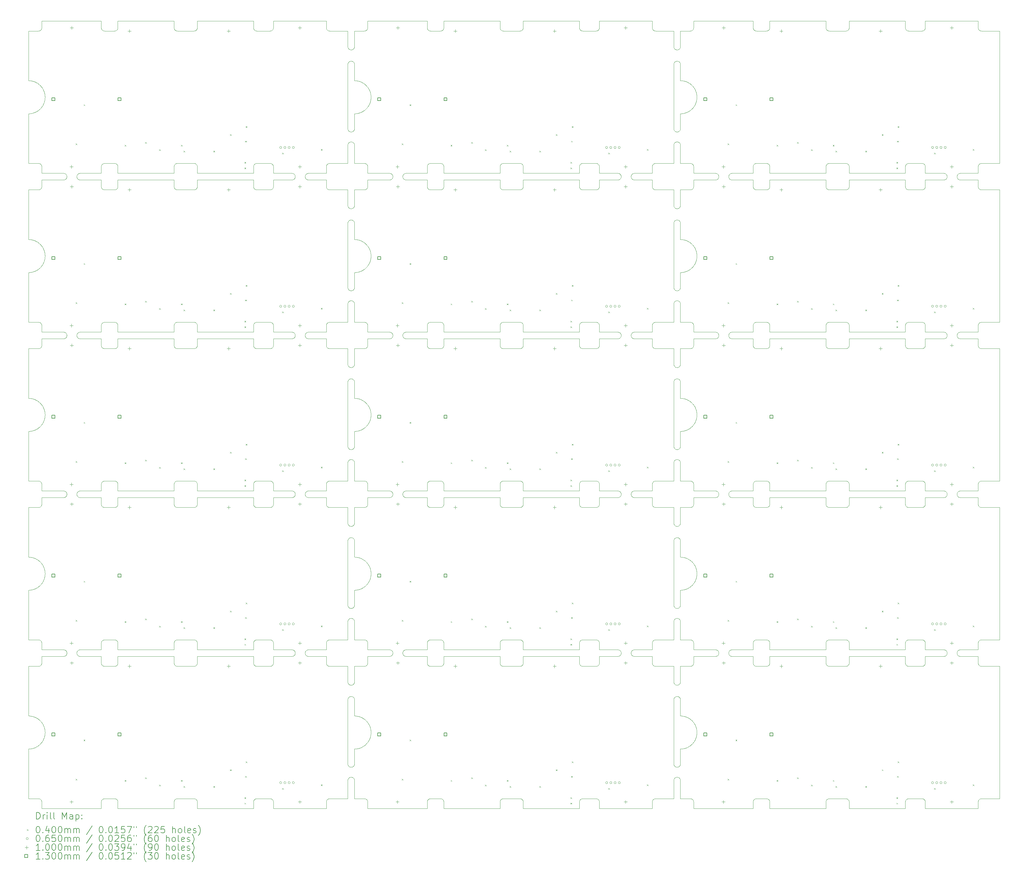
<source format=gbr>
%TF.GenerationSoftware,KiCad,Pcbnew,7.0.1-3b83917a11~171~ubuntu20.04.1*%
%TF.CreationDate,2023-10-26T23:57:51+02:00*%
%TF.ProjectId,panel_bottom,70616e65-6c5f-4626-9f74-746f6d2e6b69,rev?*%
%TF.SameCoordinates,Original*%
%TF.FileFunction,Drillmap*%
%TF.FilePolarity,Positive*%
%FSLAX45Y45*%
G04 Gerber Fmt 4.5, Leading zero omitted, Abs format (unit mm)*
G04 Created by KiCad (PCBNEW 7.0.1-3b83917a11~171~ubuntu20.04.1) date 2023-10-26 23:57:51*
%MOMM*%
%LPD*%
G01*
G04 APERTURE LIST*
%ADD10C,0.100000*%
%ADD11C,0.200000*%
%ADD12C,0.040000*%
%ADD13C,0.065000*%
%ADD14C,0.130000*%
G04 APERTURE END LIST*
D10*
X19736114Y-5657536D02*
X19740648Y-5655787D01*
X8549085Y-21048104D02*
X8551685Y-21043999D01*
X2374987Y-6800883D02*
X2374980Y-6800834D01*
X24274570Y-6599812D02*
X24274610Y-6599783D01*
X20264321Y-3986354D02*
X20267414Y-3990233D01*
X15124880Y-25594142D02*
X15125000Y-25599012D01*
X28874117Y-21200013D02*
X28874068Y-21200008D01*
X15125600Y-11600091D02*
X15125556Y-11600112D01*
X14425477Y-25589296D02*
X14426072Y-25584474D01*
X22552528Y-21463805D02*
X22549354Y-21467484D01*
X5275013Y-11399117D02*
X5275020Y-11399165D01*
X7570737Y-20770262D02*
X7572033Y-20774945D01*
X14424987Y-11399117D02*
X14424992Y-11399068D01*
X9825000Y-2770988D02*
X9825000Y-2301227D01*
X22076072Y-15984474D02*
X22076903Y-15979686D01*
X20969352Y-16205787D02*
X20973886Y-16207536D01*
X24949354Y-11132516D02*
X24952528Y-11136195D01*
X27275739Y-2000042D02*
X27275692Y-2000056D01*
X19775006Y-22410006D02*
X19775991Y-22410000D01*
X19674958Y-20699261D02*
X19674970Y-20699214D01*
X24275000Y-25798773D02*
X24275000Y-25599012D01*
X19674865Y-21500513D02*
X19674839Y-21500470D01*
X6974400Y-6800091D02*
X6974354Y-6800072D01*
X11123886Y-6792464D02*
X11119352Y-6794212D01*
X12281672Y-20709505D02*
X12286114Y-20707536D01*
X22574523Y-6389296D02*
X22574880Y-6394142D01*
X15125739Y-16199958D02*
X15125786Y-16199970D01*
X7574880Y-20794142D02*
X7575000Y-20799012D01*
X14429263Y-11170262D02*
X14430787Y-11165648D01*
X24900055Y-25502967D02*
X24904738Y-25504263D01*
X16861195Y-7077528D02*
X16857516Y-7074354D01*
X27275020Y-25799165D02*
X27275030Y-25799214D01*
X24369142Y-6300119D02*
X24374012Y-6300000D01*
X4574019Y-20999994D02*
X4574068Y-20999992D01*
X10425188Y-11600430D02*
X10425161Y-11600470D01*
X11177464Y-16261114D02*
X11179213Y-16265648D01*
X9895262Y-22065737D02*
X9890648Y-22064213D01*
X10506924Y-13766984D02*
X10511852Y-13786335D01*
X9824944Y-7100692D02*
X9824928Y-7100645D01*
X9824487Y-15899865D02*
X9824530Y-15899839D01*
X667774Y-9184370D02*
X666912Y-9189256D01*
X569213Y-2234352D02*
X567464Y-2238886D01*
X9976896Y-5664085D02*
X9981001Y-5666685D01*
X7069142Y-2299880D02*
X7064296Y-2299523D01*
X28271195Y-21177528D02*
X28267516Y-21174354D01*
X10026246Y-23000031D02*
X10047442Y-23000560D01*
X12663885Y-25507536D02*
X12668328Y-25509505D01*
X11499085Y-6751896D02*
X11496690Y-6747668D01*
X5275739Y-21200042D02*
X5275692Y-21200056D01*
X10511852Y-23613665D02*
X10506924Y-23633015D01*
X10072309Y-4797701D02*
X10052397Y-4799193D01*
X19749945Y-15252967D02*
X19754686Y-15251902D01*
X175957Y-13400017D02*
X176221Y-13400030D01*
X19875352Y-16700248D02*
X19875316Y-16700281D01*
X15125042Y-6599261D02*
X15125056Y-6599308D01*
X27878328Y-11409505D02*
X27882668Y-11411690D01*
X10517774Y-23415629D02*
X10520750Y-23435374D01*
X22500055Y-16697033D02*
X22495314Y-16698097D01*
X11090858Y-6600119D02*
X11095704Y-6600477D01*
X16824992Y-20999068D02*
X16824994Y-20999019D01*
X22074166Y-21200020D02*
X22074117Y-21200013D01*
X19875443Y-19200156D02*
X19875403Y-19200185D01*
X26674487Y-11600135D02*
X26674444Y-11600112D01*
X9844483Y-10490026D02*
X9847472Y-10486195D01*
X20373355Y-23539834D02*
X20371367Y-23559703D01*
X9829263Y-7599738D02*
X9827967Y-7595055D01*
X12224958Y-2000739D02*
X12224944Y-2000692D01*
X26674909Y-2000600D02*
X26674888Y-2000556D01*
X28875000Y-16198797D02*
X28875000Y-16198773D01*
X28267516Y-16374354D02*
X28263997Y-16371003D01*
X551486Y-4628942D02*
X548203Y-4632662D01*
X21335120Y-11494142D02*
X21335477Y-11489296D01*
X28874214Y-11399970D02*
X28874261Y-11399958D01*
X15126203Y-6600000D02*
X15126227Y-6600000D01*
X19036690Y-11152332D02*
X19039085Y-11148104D01*
X490526Y-16698928D02*
X485704Y-16699523D01*
X28936114Y-15907536D02*
X28940648Y-15905787D01*
X24323104Y-11114085D02*
X24327332Y-11111690D01*
X21424296Y-21000477D02*
X21429142Y-21000120D01*
X575091Y-20999400D02*
X575112Y-20999444D01*
X15125112Y-20999444D02*
X15125135Y-20999487D01*
X28875119Y-15994142D02*
X28875477Y-15989296D01*
X20133569Y-3872114D02*
X20137802Y-3874701D01*
X670750Y-18764626D02*
X667774Y-18784370D01*
X9825120Y-20144142D02*
X9825477Y-20139296D01*
X10025006Y-2300981D02*
X10025000Y-2301203D01*
X24274719Y-2000316D02*
X24274684Y-2000281D01*
X28874684Y-21200281D02*
X28874648Y-21200248D01*
X15115495Y-15956672D02*
X15117464Y-15961114D01*
X27855314Y-16201902D02*
X27860055Y-16202967D01*
X14481672Y-2290495D02*
X14477332Y-2288310D01*
X175857Y-18200007D02*
X175907Y-18200013D01*
X19853178Y-17233029D02*
X19850091Y-17236686D01*
X27860055Y-16202967D02*
X27864738Y-16204263D01*
X22074928Y-25799354D02*
X22074944Y-25799308D01*
X9175477Y-7010704D02*
X9175120Y-7005858D01*
X9988805Y-5672472D02*
X9992484Y-5675646D01*
X19024530Y-6800160D02*
X19024487Y-6800135D01*
X15125030Y-25799214D02*
X15125042Y-25799261D01*
X24297472Y-11863805D02*
X24294483Y-11859974D01*
X20154576Y-13485534D02*
X20158675Y-13488329D01*
X10025390Y-7100217D02*
X10025352Y-7100248D01*
X18433104Y-11585915D02*
X18428999Y-11583315D01*
X7495314Y-15901902D02*
X7500055Y-15902967D01*
X12726227Y-6800000D02*
X12726203Y-6800000D01*
X14504686Y-11898097D02*
X14499945Y-11897033D01*
X15125430Y-16199812D02*
X15125470Y-16199839D01*
X1306003Y-21028997D02*
X1309354Y-21032516D01*
X18455262Y-21195737D02*
X18450648Y-21194213D01*
X2400646Y-16667484D02*
X2397472Y-16663805D01*
X9824261Y-15899958D02*
X9824308Y-15899944D01*
X5270737Y-11170262D02*
X5272033Y-11174945D01*
X22572033Y-11825055D02*
X22570737Y-11829738D01*
X10425161Y-16199529D02*
X10425188Y-16199570D01*
X19872122Y-7594722D02*
X19870864Y-7599340D01*
X22563310Y-21447668D02*
X22560915Y-21451896D01*
X27918315Y-21043999D02*
X27920915Y-21048104D01*
X6975000Y-11398773D02*
X6975000Y-11199012D01*
X24975645Y-16400072D02*
X24975600Y-16400091D01*
X10324887Y-14300015D02*
X10308675Y-14311671D01*
X9976896Y-17624085D02*
X9981001Y-17626685D01*
X10425390Y-25799783D02*
X10425430Y-25799812D01*
X10266276Y-13462130D02*
X10283569Y-13472114D01*
X20204738Y-20704263D02*
X20209352Y-20705787D01*
X19875091Y-7100600D02*
X19875072Y-7100645D01*
X7011195Y-16677528D02*
X7007516Y-16674354D01*
X10368328Y-2290495D02*
X10363886Y-2292464D01*
X14424261Y-11600042D02*
X14424214Y-11600030D01*
X16824944Y-16400692D02*
X16824928Y-16400645D01*
X27274523Y-20789296D02*
X27274880Y-20794142D01*
X28263997Y-16371003D02*
X28260646Y-16367484D01*
X4575000Y-15999012D02*
X4575120Y-15994142D01*
X175188Y-11900430D02*
X175160Y-11900470D01*
X20275008Y-20999068D02*
X20275013Y-20999117D01*
X8546690Y-6652332D02*
X8549085Y-6648104D01*
X20275056Y-16199308D02*
X20275072Y-16199354D01*
X27204738Y-21495737D02*
X27200055Y-21497033D01*
X20275161Y-20999530D02*
X20275188Y-20999570D01*
X22169142Y-15900119D02*
X22174012Y-15900000D01*
X10498115Y-18861575D02*
X10491286Y-18880339D01*
X16826072Y-2215526D02*
X16825477Y-2210704D01*
X2403997Y-7071003D02*
X2400646Y-7067484D01*
X24274444Y-16199888D02*
X24274487Y-16199865D01*
X19875403Y-8599815D02*
X19875443Y-8599844D01*
X1286896Y-6785915D02*
X1282668Y-6788310D01*
X19971629Y-3809483D02*
X19976492Y-3810466D01*
X19875281Y-11900316D02*
X19875248Y-11900352D01*
X19114296Y-25500477D02*
X19119142Y-25500119D01*
X10023928Y-5265526D02*
X10023097Y-5270314D01*
X558315Y-20743999D02*
X560915Y-20748104D01*
X11110055Y-21002967D02*
X11114738Y-21004263D01*
X16826903Y-6379686D02*
X16827967Y-6374945D01*
X9829263Y-15320262D02*
X9830787Y-15315648D01*
X14424214Y-2000030D02*
X14424165Y-2000020D01*
X14424839Y-16199529D02*
X14424865Y-16199487D01*
X2415026Y-6319483D02*
X2418999Y-6316685D01*
X7064296Y-6300477D02*
X7069142Y-6300119D01*
X29524570Y-16700188D02*
X29524529Y-16700160D01*
X15040526Y-25501072D02*
X15045314Y-25501902D01*
X10405517Y-6340026D02*
X10408315Y-6343999D01*
X343658Y-3829363D02*
X348320Y-3831060D01*
X15119212Y-21434352D02*
X15117464Y-21438886D01*
X26697472Y-11863805D02*
X26694483Y-11859974D01*
X5175988Y-2300000D02*
X4674012Y-2300000D01*
X10025000Y-20149012D02*
X10025000Y-20698773D01*
X175056Y-25499308D02*
X175072Y-25499354D01*
X15072668Y-11111690D02*
X15076896Y-11114085D01*
X28889085Y-11851896D02*
X28886690Y-11847668D01*
X9824019Y-11099994D02*
X9824068Y-11099992D01*
X12725600Y-16199909D02*
X12725645Y-16199927D01*
X22074308Y-16199944D02*
X22074354Y-16199927D01*
X28900646Y-7067484D02*
X28897472Y-7063805D01*
X12708315Y-21456001D02*
X12705517Y-21459974D01*
X28874944Y-20999308D02*
X28874958Y-20999261D01*
X4669142Y-16699880D02*
X4664296Y-16699523D01*
X19675000Y-11098773D02*
X19675000Y-10549012D01*
X11499085Y-11448104D02*
X11501685Y-11443999D01*
X10425430Y-11600188D02*
X10425390Y-11600217D01*
X21034880Y-11494142D02*
X21035000Y-11499012D01*
X19731672Y-5340495D02*
X19727332Y-5338310D01*
X14430787Y-7034352D02*
X14429263Y-7029738D01*
X27274880Y-25594142D02*
X27275000Y-25599012D01*
X19740648Y-24544212D02*
X19736114Y-24542464D01*
X2875217Y-11399610D02*
X2875248Y-11399648D01*
X10025225Y-9600358D02*
X10025195Y-9600398D01*
X14457516Y-20725646D02*
X14461195Y-20722472D01*
X27249354Y-21467484D02*
X27246003Y-21471003D01*
X4580787Y-16634352D02*
X4579263Y-16629738D01*
X19773801Y-7669995D02*
X19773777Y-7669994D01*
X6980787Y-16634352D02*
X6979263Y-16629738D01*
X14424214Y-11600030D02*
X14424165Y-11600020D01*
X10413310Y-25552332D02*
X10415495Y-25556672D01*
X19875485Y-8599871D02*
X19875528Y-8599896D01*
X6997472Y-11136195D02*
X7000646Y-11132516D01*
X24277967Y-7025055D02*
X24276902Y-7020314D01*
X2780858Y-20700120D02*
X2785704Y-20700477D01*
X26674354Y-11600072D02*
X26674308Y-11600056D01*
X6974165Y-21200020D02*
X6974117Y-21200013D01*
X2875352Y-6800248D02*
X2875316Y-6800281D01*
X16824944Y-6599308D02*
X16824958Y-6599261D01*
X20111919Y-23059757D02*
X20116276Y-23062130D01*
X9174354Y-25799927D02*
X9174400Y-25799909D01*
X7575160Y-21200470D02*
X7575135Y-21200513D01*
X2374980Y-2000834D02*
X2374970Y-2000786D01*
X16829263Y-7029738D02*
X16827967Y-7025055D01*
X12708315Y-6343999D02*
X12710915Y-6348104D01*
X19875225Y-22999642D02*
X19875257Y-22999680D01*
X24291685Y-20743999D02*
X24294483Y-20740026D01*
X15123928Y-11184474D02*
X15124523Y-11189296D01*
X19875739Y-7100042D02*
X19875692Y-7100056D01*
X27265495Y-16643328D02*
X27263310Y-16647668D01*
X5265495Y-15956672D02*
X5267464Y-15961114D01*
X24274888Y-6800556D02*
X24274865Y-6800512D01*
X12725006Y-6599019D02*
X12725008Y-6599068D01*
X10025000Y-14401222D02*
X10025000Y-14401247D01*
X10026221Y-3800030D02*
X10026246Y-3800031D01*
X8634012Y-16400000D02*
X8629142Y-16399880D01*
X9849909Y-3243314D02*
X9853169Y-3239810D01*
X24274570Y-11600188D02*
X24274529Y-11600160D01*
X4580787Y-7034352D02*
X4579263Y-7029738D01*
X28915026Y-11880517D02*
X28911195Y-11877528D01*
X27275008Y-11600932D02*
X27275006Y-11600981D01*
X2374944Y-21200692D02*
X2374928Y-21200646D01*
X27275430Y-21200188D02*
X27275390Y-21200217D01*
X2389085Y-2251896D02*
X2386690Y-2247668D01*
X11564686Y-6601902D02*
X11569474Y-6601072D01*
X10425091Y-20999400D02*
X10425112Y-20999444D01*
X175217Y-25499610D02*
X175248Y-25499648D01*
X20066908Y-23038355D02*
X20071479Y-23040282D01*
X10025000Y-6298773D02*
X10025000Y-6298797D01*
X28874987Y-25799117D02*
X28874992Y-25799068D01*
X21335000Y-6700988D02*
X21335000Y-6699012D01*
X19680787Y-7604352D02*
X19679263Y-7599738D01*
X5275981Y-11600006D02*
X5275932Y-11600008D01*
X20137802Y-23074701D02*
X20154576Y-23085534D01*
X14450646Y-7067484D02*
X14447472Y-7063805D01*
X22089085Y-25548104D02*
X22091685Y-25543999D01*
X18052484Y-11574354D02*
X18048805Y-11577528D01*
X28267516Y-11574354D02*
X28263997Y-11571003D01*
X16836690Y-2247668D02*
X16834505Y-2243328D01*
X6974992Y-6599068D02*
X6974994Y-6599019D01*
X4574812Y-21200430D02*
X4574783Y-21200390D01*
X22575020Y-16199165D02*
X22575030Y-16199214D01*
X10025786Y-2300030D02*
X10025739Y-2300042D01*
X29524165Y-21500020D02*
X29524117Y-21500013D01*
X28874909Y-6800600D02*
X28874888Y-6800556D01*
X11148805Y-11577528D02*
X11144974Y-11580517D01*
X5265495Y-11156672D02*
X5267464Y-11161114D01*
X6979263Y-21429738D02*
X6977967Y-21425055D01*
X19773777Y-2869994D02*
X19773558Y-2869994D01*
X24274165Y-20999980D02*
X24274214Y-20999970D01*
X24311195Y-20722472D02*
X24315026Y-20719483D01*
X175857Y-14399993D02*
X175808Y-14400002D01*
X10025957Y-9599983D02*
X10025907Y-9599987D01*
X24976227Y-6800000D02*
X24976203Y-6800000D01*
X10023097Y-5729686D02*
X10023928Y-5734474D01*
X17425739Y-11600042D02*
X17425692Y-11600056D01*
X15063885Y-21492464D02*
X15059352Y-21494213D01*
X17425161Y-20999530D02*
X17425188Y-20999570D01*
X12708315Y-2256001D02*
X12705517Y-2259974D01*
X15126203Y-16200000D02*
X15126227Y-16200000D01*
X9875910Y-12822441D02*
X9880148Y-12820218D01*
X5246003Y-15928997D02*
X5249354Y-15932516D01*
X20349695Y-4143128D02*
X20355581Y-4162209D01*
X27275430Y-16199812D02*
X27275470Y-16199839D01*
X2445262Y-20704263D02*
X2449945Y-20702967D01*
X20982668Y-11411690D02*
X20986896Y-11414085D01*
X12239085Y-6348104D02*
X12241685Y-6343999D01*
X22082536Y-11161114D02*
X22084505Y-11156672D01*
X20180858Y-15900119D02*
X20185704Y-15900477D01*
X27275470Y-20999839D02*
X27275512Y-20999865D01*
X5272033Y-7025055D02*
X5270737Y-7029738D01*
X27273928Y-7015526D02*
X27273097Y-7020314D01*
X8233097Y-11479686D02*
X8233928Y-11484474D01*
X6974444Y-16400112D02*
X6974400Y-16400091D01*
X674845Y-4309984D02*
X674721Y-4314944D01*
X9919142Y-12469880D02*
X9914296Y-12469523D01*
X17425600Y-16199909D02*
X17425646Y-16199927D01*
X549354Y-6332516D02*
X552528Y-6336195D01*
X12663885Y-6307536D02*
X12668328Y-6309505D01*
X12250646Y-7067484D02*
X12247472Y-7063805D01*
X6973797Y-21200000D02*
X6973773Y-21200000D01*
X15050055Y-11102967D02*
X15054738Y-11104263D01*
X24975188Y-16199570D02*
X24975217Y-16199610D01*
X22074980Y-20999166D02*
X22074987Y-20999117D01*
X9893435Y-3214812D02*
X9898022Y-3213445D01*
X26674865Y-6599487D02*
X26674888Y-6599444D01*
X10425020Y-6599165D02*
X10425030Y-6599214D01*
X19860915Y-22458104D02*
X19863310Y-22462332D01*
X9200646Y-6332516D02*
X9203997Y-6328997D01*
X19867230Y-22009471D02*
X19865200Y-22013969D01*
X24970737Y-11170262D02*
X24972033Y-11174945D01*
X28874261Y-16400042D02*
X28874214Y-16400030D01*
X9996003Y-10121003D02*
X9992484Y-10124354D01*
X16824987Y-11600883D02*
X16824980Y-11600834D01*
X19674570Y-11099812D02*
X19674610Y-11099783D01*
X26697472Y-16663805D02*
X26694483Y-16659974D01*
X18410646Y-21167484D02*
X18407472Y-21163805D01*
X10512956Y-4191172D02*
X10516912Y-4210744D01*
X21029213Y-21065648D02*
X21030737Y-21070262D01*
X14425477Y-7010704D02*
X14425119Y-7005858D01*
X10025091Y-16700600D02*
X10025072Y-16700645D01*
X14424117Y-16199987D02*
X14424165Y-16199980D01*
X16877332Y-11111690D02*
X16881672Y-11109505D01*
X19875022Y-14400808D02*
X19875014Y-14400857D01*
X7542484Y-2274354D02*
X7538805Y-2277528D01*
X24975390Y-16199783D02*
X24975430Y-16199812D01*
X18428999Y-21016685D02*
X18433104Y-21014085D01*
X20200055Y-6302967D02*
X20204738Y-6304263D01*
X15117464Y-2238886D02*
X15115495Y-2243328D01*
X9935704Y-10450477D02*
X9940526Y-10451072D01*
X9824865Y-20699487D02*
X9824888Y-20699444D01*
X15125883Y-2000013D02*
X15125834Y-2000020D01*
X19875443Y-4800156D02*
X19875403Y-4800185D01*
X19736114Y-20057536D02*
X19740648Y-20055787D01*
X20252528Y-11863805D02*
X20249354Y-11867484D01*
X15125217Y-25799610D02*
X15125248Y-25799648D01*
X509352Y-11894212D02*
X504738Y-11895737D01*
X10261919Y-19140243D02*
X10244150Y-19149352D01*
X11584012Y-11600000D02*
X11584012Y-11600000D01*
X17399354Y-21467484D02*
X17396003Y-21471003D01*
X29524958Y-21500739D02*
X29524944Y-21500692D01*
X6974812Y-25799570D02*
X6974839Y-25799529D01*
X19740648Y-15255787D02*
X19745262Y-15254263D01*
X19875786Y-15899970D02*
X19875834Y-15899980D01*
X17381001Y-7083315D02*
X17376896Y-7085915D01*
X2376903Y-16620314D02*
X2376072Y-16615526D01*
X2376072Y-11184474D02*
X2376903Y-11179686D01*
X24274752Y-20999648D02*
X24274783Y-20999610D01*
X27275430Y-2000188D02*
X27275390Y-2000217D01*
X20238805Y-21477528D02*
X20234974Y-21480517D01*
X20231157Y-23149149D02*
X20234621Y-23152700D01*
X19790526Y-17611072D02*
X19795314Y-17611903D01*
X22111195Y-16677528D02*
X22107516Y-16674354D01*
X575786Y-6800030D02*
X575739Y-6800042D01*
X9984974Y-15269483D02*
X9988805Y-15272472D01*
X19813886Y-5342464D02*
X19809352Y-5344213D01*
X9175000Y-6598773D02*
X9175000Y-6399012D01*
X2374530Y-2000160D02*
X2374487Y-2000135D01*
X12722033Y-6374945D02*
X12723097Y-6379686D01*
X19875390Y-20699783D02*
X19875430Y-20699812D01*
X19875692Y-11099944D02*
X19875739Y-11099958D01*
X19727332Y-24861690D02*
X19731672Y-24859505D01*
X9175477Y-2210704D02*
X9175120Y-2205858D01*
X24975008Y-6599068D02*
X24975013Y-6599117D01*
X1651685Y-21043999D02*
X1654483Y-21040026D01*
X14481672Y-7090495D02*
X14477332Y-7088310D01*
X15102528Y-2263805D02*
X15099354Y-2267484D01*
X16824812Y-6800430D02*
X16824783Y-6800390D01*
X9177967Y-7025055D02*
X9176903Y-7020314D01*
X9984974Y-3229483D02*
X9988805Y-3232472D01*
X24975600Y-6599909D02*
X24975645Y-6599927D01*
X1636902Y-16320314D02*
X1636072Y-16315526D01*
X24274400Y-11399909D02*
X24274444Y-11399888D01*
X22575030Y-11600786D02*
X22575020Y-11600834D01*
X7549354Y-25532516D02*
X7552528Y-25536195D01*
X175512Y-16700135D02*
X175470Y-16700160D01*
X12659352Y-20705787D02*
X12663885Y-20707536D01*
X2374610Y-11399783D02*
X2374648Y-11399752D01*
X17399354Y-25532516D02*
X17402528Y-25536195D01*
X19875858Y-23000007D02*
X19875907Y-23000013D01*
X14424684Y-25799719D02*
X14424719Y-25799684D01*
X19041685Y-6343999D02*
X19044483Y-6340026D01*
X26689085Y-20748104D02*
X26691685Y-20743999D01*
X19095262Y-25504263D02*
X19099945Y-25502967D01*
X10325988Y-21500000D02*
X10026227Y-21500000D01*
X14424444Y-6599888D02*
X14424487Y-6599865D01*
X27909354Y-16232516D02*
X27912528Y-16236195D01*
X19875000Y-6298797D02*
X19875006Y-6299019D01*
X575470Y-6800160D02*
X575430Y-6800188D01*
X10025188Y-6299570D02*
X10025217Y-6299610D01*
X9959352Y-15255787D02*
X9963886Y-15257536D01*
X20273097Y-7020314D02*
X20272033Y-7025055D01*
X19024444Y-21200112D02*
X19024400Y-21200091D01*
X16919142Y-7099880D02*
X16914296Y-7099523D01*
X19869213Y-10515648D02*
X19870737Y-10520262D01*
X19875008Y-6299068D02*
X19875013Y-6299117D01*
X15125217Y-16199610D02*
X15125248Y-16199648D01*
X14424400Y-6800091D02*
X14424354Y-6800072D01*
X551486Y-8771058D02*
X564321Y-8786354D01*
X2391685Y-2256001D02*
X2389085Y-2251896D01*
X15076896Y-7085915D02*
X15072668Y-7088310D01*
X10443615Y-4573323D02*
X10432367Y-4589822D01*
X389680Y-9551505D02*
X371479Y-9559718D01*
X17425316Y-2000281D02*
X17425281Y-2000316D01*
X10425600Y-20999909D02*
X10425646Y-20999928D01*
X10417464Y-16638885D02*
X10415495Y-16643328D01*
X9830787Y-10084352D02*
X9829263Y-10079738D01*
X175316Y-11900281D02*
X175281Y-11900316D01*
X175091Y-20699400D02*
X175112Y-20699444D01*
X1260055Y-21197033D02*
X1255314Y-21198097D01*
X22074992Y-25799068D02*
X22074994Y-25799019D01*
X19068999Y-11883315D02*
X19065026Y-11880517D01*
X20222668Y-7088310D02*
X20218328Y-7090495D01*
X26674958Y-16199261D02*
X26674970Y-16199214D01*
X24274980Y-25799165D02*
X24274987Y-25799117D01*
X19682536Y-2808885D02*
X19680787Y-2804352D01*
X5275013Y-16400883D02*
X5275008Y-16400932D01*
X4574570Y-25799812D02*
X4574610Y-25799783D01*
X20355581Y-8962209D02*
X20356924Y-8966984D01*
X28246690Y-6652332D02*
X28249085Y-6648104D01*
X513226Y-18331832D02*
X516863Y-18335207D01*
X4615026Y-11119483D02*
X4618999Y-11116685D01*
X9824719Y-6299684D02*
X9824752Y-6299648D01*
X16825120Y-25594142D02*
X16825477Y-25589296D01*
X12225000Y-6598773D02*
X12225000Y-6399012D01*
X2875645Y-25799927D02*
X2875692Y-25799944D01*
X17425883Y-25799987D02*
X17425932Y-25799992D01*
X28877967Y-6374945D02*
X28879263Y-6370262D01*
X22094483Y-11859974D02*
X22091685Y-11856001D01*
X16825000Y-2001203D02*
X16824994Y-2000981D01*
X9824068Y-2300008D02*
X9824019Y-2300006D01*
X19873928Y-10534474D02*
X19874523Y-10539296D01*
X7485704Y-11100477D02*
X7490526Y-11101072D01*
X9240648Y-11894212D02*
X9236114Y-11892464D01*
X4574487Y-16400135D02*
X4574444Y-16400112D01*
X12719212Y-15965648D02*
X12720737Y-15970262D01*
X12725000Y-11800988D02*
X12724880Y-11805858D01*
X21424296Y-16399523D02*
X21419474Y-16398928D01*
X8536072Y-21084474D02*
X8536903Y-21079686D01*
X14424487Y-21200135D02*
X14424444Y-21200112D01*
X20275248Y-11600352D02*
X20275217Y-11600390D01*
X17405517Y-20740026D02*
X17408315Y-20743999D01*
X26676902Y-11820314D02*
X26676072Y-11815526D01*
X575020Y-16199165D02*
X575030Y-16199214D01*
X6986690Y-16647668D02*
X6984505Y-16643328D01*
X12725932Y-11600008D02*
X12725883Y-11600013D01*
X20178842Y-14297019D02*
X20174887Y-14300015D01*
X2875834Y-11399980D02*
X2875883Y-11399987D01*
X21346690Y-16252332D02*
X21349085Y-16248104D01*
X24274987Y-6800883D02*
X24274980Y-6800834D01*
X27933097Y-11520314D02*
X27932033Y-11525055D01*
X9274012Y-11900000D02*
X9269142Y-11899880D01*
X9174994Y-21200981D02*
X9174992Y-21200932D01*
X15125981Y-6800006D02*
X15125932Y-6800008D01*
X19875528Y-3799896D02*
X19875573Y-3799919D01*
X673726Y-23465113D02*
X674721Y-23485056D01*
X7575600Y-25799909D02*
X7575645Y-25799927D01*
X5276203Y-6600000D02*
X5276227Y-6600000D01*
X19675000Y-21501203D02*
X19674994Y-21500981D01*
X20234621Y-9447299D02*
X20231157Y-9450851D01*
X175030Y-21500786D02*
X175020Y-21500834D01*
X15124880Y-11805858D02*
X15124523Y-11810704D01*
X10425013Y-2000883D02*
X10425008Y-2000932D01*
X10025390Y-21500217D02*
X10025352Y-21500248D01*
X20272033Y-6374945D02*
X20273097Y-6379686D01*
X15125786Y-6800030D02*
X15125739Y-6800042D01*
X18401685Y-16356001D02*
X18399085Y-16351896D01*
X8173885Y-21007536D02*
X8178328Y-21009505D01*
X20024730Y-8623004D02*
X20043658Y-8629363D01*
X24975135Y-16400512D02*
X24975112Y-16400556D01*
X2469142Y-21499880D02*
X2464296Y-21499523D01*
X2838805Y-11122472D02*
X2842484Y-11125646D01*
X19723104Y-19735915D02*
X19718999Y-19733315D01*
X661852Y-23386335D02*
X662956Y-23391172D01*
X18410646Y-11567484D02*
X18407472Y-11563805D01*
X9259474Y-2298928D02*
X9254686Y-2298097D01*
X28874400Y-21200091D02*
X28874354Y-21200072D01*
X8546690Y-11547668D02*
X8544505Y-11543328D01*
X10340526Y-2298928D02*
X10335704Y-2299523D01*
X28235000Y-21100988D02*
X28235000Y-21099012D01*
X20339473Y-9284957D02*
X20331717Y-9303357D01*
X18059354Y-21032516D02*
X18062528Y-21036195D01*
X9824958Y-2300739D02*
X9824944Y-2300692D01*
X19875430Y-6299812D02*
X19875470Y-6299839D01*
X22573928Y-11184474D02*
X22574523Y-11189296D01*
X2873928Y-21415526D02*
X2873097Y-21420314D01*
X19875161Y-6299529D02*
X19875188Y-6299570D01*
X19044483Y-11859974D02*
X19041685Y-11856001D01*
X22575556Y-16199888D02*
X22575600Y-16199909D01*
X18459945Y-6602967D02*
X18464686Y-6601902D01*
X24374012Y-21500000D02*
X24369142Y-21499880D01*
X20362956Y-14008828D02*
X20361852Y-14013665D01*
X17425470Y-16199839D02*
X17425513Y-16199865D01*
X19024261Y-20999958D02*
X19024308Y-20999944D01*
X19875188Y-16700430D02*
X19875161Y-16700470D01*
X9982220Y-17252513D02*
X9978216Y-17255134D01*
X22074610Y-2000217D02*
X22074570Y-2000188D01*
X14427967Y-2225055D02*
X14426902Y-2220314D01*
X16824909Y-2000600D02*
X16824888Y-2000556D01*
X175195Y-19200398D02*
X175166Y-19200439D01*
X28291672Y-11409505D02*
X28296114Y-11407536D01*
X2809352Y-2294213D02*
X2804738Y-2295737D01*
X24975013Y-6599117D02*
X24975020Y-6599165D01*
X22569212Y-16634352D02*
X22567464Y-16638885D01*
X20275316Y-16400281D02*
X20275281Y-16400316D01*
X24975013Y-2000883D02*
X24975008Y-2000932D01*
X17413310Y-21447668D02*
X17410915Y-21451896D01*
X19875316Y-15899719D02*
X19875352Y-15899752D01*
X18048805Y-6777528D02*
X18044974Y-6780517D01*
X15117464Y-25561114D02*
X15119212Y-25565648D01*
X19875883Y-7100013D02*
X19875834Y-7100020D01*
X10425217Y-16199610D02*
X10425248Y-16199648D01*
X18036896Y-21185915D02*
X18032668Y-21188310D01*
X4574308Y-16199944D02*
X4574354Y-16199927D01*
X20252528Y-7063805D02*
X20249354Y-7067484D01*
X20275786Y-16400030D02*
X20275739Y-16400042D01*
X10025957Y-23999983D02*
X10025907Y-23999987D01*
X14424839Y-11399529D02*
X14424865Y-11399487D01*
X22575072Y-6599354D02*
X22575091Y-6599400D01*
X20275013Y-21200883D02*
X20275008Y-21200932D01*
X18083928Y-16315526D02*
X18083097Y-16320314D01*
X27275042Y-11600739D02*
X27275030Y-11600786D01*
X27275470Y-6599839D02*
X27275512Y-6599865D01*
X15125008Y-11600932D02*
X15125006Y-11600981D01*
X9844483Y-10109974D02*
X9841685Y-10106001D01*
X19776442Y-8010005D02*
X19777325Y-8010027D01*
X28945262Y-2295737D02*
X28940648Y-2294213D01*
X28275026Y-16219483D02*
X28278999Y-16216685D01*
X11533104Y-16385915D02*
X11528999Y-16383315D01*
X29525000Y-6298797D02*
X29525000Y-6298773D01*
X9824970Y-16700786D02*
X9824958Y-16700739D01*
X11152484Y-6774354D02*
X11148805Y-6777528D01*
X16914296Y-6300477D02*
X16919142Y-6300119D01*
X19715026Y-20069483D02*
X19718999Y-20066685D01*
X10399354Y-16667484D02*
X10396003Y-16671003D01*
X17425281Y-11399684D02*
X17425316Y-11399719D01*
X9924995Y-17269995D02*
X9924010Y-17270000D01*
X24315026Y-6319483D02*
X24318999Y-6316685D01*
X15125281Y-6599684D02*
X15125316Y-6599719D01*
X27932033Y-16274945D02*
X27933097Y-16279686D01*
X16841685Y-11856001D02*
X16839085Y-11851896D01*
X12715495Y-11156672D02*
X12717464Y-11161114D01*
X7575042Y-16199261D02*
X7575056Y-16199308D01*
X10366863Y-23864793D02*
X10363226Y-23868168D01*
X10025808Y-8599998D02*
X10025858Y-8600007D01*
X10025786Y-16700030D02*
X10025739Y-16700042D01*
X371479Y-9559718D02*
X366907Y-9561645D01*
X19875786Y-6299970D02*
X19875834Y-6299980D01*
X175022Y-24000808D02*
X175014Y-24000857D01*
X10025000Y-24450988D02*
X10024880Y-24455858D01*
X9175000Y-20998797D02*
X9175000Y-20998773D01*
X19675120Y-10544142D02*
X19675477Y-10539296D01*
X9926442Y-8010005D02*
X9927325Y-8010027D01*
X19047472Y-15936195D02*
X19050646Y-15932516D01*
X27902484Y-11425646D02*
X27906003Y-11428997D01*
X20273928Y-6384474D02*
X20274523Y-6389296D01*
X26740648Y-7094212D02*
X26736114Y-7092464D01*
X10417464Y-25561114D02*
X10419213Y-25565648D01*
X175008Y-2300932D02*
X175006Y-2300981D01*
X19872033Y-22484945D02*
X19873097Y-22489686D01*
X20275600Y-16400091D02*
X20275556Y-16400112D01*
X15099354Y-11867484D02*
X15096003Y-11871003D01*
X9827967Y-12395055D02*
X9826903Y-12390314D01*
X2875160Y-11600470D02*
X2875135Y-11600512D01*
X10025188Y-21500430D02*
X10025161Y-21500470D01*
X10005517Y-8050026D02*
X10008315Y-8053999D01*
X175095Y-24000570D02*
X175076Y-24000616D01*
X24973928Y-15984474D02*
X24974523Y-15989296D01*
X20019989Y-14378458D02*
X20000767Y-14383866D01*
X20194454Y-23115431D02*
X20198254Y-23118620D01*
X4574530Y-11399839D02*
X4574570Y-11399812D01*
X9969852Y-12459782D02*
X9965512Y-12461797D01*
X19679263Y-5720262D02*
X19680787Y-5715648D01*
X4574980Y-25799165D02*
X4574987Y-25799117D01*
X1675026Y-16380517D02*
X1671195Y-16377528D01*
X19875618Y-19200060D02*
X19875573Y-19200081D01*
X20265495Y-20756672D02*
X20267464Y-20761114D01*
X21006003Y-6628997D02*
X21009354Y-6632516D01*
X19689085Y-10498104D02*
X19691685Y-10493999D01*
X10425161Y-16400470D02*
X10425135Y-16400512D01*
X26679263Y-15970262D02*
X26680787Y-15965648D01*
X24300646Y-20732516D02*
X24303997Y-20728997D01*
X9927325Y-22410027D02*
X9927332Y-22410028D01*
X20960055Y-11402967D02*
X20964738Y-11404263D01*
X10025014Y-13399142D02*
X10025022Y-13399192D01*
X19073104Y-11885915D02*
X19068999Y-11883315D01*
X14424944Y-6800692D02*
X14424927Y-6800645D01*
X28874684Y-11399719D02*
X28874719Y-11399684D01*
X27231001Y-25516685D02*
X27234974Y-25519483D01*
X9174970Y-16199214D02*
X9174980Y-16199165D01*
X20275217Y-16400390D02*
X20275188Y-16400430D01*
X4586690Y-6352332D02*
X4589085Y-6348104D01*
X10425692Y-6800056D02*
X10425646Y-6800072D01*
X19875014Y-22999142D02*
X19875022Y-22999192D01*
X17330858Y-7099880D02*
X17325988Y-7100000D01*
X26674610Y-6800217D02*
X26674570Y-6800188D01*
X19875600Y-2300091D02*
X19875556Y-2300112D01*
X7064296Y-2299523D02*
X7059474Y-2298928D01*
X5275008Y-16400932D02*
X5275006Y-16400981D01*
X10077246Y-23002793D02*
X10097059Y-23005276D01*
X22074888Y-2000556D02*
X22074865Y-2000512D01*
X14425000Y-16198773D02*
X14425000Y-15999012D01*
X8225495Y-11543328D02*
X8223310Y-11547668D01*
X371479Y-3840282D02*
X389680Y-3848495D01*
X6974944Y-21200692D02*
X6974927Y-21200646D01*
X27275000Y-6598797D02*
X27275006Y-6599019D01*
X17425430Y-11399812D02*
X17425470Y-11399839D01*
X19024684Y-11399719D02*
X19024719Y-11399684D01*
X19026072Y-25584474D02*
X19026903Y-25579686D01*
X18085000Y-21099012D02*
X18085000Y-21100988D01*
X546003Y-2271003D02*
X542484Y-2274354D01*
X6975000Y-21201227D02*
X6975000Y-21201203D01*
X575000Y-11601227D02*
X575000Y-11800988D01*
X2374994Y-11399019D02*
X2375000Y-11398797D01*
X19740648Y-2864212D02*
X19736114Y-2862464D01*
X19700646Y-14917484D02*
X19697472Y-14913805D01*
X12725020Y-6599165D02*
X12725030Y-6599214D01*
X17345314Y-16698097D02*
X17340526Y-16698928D01*
X1245704Y-21000477D02*
X1250526Y-21001072D01*
X27275316Y-20999719D02*
X27275352Y-20999752D01*
X12224214Y-2000030D02*
X12224165Y-2000020D01*
X10000091Y-2836686D02*
X9996831Y-2840190D01*
X10025217Y-15899610D02*
X10025248Y-15899648D01*
X19686690Y-7617668D02*
X19684505Y-7613328D01*
X10025808Y-24000002D02*
X10025760Y-24000013D01*
X19025477Y-6389296D02*
X19026072Y-6384474D01*
X20234974Y-6319483D02*
X20238805Y-6322472D01*
X662956Y-23391172D02*
X666912Y-23410744D01*
X4574944Y-16400692D02*
X4574928Y-16400645D01*
X20218328Y-25509505D02*
X20222668Y-25511690D01*
X10266276Y-9537870D02*
X10261919Y-9540243D01*
X28263997Y-16228997D02*
X28267516Y-16225646D01*
X16825477Y-16610704D02*
X16825120Y-16605858D01*
X9824487Y-11900135D02*
X9824444Y-11900112D01*
X24974880Y-16605858D02*
X24974523Y-16610704D01*
X24274354Y-11600072D02*
X24274308Y-11600056D01*
X175443Y-22999844D02*
X175485Y-22999871D01*
X19875008Y-16700932D02*
X19875006Y-16700981D01*
X9824888Y-11900556D02*
X9824865Y-11900512D01*
X12224354Y-2000072D02*
X12224308Y-2000056D01*
X1240858Y-21000120D02*
X1245704Y-21000477D01*
X9884488Y-12818202D02*
X9888921Y-12816399D01*
X175225Y-18199642D02*
X175257Y-18199680D01*
X9847472Y-20086195D02*
X9850646Y-20082516D01*
X27275390Y-16199783D02*
X27275430Y-16199812D01*
X14425000Y-11800988D02*
X14425000Y-11601227D01*
X20321013Y-8874130D02*
X20329676Y-8892121D01*
X19674865Y-25499487D02*
X19674888Y-25499444D01*
X16824980Y-6800834D02*
X16824970Y-6800786D01*
X6974839Y-6599529D02*
X6974865Y-6599487D01*
X175000Y-22998778D02*
X175007Y-22999043D01*
X29524783Y-15899610D02*
X29524812Y-15899570D01*
X10354738Y-2295737D02*
X10350055Y-2297033D01*
X4574684Y-25799719D02*
X4574719Y-25799684D01*
X175528Y-13399896D02*
X175573Y-13399919D01*
X9824944Y-25499308D02*
X9824958Y-25499261D01*
X10505581Y-9237791D02*
X10499695Y-9256872D01*
X15108315Y-2256001D02*
X15105517Y-2259974D01*
X9824068Y-16700008D02*
X9824019Y-16700006D01*
X9245262Y-25504263D02*
X9249945Y-25502967D01*
X12224308Y-16199944D02*
X12224354Y-16199927D01*
X27273928Y-25584474D02*
X27274523Y-25589296D01*
X9203997Y-16671003D02*
X9200646Y-16667484D01*
X19024570Y-2000188D02*
X19024530Y-2000160D01*
X10025000Y-8598753D02*
X10025000Y-8598778D01*
X24274214Y-6599970D02*
X24274261Y-6599958D01*
X14424719Y-11399684D02*
X14424752Y-11399648D01*
X20273928Y-25584474D02*
X20274523Y-25589296D01*
X7495314Y-20701903D02*
X7500055Y-20702967D01*
X15125072Y-11600645D02*
X15125056Y-11600692D01*
X8160055Y-21197033D02*
X8155314Y-21198097D01*
X22084505Y-15956672D02*
X22086690Y-15952332D01*
X22558315Y-16656001D02*
X22555517Y-16659974D01*
X175403Y-9600185D02*
X175364Y-9600216D01*
X175195Y-13399602D02*
X175225Y-13399642D01*
X24274610Y-11399783D02*
X24274648Y-11399752D01*
X8571195Y-21177528D02*
X8567516Y-21174354D01*
X28931672Y-11109505D02*
X28936114Y-11107536D01*
X19025000Y-21201203D02*
X19024994Y-21200981D01*
X2875013Y-6599117D02*
X2875020Y-6599165D01*
X2440648Y-25505787D02*
X2445262Y-25504263D01*
X2875000Y-20998797D02*
X2875006Y-20999019D01*
X20950526Y-21001072D02*
X20955314Y-21001903D01*
X22074261Y-21200042D02*
X22074214Y-21200030D01*
X7575160Y-11399529D02*
X7575188Y-11399570D01*
X22575160Y-11399529D02*
X22575188Y-11399570D01*
X12273104Y-11885915D02*
X12268999Y-11883315D01*
X555517Y-15940026D02*
X558315Y-15943999D01*
X9180787Y-20765648D02*
X9182536Y-20761114D01*
X7045262Y-25504263D02*
X7049945Y-25502967D01*
X8145704Y-11599523D02*
X8140858Y-11599880D01*
X19875573Y-3799919D02*
X19875618Y-3799940D01*
X20275739Y-11399958D02*
X20275786Y-11399970D01*
X9825120Y-10544142D02*
X9825477Y-10539296D01*
X19875932Y-11099992D02*
X19875981Y-11099994D01*
X16825477Y-2210704D02*
X16825120Y-2205858D01*
X10491286Y-18880339D02*
X10489473Y-18884957D01*
X20373726Y-18734887D02*
X20373355Y-18739834D01*
X19876227Y-25500000D02*
X20175988Y-25500000D01*
X19024865Y-25799487D02*
X19024888Y-25799444D01*
X27260915Y-7051896D02*
X27258315Y-7056001D01*
X26727332Y-6311690D02*
X26731672Y-6309505D01*
X26736114Y-20707536D02*
X26740648Y-20705787D01*
X19715026Y-10130517D02*
X19711195Y-10127528D01*
X20174887Y-8699985D02*
X20178842Y-8702981D01*
X8605262Y-11595737D02*
X8600648Y-11594212D01*
X9865026Y-15269483D02*
X9868999Y-15266685D01*
X10023097Y-24470314D02*
X10022033Y-24475055D01*
X2870737Y-11170262D02*
X2872033Y-11174945D01*
X19745262Y-15254263D02*
X19749945Y-15252967D01*
X22074610Y-11600217D02*
X22074570Y-11600188D01*
X16829263Y-2229738D02*
X16827967Y-2225055D01*
X175485Y-22999871D02*
X175528Y-22999896D01*
X12224570Y-16400188D02*
X12224529Y-16400160D01*
X12314296Y-15900477D02*
X12319142Y-15900119D01*
X11110055Y-11597033D02*
X11105314Y-11598097D01*
X175834Y-20699980D02*
X175883Y-20699987D01*
X27180858Y-25500119D02*
X27185704Y-25500477D01*
X11182033Y-16325055D02*
X11180737Y-16329738D01*
X19024719Y-6800316D02*
X19024684Y-6800281D01*
X4574928Y-21200646D02*
X4574909Y-21200600D01*
X16830787Y-11165648D02*
X16832536Y-11161114D01*
X22074970Y-6599214D02*
X22074980Y-6599165D01*
X7059474Y-25501072D02*
X7064296Y-25500477D01*
X10261919Y-23059757D02*
X10266276Y-23062130D01*
X2374570Y-2000188D02*
X2374530Y-2000160D01*
X12224648Y-11399752D02*
X12224684Y-11399719D01*
X12725316Y-25799719D02*
X12725352Y-25799752D01*
X10425739Y-6800042D02*
X10425692Y-6800056D01*
X24955517Y-11859974D02*
X24952528Y-11863805D01*
X20964738Y-21195737D02*
X20960055Y-21197033D01*
X12273104Y-25514085D02*
X12277332Y-25511690D01*
X582367Y-23789822D02*
X579471Y-23793850D01*
X5180858Y-6300119D02*
X5185704Y-6300477D01*
X15125248Y-11399648D02*
X15125281Y-11399684D01*
X22575600Y-11600091D02*
X22575556Y-11600112D01*
X19775990Y-8010000D02*
X19776199Y-8010005D01*
X9175000Y-6399012D02*
X9175120Y-6394142D01*
X20318749Y-14130284D02*
X20309199Y-14147821D01*
X26740648Y-16694212D02*
X26736114Y-16692464D01*
X11183097Y-16279686D02*
X11183928Y-16284474D01*
X10423097Y-25579686D02*
X10423928Y-25584474D01*
X12719212Y-2234352D02*
X12717464Y-2238886D01*
X22074958Y-6599261D02*
X22074970Y-6599214D01*
X20275834Y-6599980D02*
X20275883Y-6599987D01*
X9824958Y-20699261D02*
X9824970Y-20699214D01*
X2875030Y-6800786D02*
X2875020Y-6800834D01*
X14424980Y-11600834D02*
X14424970Y-11600786D01*
X28235119Y-16305858D02*
X28235000Y-16300988D01*
X19024019Y-6599994D02*
X19024068Y-6599992D01*
X12725786Y-16400030D02*
X12725739Y-16400042D01*
X6974992Y-11399068D02*
X6974994Y-11399019D01*
X27222668Y-21488310D02*
X27218328Y-21490495D01*
X5275030Y-16400786D02*
X5275020Y-16400834D01*
X14444483Y-21459974D02*
X14441685Y-21456001D01*
X9174400Y-2000091D02*
X9174354Y-2000072D01*
X24331672Y-2290495D02*
X24327332Y-2288310D01*
X24975042Y-11600739D02*
X24975030Y-11600786D01*
X24975135Y-16199487D02*
X24975160Y-16199529D01*
X1719474Y-21198928D02*
X1714686Y-21198097D01*
X8169352Y-21194213D02*
X8164738Y-21195737D01*
X20133569Y-14327886D02*
X20116276Y-14337870D01*
X19867464Y-3271114D02*
X19869213Y-3275648D01*
X9174994Y-2000981D02*
X9174992Y-2000932D01*
X21336903Y-21120314D02*
X21336072Y-21115526D01*
X9174610Y-16400217D02*
X9174570Y-16400188D01*
X27275006Y-6599019D02*
X27275008Y-6599068D01*
X27274523Y-11810704D02*
X27273928Y-11815526D01*
X20180858Y-21499880D02*
X20175988Y-21500000D01*
X14499945Y-21497033D02*
X14495262Y-21495737D01*
X14425000Y-25798773D02*
X14425000Y-25599012D01*
X24274648Y-25799752D02*
X24274684Y-25799719D01*
X5200055Y-11897033D02*
X5195314Y-11898097D01*
X9824888Y-2300556D02*
X9824865Y-2300513D01*
X175470Y-20699839D02*
X175512Y-20699865D01*
X9824783Y-25499610D02*
X9824812Y-25499570D01*
X6974261Y-16400042D02*
X6974214Y-16400030D01*
X10025022Y-8599192D02*
X10025032Y-8599241D01*
X18428999Y-6783315D02*
X18425026Y-6780517D01*
X24975692Y-11399944D02*
X24975739Y-11399958D01*
X2374783Y-20999610D02*
X2374812Y-20999570D01*
X22075477Y-20789296D02*
X22076072Y-20784474D01*
X19822668Y-8021690D02*
X19826896Y-8024085D01*
X19875692Y-6299944D02*
X19875739Y-6299958D01*
X4636114Y-6307536D02*
X4640648Y-6305787D01*
X10024880Y-14855858D02*
X10024523Y-14860704D01*
X11173310Y-6747668D02*
X11170915Y-6751896D01*
X15119212Y-15965648D02*
X15120737Y-15970262D01*
X2875932Y-6800008D02*
X2875883Y-6800013D01*
X513226Y-9468168D02*
X498254Y-9481380D01*
X2875091Y-2000600D02*
X2875072Y-2000645D01*
X15125217Y-2000390D02*
X15125188Y-2000430D01*
X26674812Y-25799570D02*
X26674839Y-25799529D01*
X15125316Y-20999719D02*
X15125352Y-20999752D01*
X19875014Y-8599143D02*
X19875022Y-8599192D01*
X22575020Y-25799165D02*
X22575030Y-25799214D01*
X24276072Y-20784474D02*
X24276902Y-20779686D01*
X16824987Y-6800883D02*
X16824980Y-6800834D01*
X9174865Y-20999487D02*
X9174888Y-20999444D01*
X1640787Y-21134352D02*
X1639263Y-21129738D01*
X20263310Y-11847668D02*
X20260915Y-11851896D01*
X19875161Y-15899529D02*
X19875188Y-15899570D01*
X18084523Y-21110704D02*
X18083928Y-21115526D01*
X655581Y-23637791D02*
X649695Y-23656872D01*
X29525000Y-11901203D02*
X29524994Y-11900981D01*
X14481672Y-21490495D02*
X14477332Y-21488310D01*
X20306719Y-9352117D02*
X20296307Y-9369156D01*
X9824610Y-25499783D02*
X9824648Y-25499752D01*
X10481717Y-18496643D02*
X10489473Y-18515043D01*
X24374012Y-11900000D02*
X24369142Y-11899880D01*
X5234974Y-16680517D02*
X5231001Y-16683315D01*
X19875076Y-24000616D02*
X19875059Y-24000663D01*
X17425470Y-11600160D02*
X17425430Y-11600188D01*
X24975645Y-16199927D02*
X24975692Y-16199944D01*
X26674117Y-16199987D02*
X26674165Y-16199980D01*
X1282668Y-21188310D02*
X1278328Y-21190495D01*
X19024400Y-11399909D02*
X19024444Y-11399888D01*
X175044Y-18199289D02*
X175059Y-18199337D01*
X8160055Y-6797033D02*
X8155314Y-6798097D01*
X19674214Y-21500030D02*
X19674166Y-21500020D01*
X7575008Y-16199068D02*
X7575013Y-16199117D01*
X10023928Y-10534474D02*
X10024523Y-10539296D01*
X10025117Y-24000526D02*
X10025095Y-24000570D01*
X247059Y-14394724D02*
X227246Y-14397207D01*
X17354738Y-11895737D02*
X17350055Y-11897033D01*
X27275072Y-11399354D02*
X27275091Y-11399400D01*
X19849354Y-15282516D02*
X19852528Y-15286195D01*
X26674019Y-25799994D02*
X26674068Y-25799992D01*
X9826072Y-24465526D02*
X9825477Y-24460704D01*
X10468749Y-8869715D02*
X10471013Y-8874130D01*
X12723928Y-20784474D02*
X12724523Y-20789296D01*
X10425112Y-16400556D02*
X10425091Y-16400600D01*
X19754686Y-24851902D02*
X19759474Y-24851072D01*
X9174944Y-11399308D02*
X9174958Y-11399261D01*
X19875056Y-11900692D02*
X19875042Y-11900739D01*
X11095704Y-16399523D02*
X11090858Y-16399880D01*
X10344454Y-14284569D02*
X10328842Y-14297019D01*
X10425556Y-11600112D02*
X10425513Y-11600135D01*
X7575135Y-6599487D02*
X7575160Y-6599529D01*
X4631672Y-11109505D02*
X4636114Y-11107536D01*
X19024928Y-11600645D02*
X19024909Y-11600600D01*
X19875000Y-3798753D02*
X19875000Y-3798778D01*
X14444483Y-2259974D02*
X14441685Y-2256001D01*
X9899945Y-7667033D02*
X9895262Y-7665737D01*
X19718999Y-2853315D02*
X19715026Y-2850517D01*
X19039085Y-21451896D02*
X19036690Y-21447668D01*
X27274880Y-15994142D02*
X27275000Y-15999012D01*
X10425556Y-21200112D02*
X10425513Y-21200135D01*
X175470Y-25499839D02*
X175512Y-25499865D01*
X27845704Y-16200477D02*
X27850526Y-16201072D01*
X7018999Y-2283315D02*
X7015026Y-2280517D01*
X2394483Y-21459974D02*
X2391685Y-21456001D01*
X12224610Y-21200217D02*
X12224570Y-21200188D01*
X28874261Y-6599958D02*
X28874308Y-6599944D01*
X19875000Y-24949012D02*
X19875000Y-25498773D01*
X24975739Y-2000042D02*
X24975692Y-2000056D01*
X6974444Y-21200112D02*
X6974400Y-21200091D01*
X20935988Y-6600000D02*
X20940858Y-6600119D01*
X2374214Y-11399970D02*
X2374261Y-11399958D01*
X9850646Y-12437484D02*
X9847472Y-12433805D01*
X9174783Y-11399610D02*
X9174812Y-11399570D01*
X22575883Y-2000013D02*
X22575834Y-2000020D01*
X24274944Y-25799308D02*
X24274958Y-25799261D01*
X19875390Y-11900217D02*
X19875352Y-11900248D01*
X26675477Y-16610704D02*
X26675119Y-16605858D01*
X24975932Y-20999992D02*
X24975981Y-20999994D01*
X19875760Y-9600013D02*
X19875712Y-9600026D01*
X10505581Y-18562209D02*
X10506924Y-18566984D01*
X10396003Y-15928997D02*
X10399354Y-15932516D01*
X27275352Y-11600248D02*
X27275316Y-11600281D01*
X7059474Y-15901072D02*
X7064296Y-15900477D01*
X19674958Y-2300739D02*
X19674944Y-2300692D01*
X24975834Y-16400020D02*
X24975786Y-16400030D01*
X22513885Y-11892464D02*
X22509352Y-11894212D01*
X1325495Y-11456672D02*
X1327464Y-11461114D01*
X175022Y-13399192D02*
X175032Y-13399241D01*
X9992484Y-3235646D02*
X9996003Y-3238997D01*
X26731672Y-2290495D02*
X26727332Y-2288310D01*
X27180858Y-7099880D02*
X27175988Y-7100000D01*
X12277332Y-6311690D02*
X12281672Y-6309505D01*
X9191685Y-25543999D02*
X9194483Y-25540026D01*
X9182536Y-15961114D02*
X9184505Y-15956672D01*
X2374308Y-2000056D02*
X2374261Y-2000042D01*
X17376896Y-2285915D02*
X17372668Y-2288310D01*
X18000526Y-11401072D02*
X18005314Y-11401902D01*
X26680787Y-11165648D02*
X26682536Y-11161114D01*
X19846003Y-24878997D02*
X19849354Y-24882516D01*
X19676846Y-12889950D02*
X19677878Y-12885278D01*
X15125248Y-11600352D02*
X15125217Y-11600390D01*
X7531001Y-6316685D02*
X7534974Y-6319483D01*
X575390Y-25799783D02*
X575430Y-25799812D01*
X28287332Y-16388310D02*
X28283104Y-16385915D01*
X28927332Y-21488310D02*
X28923104Y-21485915D01*
X5213886Y-11892464D02*
X5209352Y-11894212D01*
X8173885Y-6607536D02*
X8178328Y-6609505D01*
X2374839Y-21200470D02*
X2374812Y-21200430D01*
X11517516Y-16374354D02*
X11513997Y-16371003D01*
X21405262Y-6604263D02*
X21409945Y-6602967D01*
X18032668Y-21188310D02*
X18028328Y-21190495D01*
X22074684Y-2000281D02*
X22074648Y-2000248D01*
X6986690Y-11152332D02*
X6989085Y-11148104D01*
X16824214Y-11600030D02*
X16824166Y-11600020D01*
X175076Y-4800616D02*
X175059Y-4800663D01*
X19875032Y-22999241D02*
X19875044Y-22999289D01*
X319989Y-13421541D02*
X324730Y-13423004D01*
X19838805Y-10472472D02*
X19842484Y-10475646D01*
X12725013Y-21200883D02*
X12725008Y-21200932D01*
X17425072Y-25799354D02*
X17425091Y-25799400D01*
X7027332Y-15911690D02*
X7031672Y-15909505D01*
X6991685Y-16656001D02*
X6989085Y-16651896D01*
X17423097Y-20779686D02*
X17423928Y-20784474D01*
X9853997Y-20078997D02*
X9857516Y-20075646D01*
X19875712Y-3799974D02*
X19875760Y-3799987D01*
X175808Y-8599998D02*
X175857Y-8600007D01*
X9945314Y-14948097D02*
X9940526Y-14948928D01*
X5218328Y-21490495D02*
X5213886Y-21492464D01*
X16853997Y-2271003D02*
X16850646Y-2267484D01*
X4674012Y-15900000D02*
X5175988Y-15900000D01*
X575161Y-25799529D02*
X575188Y-25799570D01*
X20964738Y-6795737D02*
X20960055Y-6797033D01*
X17425692Y-21200056D02*
X17425646Y-21200072D01*
X5267464Y-15961114D02*
X5269213Y-15965648D01*
X28296114Y-6792464D02*
X28291672Y-6790495D01*
X10425352Y-16199752D02*
X10425390Y-16199783D01*
X10025257Y-14400320D02*
X10025225Y-14400358D01*
X17425056Y-6800692D02*
X17425042Y-6800739D01*
X560915Y-25548104D02*
X563310Y-25552332D01*
X2374958Y-21200739D02*
X2374944Y-21200692D01*
X16824928Y-25799354D02*
X16824944Y-25799308D01*
X19024308Y-11600056D02*
X19024261Y-11600042D01*
X22555517Y-11140026D02*
X22558315Y-11143999D01*
X10017464Y-10511114D02*
X10019213Y-10515648D01*
X12224308Y-21200056D02*
X12224261Y-21200042D01*
X16824610Y-16199783D02*
X16824648Y-16199752D01*
X20267464Y-21438886D02*
X20265495Y-21443328D01*
X24918328Y-15909505D02*
X24922668Y-15911690D01*
X2440648Y-7094212D02*
X2436114Y-7092464D01*
X11513997Y-21171003D02*
X11510646Y-21167484D01*
X28260646Y-11567484D02*
X28257472Y-11563805D01*
X10524721Y-23514944D02*
X10523726Y-23534887D01*
X2872033Y-25574945D02*
X2873097Y-25579686D01*
X14424648Y-6599752D02*
X14424684Y-6599719D01*
X7575834Y-6800020D02*
X7575786Y-6800030D01*
X20178842Y-4697019D02*
X20174887Y-4700015D01*
X10008315Y-24506001D02*
X10005517Y-24509974D01*
X19109474Y-6301072D02*
X19114296Y-6300477D01*
X10384621Y-14247299D02*
X10381157Y-14250851D01*
X27275834Y-21200020D02*
X27275786Y-21200030D01*
X7575000Y-16198773D02*
X7575000Y-16198797D01*
X19676072Y-19665526D02*
X19675477Y-19660704D01*
X22534974Y-6319483D02*
X22538805Y-6322472D01*
X15125470Y-20999839D02*
X15125512Y-20999865D01*
X11504483Y-11559974D02*
X11501685Y-11556001D01*
X28874648Y-21200248D02*
X28874610Y-21200217D01*
X175042Y-15899261D02*
X175056Y-15899308D01*
X7575834Y-20999980D02*
X7575883Y-20999987D01*
X2865495Y-20756672D02*
X2867464Y-20761114D01*
X12722033Y-11825055D02*
X12720737Y-11829738D01*
X12635704Y-7099523D02*
X12630858Y-7099880D01*
X10359352Y-11105787D02*
X10363886Y-11107536D01*
X17354738Y-16695737D02*
X17350055Y-16697033D01*
X16824684Y-2000281D02*
X16824648Y-2000248D01*
X12224980Y-20999166D02*
X12224987Y-20999117D01*
X11537332Y-21188310D02*
X11533104Y-21185915D01*
X20234974Y-25519483D02*
X20238805Y-25522472D01*
X11485119Y-16294142D02*
X11485477Y-16289296D01*
X9937899Y-2869306D02*
X9933136Y-2869767D01*
X19842484Y-17635646D02*
X19846003Y-17638997D01*
X9857516Y-14924354D02*
X9853997Y-14921003D01*
X19875665Y-9600042D02*
X19875618Y-9600060D01*
X247059Y-19194724D02*
X227246Y-19197207D01*
X1264738Y-11404263D02*
X1269352Y-11405787D01*
X2400646Y-11867484D02*
X2397472Y-11863805D01*
X16823797Y-2000000D02*
X16823773Y-2000000D01*
X1700648Y-21194213D02*
X1696114Y-21192464D01*
X5200055Y-25502967D02*
X5204738Y-25504263D01*
X7575883Y-16199987D02*
X7575932Y-16199992D01*
X19874880Y-12904142D02*
X19875000Y-12909012D01*
X2374261Y-2000042D02*
X2374214Y-2000030D01*
X19902397Y-3800807D02*
X19922309Y-3802299D01*
X10193658Y-8629363D02*
X10198320Y-8631060D01*
X19875161Y-21500470D02*
X19875135Y-21500513D01*
X19875167Y-22999561D02*
X19875195Y-22999602D01*
X26674987Y-21200883D02*
X26674980Y-21200834D01*
X27272033Y-6374945D02*
X27273097Y-6379686D01*
X19711195Y-10472472D02*
X19715026Y-10469483D01*
X24958315Y-16656001D02*
X24955517Y-16659974D01*
X10425834Y-11399980D02*
X10425883Y-11399987D01*
X29524752Y-6299648D02*
X29524783Y-6299610D01*
X28300648Y-16205787D02*
X28305262Y-16204263D01*
X4611195Y-11877528D02*
X4607516Y-11874354D01*
X9984974Y-10469483D02*
X9988805Y-10472472D01*
X621013Y-18474130D02*
X629676Y-18492121D01*
X12265026Y-6319483D02*
X12268999Y-6316685D01*
X9873104Y-2855915D02*
X9868999Y-2853315D01*
X8605262Y-16204263D02*
X8609945Y-16202967D01*
X16844483Y-25540026D02*
X16847472Y-25536195D01*
X2374783Y-2000390D02*
X2374752Y-2000352D01*
X19674812Y-16700430D02*
X19674783Y-16700390D01*
X22538805Y-11877528D02*
X22534974Y-11880517D01*
X19050646Y-11132516D02*
X19053997Y-11128997D01*
X22574523Y-15989296D02*
X22574880Y-15994142D01*
X9231672Y-25509505D02*
X9236114Y-25507536D01*
X411919Y-8659757D02*
X416276Y-8662130D01*
X24303997Y-11871003D02*
X24300646Y-11867484D01*
X4574928Y-11600645D02*
X4574909Y-11600600D01*
X10425188Y-11399570D02*
X10425217Y-11399610D01*
X28964296Y-15900477D02*
X28969142Y-15900119D01*
X10025692Y-21500056D02*
X10025646Y-21500072D01*
X2875042Y-16199261D02*
X2875056Y-16199308D01*
X28874994Y-16400981D02*
X28874992Y-16400932D01*
X19674166Y-25499980D02*
X19674214Y-25499970D01*
X19745262Y-20054263D02*
X19749945Y-20052967D01*
X21027464Y-11461114D02*
X21029213Y-11465648D01*
X4576072Y-11184474D02*
X4576903Y-11179686D01*
X575981Y-2000006D02*
X575932Y-2000008D01*
X19776442Y-3210005D02*
X19777325Y-3210027D01*
X24975000Y-21201203D02*
X24975000Y-21201227D01*
X8634012Y-11400000D02*
X9173773Y-11400000D01*
X5275013Y-2000883D02*
X5275008Y-2000932D01*
X2875000Y-11398797D02*
X2875006Y-11399019D01*
X10396003Y-20728997D02*
X10399354Y-20732516D01*
X19875443Y-3799844D02*
X19875485Y-3799871D01*
X27891001Y-21183315D02*
X27886896Y-21185915D01*
X19025477Y-15989296D02*
X19026072Y-15984474D01*
X27920915Y-16351896D02*
X27918315Y-16356001D01*
X8551685Y-11443999D02*
X8554483Y-11440026D01*
X20198254Y-14281380D02*
X20194454Y-14284569D01*
X175257Y-19200320D02*
X175225Y-19200358D01*
X12224865Y-21200513D02*
X12224839Y-21200470D01*
X26674529Y-11600160D02*
X26674487Y-11600135D01*
X21025495Y-11543328D02*
X21023310Y-11547668D01*
X14424308Y-21200056D02*
X14424261Y-21200042D01*
X27269212Y-21434352D02*
X27267464Y-21438886D01*
X28874570Y-25799812D02*
X28874610Y-25799783D01*
X19897442Y-13400560D02*
X19902397Y-13400807D01*
X176221Y-23999970D02*
X175957Y-23999983D01*
X522668Y-11111690D02*
X526896Y-11114085D01*
X17425135Y-25799487D02*
X17425161Y-25799529D01*
X26749945Y-25502967D02*
X26754686Y-25501902D01*
X8560646Y-16367484D02*
X8557472Y-16363805D01*
X27845704Y-16399523D02*
X27840858Y-16399880D01*
X14424214Y-16199970D02*
X14424261Y-16199958D01*
X10425883Y-2000013D02*
X10425834Y-2000020D01*
X2427332Y-15911690D02*
X2431672Y-15909505D01*
X19053997Y-6328997D02*
X19057516Y-6325646D01*
X10025907Y-18200013D02*
X10025957Y-18200017D01*
X17425000Y-11601227D02*
X17425000Y-11800988D01*
X575000Y-11800988D02*
X574880Y-11805858D01*
X175217Y-20699610D02*
X175248Y-20699648D01*
X247059Y-18205276D02*
X251965Y-18206015D01*
X10025000Y-9601247D02*
X10025000Y-10050988D01*
X11574296Y-11599523D02*
X11569474Y-11598928D01*
X2374839Y-20999530D02*
X2374865Y-20999487D01*
X26674529Y-16400160D02*
X26674487Y-16400135D01*
X24359474Y-6301072D02*
X24364296Y-6300477D01*
X22145262Y-7095737D02*
X22140648Y-7094212D01*
X4580787Y-2234352D02*
X4579263Y-2229738D01*
X24974523Y-11189296D02*
X24974880Y-11194142D01*
X7485704Y-2299523D02*
X7480858Y-2299880D01*
X7526896Y-20714085D02*
X7531001Y-20716685D01*
X28242536Y-11461114D02*
X28244505Y-11456672D01*
X18392536Y-6738885D02*
X18390787Y-6734352D01*
X19703997Y-15278997D02*
X19707516Y-15275646D01*
X2391685Y-11143999D02*
X2394483Y-11140026D01*
X20331717Y-23296643D02*
X20339473Y-23315043D01*
X24975390Y-6599783D02*
X24975430Y-6599812D01*
X19675000Y-22508988D02*
X19675000Y-22508988D01*
X10304576Y-23914466D02*
X10287802Y-23925299D01*
X20296307Y-4569156D02*
X20293615Y-4573323D01*
X19772668Y-17269972D02*
X19772620Y-17269967D01*
X27270737Y-21429738D02*
X27269212Y-21434352D01*
X5195314Y-21498097D02*
X5190526Y-21498928D01*
X16839085Y-11148104D02*
X16841685Y-11143999D01*
X29524308Y-2300056D02*
X29524261Y-2300042D01*
X24274865Y-16400512D02*
X24274839Y-16400470D01*
X22107516Y-11874354D02*
X22103997Y-11871003D01*
X19025000Y-6598797D02*
X19025000Y-6598773D01*
X2875981Y-11399994D02*
X2876203Y-11400000D01*
X9873104Y-10464085D02*
X9877332Y-10461690D01*
X4574958Y-16400739D02*
X4574944Y-16400692D01*
X26674958Y-20999261D02*
X26674970Y-20999214D01*
X7526896Y-25514085D02*
X7531001Y-25516685D01*
X26674783Y-16199610D02*
X26674812Y-16199570D01*
X4600646Y-7067484D02*
X4597472Y-7063805D01*
X9215026Y-20719483D02*
X9218999Y-20716685D01*
X9968328Y-17619505D02*
X9972668Y-17621690D01*
X175834Y-6299980D02*
X175883Y-6299987D01*
X10025225Y-18199642D02*
X10025257Y-18199680D01*
X4618999Y-16683315D02*
X4615026Y-16680517D01*
X10025044Y-14400711D02*
X10025032Y-14400759D01*
X21342536Y-16338885D02*
X21340787Y-16334352D01*
X9868999Y-10466685D02*
X9873104Y-10464085D01*
X6997472Y-6336195D02*
X7000646Y-6332516D01*
X22575013Y-11600883D02*
X22575008Y-11600932D01*
X11533104Y-21185915D02*
X11528999Y-21183315D01*
X16824019Y-11399994D02*
X16824068Y-11399992D01*
X6976072Y-7015526D02*
X6975477Y-7010704D01*
X20275981Y-20999994D02*
X20276203Y-21000000D01*
X9883257Y-22418748D02*
X9887804Y-22416830D01*
X12725008Y-6599068D02*
X12725013Y-6599117D01*
X22149945Y-7097033D02*
X22145262Y-7095737D01*
X15123097Y-6379686D02*
X15123928Y-6384474D01*
X28874994Y-6599019D02*
X28875000Y-6598797D01*
X22575692Y-11399944D02*
X22575739Y-11399958D01*
X12725000Y-16600988D02*
X12724880Y-16605858D01*
X5231001Y-16683315D02*
X5226896Y-16685915D01*
X5275513Y-25799865D02*
X5275556Y-25799888D01*
X22107516Y-25525646D02*
X22111195Y-25522472D01*
X4654686Y-11101903D02*
X4659474Y-11101072D01*
X10023097Y-10529686D02*
X10023928Y-10534474D01*
X2875072Y-16199354D02*
X2875091Y-16199400D01*
X15063885Y-7092464D02*
X15059352Y-7094212D01*
X14514296Y-15900477D02*
X14519142Y-15900119D01*
X6974684Y-11600281D02*
X6974648Y-11600248D01*
X22075477Y-25589296D02*
X22076072Y-25584474D01*
X22542484Y-7074354D02*
X22538805Y-7077528D01*
X19721784Y-17624866D02*
X19725910Y-17622441D01*
X26684505Y-2243328D02*
X26682536Y-2238886D01*
X19099945Y-15902967D02*
X19104686Y-15901902D01*
X10363886Y-16692464D02*
X10359352Y-16694212D01*
X15124523Y-6389296D02*
X15124880Y-6394142D01*
X16824839Y-16400470D02*
X16824812Y-16400430D01*
X19674944Y-21500692D02*
X19674928Y-21500646D01*
X20218328Y-11890495D02*
X20213886Y-11892464D01*
X12229263Y-25570262D02*
X12230787Y-25565648D01*
X10425316Y-21200281D02*
X10425281Y-21200316D01*
X18070915Y-21151896D02*
X18068315Y-21156001D01*
X28236902Y-21120314D02*
X28236072Y-21115526D01*
X7064296Y-25500477D02*
X7069142Y-25500119D01*
X26674610Y-16199783D02*
X26674648Y-16199752D01*
X28244505Y-21056672D02*
X28246690Y-21052332D01*
X20275600Y-25799909D02*
X20275646Y-25799927D01*
X10350055Y-21497033D02*
X10345314Y-21498097D01*
X9922668Y-2869972D02*
X9922620Y-2869967D01*
X22575056Y-11399308D02*
X22575072Y-11399354D01*
X10003178Y-12433029D02*
X10000091Y-12436686D01*
X21378999Y-21016685D02*
X21383104Y-21014085D01*
X10388805Y-11122472D02*
X10392484Y-11125646D01*
X10017464Y-8071114D02*
X10019213Y-8075648D01*
X15045314Y-21498097D02*
X15040526Y-21498928D01*
X16836690Y-11152332D02*
X16839085Y-11148104D01*
X28875000Y-16401203D02*
X28874994Y-16400981D01*
X28334012Y-21000000D02*
X28873773Y-21000000D01*
X27906003Y-11571003D02*
X27902484Y-11574354D01*
X20116276Y-8662130D02*
X20133569Y-8672114D01*
X28283104Y-16214085D02*
X28287332Y-16211690D01*
X175390Y-16700217D02*
X175352Y-16700248D01*
X20275030Y-11399214D02*
X20275042Y-11399261D01*
X27275248Y-6800352D02*
X27275217Y-6800390D01*
X621013Y-4525870D02*
X618749Y-4530285D01*
X175957Y-23000017D02*
X176221Y-23000030D01*
X24274529Y-20999839D02*
X24274570Y-20999812D01*
X22094483Y-7059974D02*
X22091685Y-7056001D01*
X24279263Y-11829738D02*
X24277967Y-11825055D01*
X22074928Y-11399354D02*
X22074944Y-11399308D01*
X2375000Y-16401227D02*
X2375000Y-16401203D01*
X27190526Y-16698928D02*
X27185704Y-16699523D01*
X14424994Y-21200981D02*
X14424992Y-21200932D01*
X12699354Y-15932516D02*
X12702528Y-15936195D01*
X19673773Y-21500000D02*
X19124012Y-21500000D01*
X24274987Y-21200883D02*
X24274980Y-21200834D01*
X11175495Y-11543328D02*
X11173310Y-11547668D01*
X17425513Y-21200135D02*
X17425470Y-21200161D01*
X29524308Y-7100056D02*
X29524261Y-7100042D01*
X18385120Y-21094142D02*
X18385477Y-21089296D01*
X15120737Y-2229738D02*
X15119212Y-2234352D01*
X8227464Y-16261114D02*
X8229212Y-16265648D01*
X5275834Y-11600020D02*
X5275786Y-11600030D01*
X12234505Y-7043328D02*
X12232536Y-7038885D01*
X19027967Y-15974945D02*
X19029263Y-15970262D01*
X16824166Y-6800020D02*
X16824117Y-6800013D01*
X4574944Y-6800692D02*
X4574928Y-6800645D01*
X575091Y-25799400D02*
X575112Y-25799444D01*
X24280787Y-25565648D02*
X24282536Y-25561114D01*
X10025032Y-8599241D02*
X10025044Y-8599289D01*
X5275248Y-6599648D02*
X5275281Y-6599684D01*
X19695075Y-22449211D02*
X19698151Y-22445353D01*
X24975512Y-11399865D02*
X24975556Y-11399888D01*
X12227967Y-2225055D02*
X12226902Y-2220314D01*
X24975883Y-11600013D02*
X24975834Y-11600020D01*
X24349945Y-11102967D02*
X24354686Y-11101903D01*
X9963886Y-12817536D02*
X9968328Y-12819505D01*
X11182033Y-16274945D02*
X11183097Y-16279686D01*
X2876227Y-21200000D02*
X2876203Y-21200000D01*
X8234523Y-16289296D02*
X8234880Y-16294142D01*
X15030858Y-15900119D02*
X15035704Y-15900477D01*
X7036114Y-20707536D02*
X7040648Y-20705787D01*
X10324887Y-23099985D02*
X10328842Y-23102981D01*
X2436114Y-21492464D02*
X2431672Y-21490495D01*
X19024117Y-6599987D02*
X19024166Y-6599980D01*
X2875281Y-20999684D02*
X2875316Y-20999719D01*
X18083097Y-16320314D02*
X18082033Y-16325055D01*
X9825477Y-5739296D02*
X9826072Y-5734474D01*
X28954686Y-2298097D02*
X28949945Y-2297033D01*
X22575248Y-11399648D02*
X22575281Y-11399684D01*
X16825000Y-6801227D02*
X16825000Y-6801203D01*
X20275000Y-25798773D02*
X20275000Y-25798797D01*
X24975112Y-11399444D02*
X24975135Y-11399487D01*
X18065517Y-16359974D02*
X18062528Y-16363805D01*
X14509474Y-2298928D02*
X14504686Y-2298097D01*
X7576203Y-21200000D02*
X7575981Y-21200006D01*
X19875248Y-2300352D02*
X19875217Y-2300390D01*
X19875056Y-21500692D02*
X19875042Y-21500739D01*
X10422033Y-6374945D02*
X10423097Y-6379686D01*
X22091685Y-6343999D02*
X22094483Y-6340026D01*
X22542484Y-11874354D02*
X22538805Y-11877528D01*
X15125470Y-11600160D02*
X15125430Y-11600188D01*
X12224068Y-6599992D02*
X12224117Y-6599987D01*
X1642536Y-21061114D02*
X1644505Y-21056672D01*
X24975470Y-20999839D02*
X24975512Y-20999865D01*
X19875364Y-4800216D02*
X19875326Y-4800249D01*
X22575556Y-6800112D02*
X22575512Y-6800135D01*
X9824992Y-21500932D02*
X9824987Y-21500883D01*
X2374354Y-11600072D02*
X2374308Y-11600056D01*
X19674865Y-6299487D02*
X19674888Y-6299444D01*
X9834505Y-24906672D02*
X9836690Y-24902332D01*
X1260055Y-16202967D02*
X1264738Y-16204263D01*
X20978328Y-6790495D02*
X20973886Y-6792464D01*
X27270737Y-20770262D02*
X27272033Y-20774945D01*
X7031672Y-20709505D02*
X7036114Y-20707536D01*
X16844483Y-16659974D02*
X16841685Y-16656001D01*
X175281Y-21500316D02*
X175248Y-21500352D01*
X26754686Y-20701903D02*
X26759474Y-20701072D01*
X9824719Y-15899684D02*
X9824752Y-15899648D01*
X9203997Y-11871003D02*
X9200646Y-11867484D01*
X26686690Y-11152332D02*
X26689085Y-11148104D01*
X9981001Y-10133315D02*
X9976896Y-10135915D01*
X9174530Y-16199839D02*
X9174570Y-16199812D01*
X6986690Y-20752332D02*
X6989085Y-20748104D01*
X24976227Y-6600000D02*
X26673773Y-6600000D01*
X175364Y-13399784D02*
X175403Y-13399815D01*
X10335704Y-6300477D02*
X10340526Y-6301072D01*
X5275188Y-20999570D02*
X5275217Y-20999610D01*
X12630858Y-20700120D02*
X12635704Y-20700477D01*
X26674214Y-25799970D02*
X26674261Y-25799958D01*
X531001Y-11883315D02*
X526896Y-11885915D01*
X19875009Y-19200907D02*
X19875007Y-19200957D01*
X15125188Y-16199570D02*
X15125217Y-16199610D01*
X11569474Y-11401072D02*
X11574296Y-11400477D01*
X29524752Y-16700352D02*
X29524719Y-16700316D01*
X19826896Y-24864085D02*
X19831001Y-24866685D01*
X2380787Y-15965648D02*
X2382536Y-15961114D01*
X576203Y-6600000D02*
X576227Y-6600000D01*
X24975056Y-20999308D02*
X24975072Y-20999354D01*
X9207516Y-7074354D02*
X9203997Y-7071003D01*
X12625988Y-16700000D02*
X12324012Y-16700000D01*
X9176072Y-11184474D02*
X9176903Y-11179686D01*
X28236072Y-16284474D02*
X28236902Y-16279686D01*
X24274987Y-16199117D02*
X24274992Y-16199068D01*
X28875000Y-6598773D02*
X28875000Y-6399012D01*
X6974992Y-2000932D02*
X6974987Y-2000883D01*
X29524570Y-2300188D02*
X29524529Y-2300161D01*
X22542484Y-21474354D02*
X22538805Y-21477528D01*
X175692Y-20699944D02*
X175739Y-20699958D01*
X22575135Y-6800512D02*
X22575112Y-6800556D01*
X222309Y-14397701D02*
X202397Y-14399193D01*
X6974117Y-6599987D02*
X6974165Y-6599980D01*
X10348254Y-19081380D02*
X10344454Y-19084569D01*
X12725112Y-25799444D02*
X12725135Y-25799487D01*
X16841685Y-25543999D02*
X16844483Y-25540026D01*
X24955517Y-6340026D02*
X24958315Y-6343999D01*
X12705517Y-7059974D02*
X12702528Y-7063805D01*
X20269213Y-21434352D02*
X20267464Y-21438886D01*
X26674839Y-6599529D02*
X26674865Y-6599487D01*
X12253997Y-25528997D02*
X12257516Y-25525646D01*
X19873928Y-14865526D02*
X19873097Y-14870314D01*
X20116276Y-18262130D02*
X20133569Y-18272114D01*
X22074019Y-20999994D02*
X22074068Y-20999992D01*
X2875248Y-16199648D02*
X2875281Y-16199684D01*
X490526Y-2298928D02*
X485704Y-2299523D01*
X10025443Y-4800156D02*
X10025403Y-4800185D01*
X24275000Y-11601227D02*
X24275000Y-11601203D01*
X20275981Y-21200006D02*
X20275932Y-21200008D01*
X10025042Y-7100739D02*
X10025030Y-7100786D01*
X15125000Y-11601227D02*
X15125000Y-11800988D01*
X175008Y-16700932D02*
X175006Y-16700981D01*
X11148805Y-16222472D02*
X11152484Y-16225646D01*
X24975091Y-11600600D02*
X24975072Y-11600645D01*
X24273773Y-11600000D02*
X22576227Y-11600000D01*
X9975522Y-22056748D02*
X9971188Y-22059109D01*
X8173885Y-11407536D02*
X8178328Y-11409505D01*
X27275316Y-25799719D02*
X27275352Y-25799752D01*
X26674570Y-21200188D02*
X26674529Y-21200161D01*
X12720737Y-2229738D02*
X12719212Y-2234352D01*
X26674261Y-21200042D02*
X26674214Y-21200030D01*
X478842Y-3902981D02*
X494454Y-3915431D01*
X19024530Y-11399839D02*
X19024570Y-11399812D01*
X12722033Y-25574945D02*
X12723097Y-25579686D01*
X27263310Y-11847668D02*
X27260915Y-11851896D01*
X20275000Y-20799012D02*
X20275000Y-20998773D01*
X10324887Y-8699985D02*
X10328842Y-8702981D01*
X24331672Y-21490495D02*
X24327332Y-21488310D01*
X20263310Y-20752332D02*
X20265495Y-20756672D01*
X11489263Y-21129738D02*
X11487967Y-21125055D01*
X2865495Y-11156672D02*
X2867464Y-11161114D01*
X8135988Y-16400000D02*
X7576227Y-16400000D01*
X2374980Y-16400834D02*
X2374970Y-16400786D01*
X19872033Y-15324945D02*
X19873097Y-15329686D01*
X28876902Y-2220314D02*
X28876072Y-2215526D01*
X15125160Y-16400470D02*
X15125135Y-16400512D01*
X12725883Y-16199987D02*
X12725932Y-16199992D01*
X4574400Y-11399909D02*
X4574444Y-11399888D01*
X15096003Y-15928997D02*
X15099354Y-15932516D01*
X371479Y-23040282D02*
X389680Y-23048495D01*
X10025665Y-22999958D02*
X10025712Y-22999974D01*
X9847472Y-17233805D02*
X9844483Y-17229974D01*
X4574610Y-16400217D02*
X4574570Y-16400188D01*
X2374888Y-16199444D02*
X2374909Y-16199400D01*
X28969142Y-6300119D02*
X28974012Y-6300000D01*
X10398203Y-18367338D02*
X10401486Y-18371058D01*
X12225000Y-16401227D02*
X12225000Y-16401203D01*
X19025000Y-16198797D02*
X19025000Y-16198773D01*
X24279263Y-2229738D02*
X24277967Y-2225055D01*
X26674068Y-6800008D02*
X26674019Y-6800006D01*
X19804738Y-15254263D02*
X19809352Y-15255787D01*
X28305262Y-6604263D02*
X28309945Y-6602967D01*
X9912101Y-17610693D02*
X9916864Y-17610233D01*
X674721Y-13914944D02*
X673726Y-13934887D01*
X20218328Y-7090495D02*
X20213886Y-7092464D01*
X15115495Y-21443328D02*
X15113310Y-21447668D01*
X20258315Y-2256001D02*
X20255517Y-2259974D01*
X24965495Y-21443328D02*
X24963310Y-21447668D01*
X5238805Y-20722472D02*
X5242484Y-20725646D01*
X16824839Y-11399529D02*
X16824865Y-11399487D01*
X14429263Y-25570262D02*
X14430787Y-25565648D01*
X9925990Y-17610000D02*
X9926199Y-17610005D01*
X19848584Y-22038348D02*
X19845139Y-22041882D01*
X15125556Y-25799888D02*
X15125600Y-25799909D01*
X4574166Y-16400020D02*
X4574117Y-16400013D01*
X28267516Y-6774354D02*
X28263997Y-6771003D01*
X575834Y-6800020D02*
X575786Y-6800030D01*
X175981Y-2300006D02*
X175932Y-2300008D01*
X21360646Y-16232516D02*
X21363997Y-16228997D01*
X24274944Y-11399308D02*
X24274958Y-11399261D01*
X28874909Y-16199400D02*
X28874927Y-16199354D01*
X8619474Y-21001072D02*
X8624296Y-21000477D01*
X27190526Y-2298928D02*
X27185704Y-2299523D01*
X4631672Y-6309505D02*
X4636114Y-6307536D01*
X19785704Y-5349523D02*
X19780858Y-5349880D01*
X10020737Y-14879738D02*
X10019213Y-14884352D01*
X28879263Y-25570262D02*
X28880787Y-25565648D01*
X10025858Y-3800007D02*
X10025907Y-3800013D01*
X22575188Y-21200430D02*
X22575160Y-21200470D01*
X8536903Y-21079686D02*
X8537967Y-21074945D01*
X22169142Y-11100120D02*
X22174012Y-11100000D01*
X22075000Y-16401227D02*
X22075000Y-16401203D01*
X22074487Y-11600135D02*
X22074444Y-11600112D01*
X20275470Y-6800160D02*
X20275430Y-6800188D01*
X8233928Y-16315526D02*
X8233097Y-16320314D01*
X19855517Y-20090026D02*
X19858315Y-20093999D01*
X27275042Y-20999261D02*
X27275056Y-20999308D01*
X5275217Y-20999610D02*
X5275248Y-20999648D01*
X20174887Y-13499985D02*
X20178842Y-13502981D01*
X12725281Y-16400316D02*
X12725248Y-16400352D01*
X19800055Y-24547033D02*
X19795314Y-24548097D01*
X8560646Y-16232516D02*
X8563997Y-16228997D01*
X19743435Y-12814812D02*
X19748022Y-12813445D01*
X22575072Y-16400645D02*
X22575056Y-16400692D01*
X20094150Y-18250648D02*
X20111919Y-18259757D01*
X1291001Y-6616685D02*
X1294974Y-6619483D01*
X22575020Y-11399165D02*
X22575030Y-11399214D01*
X526896Y-20714085D02*
X531001Y-20716685D01*
X22154686Y-6301902D02*
X22159474Y-6301072D01*
X2374261Y-6800042D02*
X2374214Y-6800030D01*
X15125512Y-11600135D02*
X15125470Y-11600160D01*
X575556Y-16400112D02*
X575513Y-16400135D01*
X21335120Y-21094142D02*
X21335477Y-21089296D01*
X12224117Y-2000013D02*
X12224068Y-2000008D01*
X27275739Y-20999958D02*
X27275786Y-20999970D01*
X8173885Y-16392464D02*
X8169352Y-16394212D01*
X14499945Y-16697033D02*
X14495262Y-16695737D01*
X19024684Y-11600281D02*
X19024648Y-11600248D01*
X10354738Y-15904263D02*
X10359352Y-15905787D01*
X175022Y-19200808D02*
X175014Y-19200857D01*
X19024970Y-25799214D02*
X19024980Y-25799165D01*
X16868999Y-25516685D02*
X16873104Y-25514085D01*
X15125000Y-16401203D02*
X15125000Y-16401227D01*
X2400646Y-15932516D02*
X2403997Y-15928997D01*
X29524992Y-15899068D02*
X29524994Y-15899019D01*
X295960Y-3814909D02*
X300767Y-3816133D01*
X24958315Y-20743999D02*
X24960915Y-20748104D01*
X20367774Y-9015630D02*
X20370750Y-9035374D01*
X14424165Y-11399980D02*
X14424214Y-11399970D01*
X20174887Y-23099985D02*
X20178842Y-23102981D01*
X10366863Y-23135207D02*
X10381157Y-23149149D01*
X15124523Y-11810704D02*
X15123928Y-11815526D01*
X7475988Y-11900000D02*
X7074012Y-11900000D01*
X20960055Y-11597033D02*
X20955314Y-11598097D01*
X12223773Y-11400000D02*
X12223797Y-11400000D01*
X24975883Y-21200013D02*
X24975834Y-21200020D01*
X7023104Y-7085915D02*
X7018999Y-7083315D01*
X19858315Y-17653999D02*
X19860915Y-17658104D01*
X19759474Y-17268928D02*
X19754686Y-17268097D01*
X24965495Y-11843328D02*
X24963310Y-11847668D01*
X12224261Y-16199958D02*
X12224308Y-16199944D01*
X513226Y-3931832D02*
X516863Y-3935207D01*
X8540787Y-11534352D02*
X8539263Y-11529738D01*
X21012528Y-16236195D02*
X21015517Y-16240026D01*
X11513997Y-16228997D02*
X11517516Y-16225646D01*
X20276227Y-16400000D02*
X20276203Y-16400000D01*
X22164296Y-15900477D02*
X22169142Y-15900119D01*
X9826903Y-15329686D02*
X9827967Y-15324945D01*
X19024839Y-11399529D02*
X19024865Y-11399487D01*
X11487967Y-16325055D02*
X11486902Y-16320314D01*
X7575006Y-16199019D02*
X7575008Y-16199068D01*
X4574958Y-6599261D02*
X4574970Y-6599214D01*
X175957Y-14399983D02*
X175907Y-14399987D01*
X28251685Y-16356001D02*
X28249085Y-16351896D01*
X12726227Y-2000000D02*
X12726203Y-2000000D01*
X19776223Y-12810005D02*
X19776442Y-12810005D01*
X10025364Y-4800216D02*
X10025326Y-4800249D01*
X10005517Y-12850026D02*
X10008315Y-12853999D01*
X576227Y-16400000D02*
X576203Y-16400000D01*
X1678999Y-21183315D02*
X1675026Y-21180517D01*
X175044Y-8599289D02*
X175059Y-8599337D01*
X17424880Y-2205858D02*
X17424523Y-2210704D01*
X2415026Y-11119483D02*
X2418999Y-11116685D01*
X22490526Y-16698928D02*
X22485704Y-16699523D01*
X9922675Y-22069973D02*
X9922668Y-22069972D01*
X20242484Y-6325646D02*
X20246003Y-6328997D01*
X20356924Y-14033015D02*
X20355581Y-14037791D01*
X175645Y-7100072D02*
X175600Y-7100091D01*
X18417516Y-16374354D02*
X18413997Y-16371003D01*
X175556Y-21500112D02*
X175512Y-21500135D01*
X7518328Y-21490495D02*
X7513885Y-21492464D01*
X19875022Y-9600808D02*
X19875014Y-9600857D01*
X14424812Y-16400430D02*
X14424783Y-16400390D01*
X6974909Y-6800600D02*
X6974888Y-6800556D01*
X26673797Y-11400000D02*
X26674019Y-11399994D01*
X7518328Y-20709505D02*
X7522668Y-20711690D01*
X12234505Y-25556672D02*
X12236690Y-25552332D01*
X11490787Y-21065648D02*
X11492536Y-21061114D01*
X26764296Y-25500477D02*
X26769142Y-25500119D01*
X28874909Y-16400600D02*
X28874888Y-16400556D01*
X175390Y-25499783D02*
X175430Y-25499812D01*
X26673797Y-16400000D02*
X26673773Y-16400000D01*
X14425000Y-6598773D02*
X14425000Y-6399012D01*
X19034505Y-15956672D02*
X19036690Y-15952332D01*
X16909474Y-2298928D02*
X16904686Y-2298097D01*
X29524068Y-15899992D02*
X29524117Y-15899987D01*
X10025161Y-20699530D02*
X10025188Y-20699570D01*
X7574880Y-11805858D02*
X7574523Y-11810704D01*
X19674719Y-25499684D02*
X19674752Y-25499648D01*
X26674400Y-20999909D02*
X26674444Y-20999888D01*
X28874165Y-2000020D02*
X28874117Y-2000013D01*
X26723104Y-15914085D02*
X26727332Y-15911690D01*
X22480858Y-16699880D02*
X22475988Y-16700000D01*
X5275600Y-21200091D02*
X5275556Y-21200112D01*
X19736114Y-14942464D02*
X19731672Y-14940495D01*
X19676072Y-10065526D02*
X19675477Y-10060704D01*
X19674909Y-6299400D02*
X19674928Y-6299354D01*
X7575692Y-25799944D02*
X7575739Y-25799958D01*
X20048320Y-14368940D02*
X20043658Y-14370636D01*
X21336903Y-16279686D02*
X21337967Y-16274945D01*
X10384974Y-25519483D02*
X10388805Y-25522472D01*
X9174444Y-21200112D02*
X9174400Y-21200091D01*
X175883Y-11099987D02*
X175932Y-11099992D01*
X24922668Y-21488310D02*
X24918328Y-21490495D01*
X2374354Y-11399927D02*
X2374400Y-11399909D01*
X10372668Y-21488310D02*
X10368328Y-21490495D01*
X1637967Y-11474945D02*
X1639263Y-11470262D01*
X26754686Y-15901902D02*
X26759474Y-15901072D01*
X5263310Y-7047668D02*
X5260915Y-7051896D01*
X22074958Y-6800739D02*
X22074944Y-6800692D01*
X21391672Y-21009505D02*
X21396114Y-21007536D01*
X12668328Y-21490495D02*
X12663885Y-21492464D01*
X7575786Y-6599970D02*
X7575834Y-6599980D01*
X27226896Y-11114085D02*
X27231001Y-11116685D01*
X4586690Y-7047668D02*
X4584505Y-7043328D01*
X19674970Y-6299214D02*
X19674980Y-6299165D01*
X26673773Y-16200000D02*
X26673797Y-16200000D01*
X22495314Y-16698097D02*
X22490526Y-16698928D01*
X9264296Y-11899523D02*
X9259474Y-11898928D01*
X22075000Y-20998797D02*
X22075000Y-20998773D01*
X14436690Y-7047668D02*
X14434505Y-7043328D01*
X22575932Y-6800008D02*
X22575883Y-6800013D01*
X19869213Y-14884352D02*
X19867464Y-14888885D01*
X7574880Y-15994142D02*
X7575000Y-15999012D01*
X2374888Y-6800556D02*
X2374865Y-6800512D01*
X175326Y-8599751D02*
X175364Y-8599784D01*
X22123104Y-6314085D02*
X22127332Y-6311690D01*
X19694483Y-17229974D02*
X19691685Y-17226001D01*
X7575072Y-6599354D02*
X7575091Y-6599400D01*
X563310Y-7047668D02*
X560915Y-7051896D01*
X19691685Y-10493999D02*
X19694483Y-10490026D01*
X24975042Y-6800739D02*
X24975030Y-6800786D01*
X175600Y-2300091D02*
X175556Y-2300112D01*
X19676072Y-12385526D02*
X19675477Y-12380704D01*
X29524909Y-15899400D02*
X29524927Y-15899354D01*
X22575042Y-16400739D02*
X22575030Y-16400786D01*
X17425981Y-11399994D02*
X17426203Y-11400000D01*
X12724523Y-25589296D02*
X12724880Y-25594142D01*
X7575112Y-16400556D02*
X7575091Y-16400600D01*
X4574783Y-16400390D02*
X4574752Y-16400352D01*
X26749945Y-15902967D02*
X26754686Y-15901902D01*
X18479142Y-11599880D02*
X18474296Y-11599523D01*
X5275020Y-16199165D02*
X5275030Y-16199214D01*
X22509352Y-2294213D02*
X22504738Y-2295737D01*
X6975119Y-16605858D02*
X6975000Y-16600988D01*
X1700648Y-6794212D02*
X1696114Y-6792464D01*
X11510646Y-6632516D02*
X11513997Y-6628997D01*
X19034505Y-11156672D02*
X19036690Y-11152332D01*
X29524994Y-11099019D02*
X29525000Y-11098797D01*
X22565495Y-11843328D02*
X22563310Y-11847668D01*
X10524721Y-4314944D02*
X10523726Y-4334887D01*
X5276227Y-11600000D02*
X5276203Y-11600000D01*
X9194483Y-21459974D02*
X9191685Y-21456001D01*
X5275188Y-16400430D02*
X5275161Y-16400470D01*
X24975512Y-2000135D02*
X24975470Y-2000160D01*
X24900055Y-7097033D02*
X24895314Y-7098097D01*
X20195314Y-7098097D02*
X20190526Y-7098928D01*
X4600646Y-20732516D02*
X4603997Y-20728997D01*
X20234621Y-19047299D02*
X20231157Y-19050851D01*
X9824117Y-2300013D02*
X9824068Y-2300008D01*
X19849354Y-24517484D02*
X19846003Y-24521003D01*
X10414321Y-9413646D02*
X10401486Y-9428942D01*
X11095704Y-16200477D02*
X11100526Y-16201072D01*
X8223310Y-21052332D02*
X8225495Y-21056672D01*
X2391685Y-11856001D02*
X2389085Y-11851896D01*
X575834Y-20999980D02*
X575883Y-20999987D01*
X24975390Y-6800217D02*
X24975352Y-6800248D01*
X6974684Y-16199719D02*
X6974719Y-16199684D01*
X10025981Y-21500006D02*
X10025932Y-21500008D01*
X2842484Y-6325646D02*
X2846003Y-6328997D01*
X2875932Y-11399992D02*
X2875981Y-11399994D01*
X9174354Y-2000072D02*
X9174308Y-2000056D01*
X9999354Y-10482516D02*
X10002528Y-10486195D01*
X22575390Y-20999783D02*
X22575430Y-20999812D01*
X175009Y-19200907D02*
X175007Y-19200957D01*
X26675000Y-2001227D02*
X26675000Y-2001203D01*
X15125352Y-16400248D02*
X15125316Y-16400281D01*
X176227Y-6300000D02*
X475988Y-6300000D01*
X22074308Y-16400056D02*
X22074261Y-16400042D01*
X20276227Y-21200000D02*
X20276203Y-21200000D01*
X9947332Y-7667699D02*
X9942635Y-7668617D01*
X14424909Y-11600600D02*
X14424888Y-11600556D01*
X10025352Y-16700248D02*
X10025316Y-16700281D01*
X19872122Y-2794722D02*
X19870864Y-2799340D01*
X1264738Y-16204263D02*
X1269352Y-16205787D01*
X2374400Y-16199909D02*
X2374444Y-16199888D01*
X19869213Y-19684352D02*
X19867464Y-19688886D01*
X24274888Y-25799444D02*
X24274909Y-25799400D01*
X12710915Y-6348104D02*
X12713310Y-6352332D01*
X1302484Y-21174354D02*
X1298805Y-21177528D01*
X9853997Y-5678997D02*
X9857516Y-5675646D01*
X10174730Y-8623004D02*
X10193658Y-8629363D01*
X20194454Y-18315431D02*
X20198254Y-18318620D01*
X12224117Y-6599987D02*
X12224165Y-6599980D01*
X20231001Y-20716685D02*
X20234974Y-20719483D01*
X639473Y-18884957D02*
X631717Y-18903357D01*
X10443615Y-9373323D02*
X10432367Y-9389822D01*
X10520750Y-4235374D02*
X10521367Y-4240297D01*
X26674019Y-11399994D02*
X26674068Y-11399992D01*
X16873104Y-11114085D02*
X16877332Y-11111690D01*
X175195Y-9600398D02*
X175166Y-9600439D01*
X2876203Y-11600000D02*
X2875981Y-11600006D01*
X19029263Y-2229738D02*
X19027967Y-2225055D01*
X15050055Y-2297033D02*
X15045314Y-2298097D01*
X518328Y-25509505D02*
X522668Y-25511690D01*
X655581Y-14037791D02*
X649695Y-14056872D01*
X19876246Y-8600031D02*
X19897442Y-8600560D01*
X18446114Y-21007536D02*
X18450648Y-21005787D01*
X19024783Y-25799610D02*
X19024812Y-25799570D01*
X5200055Y-11102967D02*
X5204738Y-11104263D01*
X7575000Y-6598797D02*
X7575006Y-6599019D01*
X9916864Y-17610233D02*
X9921644Y-17610004D01*
X11559945Y-16202967D02*
X11564686Y-16201902D01*
X24975692Y-6800056D02*
X24975645Y-6800072D01*
X19875095Y-4800571D02*
X19875076Y-4800616D01*
X24274648Y-11600248D02*
X24274610Y-11600217D01*
X24274783Y-11600390D02*
X24274752Y-11600352D01*
X14424400Y-11600091D02*
X14424354Y-11600072D01*
X9173797Y-21000000D02*
X9174019Y-20999994D01*
X7575135Y-6800512D02*
X7575112Y-6800556D01*
X26674752Y-6599648D02*
X26674783Y-6599610D01*
X10025883Y-11900013D02*
X10025834Y-11900020D01*
X7575932Y-16199992D02*
X7575981Y-16199994D01*
X15125390Y-25799783D02*
X15125430Y-25799812D01*
X10425030Y-25799214D02*
X10425042Y-25799261D01*
X7575600Y-16400091D02*
X7575556Y-16400112D01*
X7576227Y-16200000D02*
X8135988Y-16200000D01*
X14477332Y-15911690D02*
X14481672Y-15909505D01*
X24967464Y-20761114D02*
X24969212Y-20765648D01*
X28889085Y-2251896D02*
X28886690Y-2247668D01*
X14436690Y-25552332D02*
X14439085Y-25548104D01*
X22074839Y-20999530D02*
X22074865Y-20999487D01*
X15092484Y-2274354D02*
X15088805Y-2277528D01*
X10424523Y-20789296D02*
X10424880Y-20794142D01*
X26769142Y-6300119D02*
X26774012Y-6300000D01*
X19731672Y-2860495D02*
X19727332Y-2858310D01*
X19674648Y-15899752D02*
X19674684Y-15899719D01*
X621013Y-9325870D02*
X618749Y-9330285D01*
X20275013Y-16400883D02*
X20275008Y-16400932D01*
X20248203Y-23832662D02*
X20234621Y-23847299D01*
X17425739Y-20999958D02*
X17425786Y-20999970D01*
X2389085Y-11148104D02*
X2391685Y-11143999D01*
X10426227Y-11600000D02*
X10426203Y-11600000D01*
X10363886Y-7092464D02*
X10359352Y-7094212D01*
X9825477Y-12380704D02*
X9825120Y-12375858D01*
X17330858Y-11100120D02*
X17335704Y-11100477D01*
X9839085Y-5301896D02*
X9836690Y-5297668D01*
X27275030Y-6599214D02*
X27275042Y-6599261D01*
X18082033Y-11474945D02*
X18083097Y-11479686D01*
X17381001Y-25516685D02*
X17384974Y-25519483D01*
X29524117Y-16700013D02*
X29524068Y-16700008D01*
X20296307Y-23230844D02*
X20306719Y-23247883D01*
X24274783Y-6599610D02*
X24274812Y-6599570D01*
X24975000Y-6801203D02*
X24975000Y-6801227D01*
X10426227Y-16400000D02*
X10426203Y-16400000D01*
X2858315Y-15943999D02*
X2860915Y-15948104D01*
X26723104Y-25514085D02*
X26727332Y-25511690D01*
X2875217Y-6599610D02*
X2875248Y-6599648D01*
X14436690Y-16647668D02*
X14434505Y-16643328D01*
X12232536Y-11161114D02*
X12234505Y-11156672D01*
X19874523Y-24460704D02*
X19873928Y-24465526D01*
X10015495Y-8066672D02*
X10017464Y-8071114D01*
X22575430Y-21200188D02*
X22575390Y-21200217D01*
X22575112Y-20999444D02*
X22575135Y-20999487D01*
X9825000Y-16701227D02*
X9825000Y-16701203D01*
X4574166Y-21200020D02*
X4574117Y-21200013D01*
X2875000Y-2001227D02*
X2875000Y-2200988D01*
X17425000Y-6399012D02*
X17425000Y-6598773D01*
X9174970Y-6800786D02*
X9174958Y-6800739D01*
X26674308Y-11600056D02*
X26674261Y-11600042D01*
X2397472Y-15936195D02*
X2400646Y-15932516D01*
X175117Y-3799474D02*
X175140Y-3799518D01*
X17335704Y-25500477D02*
X17340526Y-25501072D01*
X24327332Y-7088310D02*
X24323104Y-7085915D01*
X15125006Y-11399019D02*
X15125008Y-11399068D01*
X27269212Y-11165648D02*
X27270737Y-11170262D01*
X19740648Y-19744213D02*
X19736114Y-19742464D01*
X16857516Y-21474354D02*
X16853997Y-21471003D01*
X9824992Y-7100932D02*
X9824987Y-7100883D01*
X27195314Y-20701903D02*
X27200055Y-20702967D01*
X175188Y-25499570D02*
X175217Y-25499610D01*
X1291001Y-11416685D02*
X1294974Y-11419483D01*
X10025008Y-21500932D02*
X10025006Y-21500981D01*
X197442Y-23000560D02*
X202397Y-23000807D01*
X175135Y-6299487D02*
X175160Y-6299529D01*
X19025477Y-20789296D02*
X19026072Y-20784474D01*
X24274529Y-6800160D02*
X24274487Y-6800135D01*
X24967464Y-21438886D02*
X24965495Y-21443328D01*
X8549085Y-6751896D02*
X8546690Y-6747668D01*
X10363886Y-2292464D02*
X10359352Y-2294213D01*
X10420737Y-6370262D02*
X10422033Y-6374945D01*
X22575739Y-6599958D02*
X22575786Y-6599970D01*
X12724523Y-2210704D02*
X12723928Y-2215526D01*
X17425030Y-6800786D02*
X17425020Y-6800834D01*
X175160Y-11099530D02*
X175188Y-11099570D01*
X10025161Y-2300470D02*
X10025135Y-2300513D01*
X10425692Y-2000056D02*
X10425646Y-2000072D01*
X17426227Y-2000000D02*
X17426203Y-2000000D01*
X22538805Y-15922472D02*
X22542484Y-15925646D01*
X4574530Y-25799839D02*
X4574570Y-25799812D01*
X18455262Y-6604263D02*
X18459945Y-6602967D01*
X16826072Y-6384474D02*
X16826903Y-6379686D01*
X2374444Y-2000112D02*
X2374400Y-2000091D01*
X19674980Y-6299165D02*
X19674987Y-6299117D01*
X18474296Y-16399523D02*
X18469474Y-16398928D01*
X19875834Y-21500020D02*
X19875786Y-21500030D01*
X9959352Y-22415787D02*
X9963886Y-22417536D01*
X12225000Y-25798773D02*
X12225000Y-25599012D01*
X29524444Y-25499888D02*
X29524487Y-25499865D01*
X19869032Y-22004877D02*
X19867230Y-22009471D01*
X10025932Y-2300008D02*
X10025883Y-2300013D01*
X24274261Y-16199958D02*
X24274308Y-16199944D01*
X5270737Y-2229738D02*
X5269213Y-2234352D01*
X15117464Y-20761114D02*
X15119212Y-20765648D01*
X10025032Y-24000759D02*
X10025022Y-24000808D01*
X11173310Y-6652332D02*
X11175495Y-6656672D01*
X19867688Y-2808365D02*
X19865776Y-2812752D01*
X21424296Y-6600477D02*
X21429142Y-6600119D01*
X9925988Y-24550000D02*
X9924012Y-24550000D01*
X14447472Y-15936195D02*
X14450646Y-15932516D01*
X7574523Y-16610704D02*
X7573928Y-16615526D01*
X5175988Y-20700000D02*
X5180858Y-20700120D01*
X5275042Y-21200739D02*
X5275030Y-21200786D01*
X9182536Y-16638885D02*
X9180787Y-16634352D01*
X14423797Y-21000000D02*
X14424019Y-20999994D01*
X24975006Y-11399019D02*
X24975008Y-11399068D01*
X12224888Y-6800556D02*
X12224865Y-6800512D01*
X20195314Y-2298097D02*
X20190526Y-2298928D01*
X21354483Y-6759974D02*
X21351685Y-6756001D01*
X575072Y-11600645D02*
X575056Y-11600692D01*
X16909474Y-6301072D02*
X16914296Y-6300477D01*
X19811079Y-7663601D02*
X19806565Y-7665188D01*
X15030858Y-16699880D02*
X15025988Y-16700000D01*
X575000Y-16600988D02*
X574880Y-16605858D01*
X4591685Y-21456001D02*
X4589085Y-21451896D01*
X18385477Y-21089296D02*
X18386072Y-21084474D01*
X16824261Y-11399958D02*
X16824308Y-11399944D01*
X671367Y-13840297D02*
X673355Y-13860166D01*
X19673797Y-11100000D02*
X19674019Y-11099994D01*
X2459474Y-15901072D02*
X2464296Y-15900477D01*
X24975981Y-20999994D02*
X24976203Y-21000000D01*
X20226896Y-2285915D02*
X20222668Y-2288310D01*
X4574684Y-20999719D02*
X4574719Y-20999684D01*
X2374648Y-16400248D02*
X2374610Y-16400217D01*
X8233097Y-16279686D02*
X8233928Y-16284474D01*
X2865495Y-11843328D02*
X2863310Y-11847668D01*
X10471013Y-13674130D02*
X10479676Y-13692121D01*
X19119142Y-2299880D02*
X19114296Y-2299523D01*
X20276203Y-16400000D02*
X20275981Y-16400006D01*
X5275161Y-6800470D02*
X5275135Y-6800512D01*
X20272033Y-11174945D02*
X20273097Y-11179686D01*
X202397Y-3800807D02*
X222309Y-3802299D01*
X17425932Y-20999992D02*
X17425981Y-20999994D01*
X10425042Y-16400739D02*
X10425030Y-16400786D01*
X175030Y-25499214D02*
X175042Y-25499261D01*
X15125692Y-6599944D02*
X15125739Y-6599958D01*
X18421195Y-11577528D02*
X18417516Y-11574354D01*
X11184880Y-16305858D02*
X11184523Y-16310704D01*
X20373726Y-13934887D02*
X20373355Y-13939834D01*
X14424927Y-11399354D02*
X14424944Y-11399308D01*
X17425020Y-11399165D02*
X17425030Y-11399214D01*
X21009354Y-16367484D02*
X21006003Y-16371003D01*
X26674909Y-16400600D02*
X26674888Y-16400556D01*
X14486114Y-11892464D02*
X14481672Y-11890495D01*
X20356924Y-4166984D02*
X20361852Y-4186335D01*
X21434012Y-21200000D02*
X21429142Y-21199880D01*
X24274958Y-2000739D02*
X24274944Y-2000692D01*
X575556Y-6800112D02*
X575513Y-6800135D01*
X9824888Y-25499444D02*
X9824909Y-25499400D01*
X18073310Y-6652332D02*
X18075495Y-6656672D01*
X10491286Y-14080339D02*
X10489473Y-14084957D01*
X19773794Y-22069995D02*
X19773769Y-22069994D01*
X24274068Y-11399992D02*
X24274117Y-11399987D01*
X504738Y-15904263D02*
X509352Y-15905787D01*
X21405262Y-21004263D02*
X21409945Y-21002967D01*
X12625988Y-11100000D02*
X12630858Y-11100120D01*
X12724523Y-11810704D02*
X12723928Y-11815526D01*
X17359352Y-6305787D02*
X17363886Y-6307536D01*
X24890526Y-21498928D02*
X24885704Y-21499523D01*
X12676896Y-6314085D02*
X12681001Y-6316685D01*
X14432536Y-15961114D02*
X14434505Y-15956672D01*
X20089680Y-18248495D02*
X20094150Y-18250648D01*
X641286Y-23319661D02*
X648115Y-23338425D01*
X24895314Y-7098097D02*
X24890526Y-7098928D01*
X19865495Y-22466672D02*
X19867464Y-22471114D01*
X26674839Y-20999530D02*
X26674865Y-20999487D01*
X19025120Y-21405858D02*
X19025000Y-21400988D01*
X2464296Y-15900477D02*
X2469142Y-15900119D01*
X12725390Y-11399783D02*
X12725430Y-11399812D01*
X27275281Y-11600316D02*
X27275248Y-11600352D01*
X19867464Y-24488885D02*
X19865495Y-24493328D01*
X27260915Y-11851896D02*
X27258315Y-11856001D01*
X22089085Y-6348104D02*
X22091685Y-6343999D01*
X14465026Y-25519483D02*
X14468999Y-25516685D01*
X20246003Y-16671003D02*
X20242484Y-16674354D01*
X19870737Y-3280262D02*
X19872033Y-3284945D01*
X19875013Y-15899117D02*
X19875020Y-15899165D01*
X22574523Y-16610704D02*
X22573928Y-16615526D01*
X12688805Y-7077528D02*
X12684974Y-7080517D01*
X19875000Y-20698797D02*
X19875006Y-20699019D01*
X11501685Y-21043999D02*
X11504483Y-21040026D01*
X22074068Y-20999992D02*
X22074117Y-20999987D01*
X15125430Y-2000188D02*
X15125390Y-2000217D01*
X22074610Y-21200217D02*
X22074570Y-21200188D01*
X27200055Y-16697033D02*
X27195314Y-16698097D01*
X19717780Y-8027487D02*
X19721784Y-8024866D01*
X20273097Y-11820314D02*
X20272033Y-11825055D01*
X24975883Y-25799987D02*
X24975932Y-25799992D01*
X9179263Y-16629738D02*
X9177967Y-16625055D01*
X12299945Y-2297033D02*
X12295262Y-2295737D01*
X2795314Y-20701903D02*
X2800055Y-20702967D01*
X15125020Y-2000834D02*
X15125013Y-2000883D01*
X22075477Y-6389296D02*
X22076072Y-6384474D01*
X4618999Y-20716685D02*
X4623104Y-20714085D01*
X20275056Y-25799308D02*
X20275072Y-25799354D01*
X15125556Y-6800112D02*
X15125512Y-6800135D01*
X22074570Y-6800188D02*
X22074530Y-6800160D01*
X19766864Y-3210233D02*
X19771644Y-3210004D01*
X9830787Y-14884352D02*
X9829263Y-14879738D01*
X11510646Y-11567484D02*
X11507472Y-11563805D01*
X12295262Y-25504263D02*
X12299945Y-25502967D01*
X2380787Y-21434352D02*
X2379263Y-21429738D01*
X10025834Y-11900020D02*
X10025786Y-11900030D01*
X22074752Y-11600352D02*
X22074719Y-11600316D01*
X10025000Y-24001222D02*
X10025000Y-24001247D01*
X19674839Y-25499529D02*
X19674865Y-25499487D01*
X7480858Y-11899880D02*
X7475988Y-11900000D01*
X17425217Y-25799610D02*
X17425248Y-25799648D01*
X19777332Y-22410028D02*
X19777380Y-22410033D01*
X19109474Y-15901072D02*
X19114296Y-15900477D01*
X28891685Y-16656001D02*
X28889085Y-16651896D01*
X9847472Y-12433805D02*
X9844483Y-12429974D01*
X28891685Y-7056001D02*
X28889085Y-7051896D01*
X22145262Y-6304263D02*
X22149945Y-6302967D01*
X27275981Y-21200006D02*
X27275932Y-21200008D01*
X9824610Y-11099783D02*
X9824648Y-11099752D01*
X19870737Y-24920262D02*
X19872033Y-24924945D01*
X6974944Y-16199308D02*
X6974958Y-16199261D01*
X26674570Y-25799812D02*
X26674610Y-25799783D01*
X19773777Y-7669994D02*
X19773558Y-7669994D01*
X19875014Y-14400857D02*
X19875009Y-14400907D01*
X1235988Y-21200000D02*
X576227Y-21200000D01*
X7563310Y-7047668D02*
X7560915Y-7051896D01*
X10198320Y-23031060D02*
X10216908Y-23038355D01*
X29524752Y-11900352D02*
X29524719Y-11900316D01*
X1667516Y-21025646D02*
X1671195Y-21022472D01*
X2809352Y-16694212D02*
X2804738Y-16695737D01*
X11486902Y-16320314D02*
X11486072Y-16315526D01*
X10025020Y-20699166D02*
X10025030Y-20699214D01*
X10499695Y-18856872D02*
X10498115Y-18861575D01*
X20275042Y-11600739D02*
X20275030Y-11600786D01*
X9825477Y-5260704D02*
X9825120Y-5255858D01*
X15125883Y-20999987D02*
X15125932Y-20999992D01*
X28875477Y-6389296D02*
X28876072Y-6384474D01*
X343658Y-4770637D02*
X324730Y-4776996D01*
X17425834Y-21200020D02*
X17425786Y-21200030D01*
X1294974Y-6780517D02*
X1291001Y-6783315D01*
X12725217Y-11399610D02*
X12725248Y-11399648D01*
X10381001Y-25516685D02*
X10384974Y-25519483D01*
X8624296Y-16200477D02*
X8629142Y-16200119D01*
X575513Y-16199865D02*
X575556Y-16199888D01*
X10017230Y-22009471D02*
X10015200Y-22013969D01*
X12273104Y-21485915D02*
X12268999Y-21483315D01*
X12725188Y-2000430D02*
X12725160Y-2000470D01*
X22576203Y-16200000D02*
X22576227Y-16200000D01*
X12224888Y-2000556D02*
X12224865Y-2000512D01*
X6974570Y-6800188D02*
X6974529Y-6800160D01*
X8202484Y-6774354D02*
X8198805Y-6777528D01*
X22575020Y-21200834D02*
X22575013Y-21200883D01*
X6974719Y-20999684D02*
X6974752Y-20999648D01*
X12702528Y-25536195D02*
X12705517Y-25540026D01*
X5275000Y-6399012D02*
X5275000Y-6598773D01*
X10424523Y-16610704D02*
X10423928Y-16615526D01*
X2875932Y-2000008D02*
X2875883Y-2000013D01*
X12224068Y-6800008D02*
X12224019Y-6800006D01*
X29524992Y-16700932D02*
X29524987Y-16700883D01*
X17424523Y-11810704D02*
X17423928Y-11815526D01*
X20204738Y-11895737D02*
X20200055Y-11897033D01*
X20267464Y-11161114D02*
X20269213Y-11165648D01*
X9176903Y-16620314D02*
X9176072Y-16615526D01*
X21340787Y-6665648D02*
X21342536Y-6661114D01*
X22575883Y-25799987D02*
X22575932Y-25799992D01*
X4574400Y-16199909D02*
X4574444Y-16199888D01*
X21023310Y-11452332D02*
X21025495Y-11456672D01*
X11165517Y-21159974D02*
X11162528Y-21163805D01*
X19024019Y-20999994D02*
X19024019Y-20999994D01*
X9969852Y-17259782D02*
X9965512Y-17261798D01*
X5204738Y-11895737D02*
X5200055Y-11897033D01*
X19875000Y-22509012D02*
X19875000Y-22998753D01*
X12277332Y-25511690D02*
X12281672Y-25509505D01*
X20248203Y-19032662D02*
X20234621Y-19047299D01*
X12705517Y-11140026D02*
X12708315Y-11143999D01*
X569213Y-7034352D02*
X567464Y-7038885D01*
X27882668Y-11588310D02*
X27878328Y-11590495D01*
X22576227Y-21000000D02*
X24273773Y-21000000D01*
X7575248Y-25799648D02*
X7575281Y-25799684D01*
X19041685Y-21456001D02*
X19039085Y-21451896D01*
X26723104Y-16685915D02*
X26718999Y-16683315D01*
X1282668Y-21011690D02*
X1286896Y-21014085D01*
X27272033Y-16625055D02*
X27270737Y-16629738D01*
X175020Y-6299165D02*
X175030Y-6299214D01*
X14486114Y-15907536D02*
X14490648Y-15905787D01*
X22075000Y-2001227D02*
X22075000Y-2001203D01*
X9174783Y-6800390D02*
X9174752Y-6800352D01*
X9245262Y-2295737D02*
X9240648Y-2294213D01*
X15125352Y-11600248D02*
X15125316Y-11600281D01*
X366907Y-8638355D02*
X371479Y-8640282D01*
X4574400Y-20999909D02*
X4574444Y-20999888D01*
X19875076Y-4800616D02*
X19875059Y-4800663D01*
X27935000Y-21099012D02*
X27935000Y-21100988D01*
X22074400Y-6599909D02*
X22074444Y-6599888D01*
X1306003Y-16371003D02*
X1302484Y-16374354D01*
X27275786Y-6800030D02*
X27275739Y-6800042D01*
X20272033Y-11825055D02*
X20270737Y-11829738D01*
X18389263Y-16270262D02*
X18390787Y-16265648D01*
X7490526Y-25501072D02*
X7495314Y-25501902D01*
X27242484Y-7074354D02*
X27238805Y-7077528D01*
X7572033Y-21425055D02*
X7570737Y-21429738D01*
X27272033Y-11174945D02*
X27273097Y-11179686D01*
X14424839Y-11600470D02*
X14424812Y-11600430D01*
X28927332Y-11111690D02*
X28931672Y-11109505D01*
X19745262Y-5345737D02*
X19740648Y-5344213D01*
X28911195Y-21477528D02*
X28907516Y-21474354D01*
X2374261Y-21200042D02*
X2374214Y-21200030D01*
X8212528Y-6763805D02*
X8209354Y-6767484D01*
X19875000Y-15898797D02*
X19875006Y-15899019D01*
X24280787Y-11834352D02*
X24279263Y-11829738D01*
X16824117Y-16199987D02*
X16824166Y-16199980D01*
X10025858Y-9599993D02*
X10025808Y-9600002D01*
X15125112Y-11399444D02*
X15125135Y-11399487D01*
X12725556Y-25799888D02*
X12725600Y-25799909D01*
X18044974Y-16219483D02*
X18048805Y-16222472D01*
X19875352Y-11900248D02*
X19875316Y-11900281D01*
X11085988Y-21000000D02*
X11090858Y-21000120D01*
X28874994Y-2000981D02*
X28874992Y-2000932D01*
X24274994Y-16199019D02*
X24275000Y-16198797D01*
X9215026Y-15919483D02*
X9218999Y-15916685D01*
X14424648Y-6800248D02*
X14424610Y-6800217D01*
X24967464Y-7038885D02*
X24965495Y-7043328D01*
X8218315Y-11556001D02*
X8215517Y-11559974D01*
X670750Y-13835374D02*
X671367Y-13840297D01*
X22573097Y-20779686D02*
X22573928Y-20784474D01*
X6974529Y-11600160D02*
X6974487Y-11600135D01*
X1691672Y-6790495D02*
X1687332Y-6788310D01*
X9902668Y-3212301D02*
X9907365Y-3211383D01*
X22563310Y-20752332D02*
X22565495Y-20756672D01*
X1298805Y-6622472D02*
X1302484Y-6625646D01*
X19024261Y-21200042D02*
X19024214Y-21200030D01*
X17388805Y-6322472D02*
X17392484Y-6325646D01*
X10425248Y-16199648D02*
X10425281Y-16199684D01*
X5275020Y-25799165D02*
X5275030Y-25799214D01*
X10446307Y-18969156D02*
X10443615Y-18973323D01*
X4654686Y-21498097D02*
X4649945Y-21497033D01*
X15125786Y-11600030D02*
X15125739Y-11600042D01*
X10425646Y-6599927D02*
X10425692Y-6599944D01*
X12257516Y-16674354D02*
X12253997Y-16671003D01*
X9924994Y-22069994D02*
X9924009Y-22070000D01*
X222309Y-8602299D02*
X227246Y-8602793D01*
X20275692Y-11399944D02*
X20275739Y-11399958D01*
X1298805Y-16377528D02*
X1294974Y-16380517D01*
X564321Y-18386354D02*
X567414Y-18390233D01*
X19675492Y-22499121D02*
X19676106Y-22494224D01*
X19689085Y-5698104D02*
X19691685Y-5693999D01*
X6974980Y-6800834D02*
X6974970Y-6800786D01*
X14453997Y-11128997D02*
X14457516Y-11125646D01*
X22575112Y-6800556D02*
X22575091Y-6800600D01*
X16824944Y-2000692D02*
X16824928Y-2000645D01*
X7576203Y-6600000D02*
X7576227Y-6600000D01*
X19674354Y-11900072D02*
X19674308Y-11900056D01*
X8535120Y-6705858D02*
X8535000Y-6700988D01*
X1667516Y-6774354D02*
X1663997Y-6771003D01*
X18068315Y-16243999D02*
X18070915Y-16248104D01*
X10521367Y-18759703D02*
X10520750Y-18764626D01*
X12725390Y-16199783D02*
X12725430Y-16199812D01*
X17420737Y-16629738D02*
X17419213Y-16634352D01*
X19875091Y-6299400D02*
X19875112Y-6299444D01*
X16904686Y-2298097D02*
X16899945Y-2297033D01*
X22159474Y-16698928D02*
X22154686Y-16698097D01*
X19875161Y-7100470D02*
X19875135Y-7100512D01*
X6975119Y-2205858D02*
X6975000Y-2200988D01*
X175760Y-19200013D02*
X175712Y-19200026D01*
X10425786Y-21200030D02*
X10425739Y-21200042D01*
X2873097Y-2220314D02*
X2872033Y-2225055D01*
X26674865Y-20999487D02*
X26674888Y-20999444D01*
X20275470Y-16199839D02*
X20275513Y-16199865D01*
X15125000Y-6598773D02*
X15125000Y-6598797D01*
X11494505Y-11456672D02*
X11496690Y-11452332D01*
X10025907Y-9599987D02*
X10025858Y-9599993D01*
X19849354Y-3242516D02*
X19852528Y-3246195D01*
X20251486Y-9428942D02*
X20248203Y-9432662D01*
X22074610Y-6599783D02*
X22074648Y-6599752D01*
X7575470Y-25799839D02*
X7575512Y-25799865D01*
X22074888Y-11399444D02*
X22074909Y-11399400D01*
X6982536Y-20761114D02*
X6984505Y-20756672D01*
X175573Y-19200081D02*
X175528Y-19200104D01*
X22082536Y-2238886D02*
X22080787Y-2234352D01*
X10025403Y-9600185D02*
X10025364Y-9600216D01*
X2374783Y-21200390D02*
X2374752Y-21200352D01*
X5275091Y-11399400D02*
X5275112Y-11399444D01*
X2407516Y-16674354D02*
X2403997Y-16671003D01*
X27276227Y-2000000D02*
X27276203Y-2000000D01*
X500055Y-6302967D02*
X504738Y-6304263D01*
X5180858Y-21499880D02*
X5175988Y-21500000D01*
X20190526Y-25501072D02*
X20195314Y-25501902D01*
X27273928Y-2215526D02*
X27273097Y-2220314D01*
X7575008Y-20999068D02*
X7575013Y-20999117D01*
X175556Y-11099888D02*
X175600Y-11099909D01*
X24276072Y-11184474D02*
X24276902Y-11179686D01*
X19024958Y-20999261D02*
X19024970Y-20999214D01*
X14424117Y-6800013D02*
X14424068Y-6800008D01*
X27891001Y-16383315D02*
X27886896Y-16385915D01*
X9177967Y-25574945D02*
X9179263Y-25570262D01*
X9174812Y-2000430D02*
X9174783Y-2000390D01*
X22575135Y-2000512D02*
X22575112Y-2000556D01*
X11100526Y-6601072D02*
X11105314Y-6601902D01*
X19875281Y-7100316D02*
X19875248Y-7100352D01*
X15125006Y-6599019D02*
X15125008Y-6599068D01*
X10005517Y-22450026D02*
X10008315Y-22453999D01*
X2876203Y-6800000D02*
X2875981Y-6800006D01*
X2800055Y-11102967D02*
X2804738Y-11104263D01*
X20213886Y-7092464D02*
X20209352Y-7094212D01*
X15102528Y-6336195D02*
X15105517Y-6340026D01*
X7575512Y-6800135D02*
X7575470Y-6800160D01*
X9988805Y-19727528D02*
X9984974Y-19730517D01*
X27275739Y-6599958D02*
X27275786Y-6599970D01*
X21375026Y-6780517D02*
X21371195Y-6777528D01*
X19684224Y-12867248D02*
X19686345Y-12862958D01*
X4575120Y-25594142D02*
X4575477Y-25589296D01*
X19677967Y-15324945D02*
X19679263Y-15320262D01*
X21424296Y-11400477D02*
X21429142Y-11400119D01*
X433569Y-3872114D02*
X437802Y-3874701D01*
X19026903Y-11820314D02*
X19026072Y-11815526D01*
X5275000Y-11398773D02*
X5275000Y-11398797D01*
X12247472Y-16663805D02*
X12244483Y-16659974D01*
X24274354Y-16400072D02*
X24274308Y-16400056D01*
X16824648Y-25799752D02*
X16824684Y-25799719D01*
X19674980Y-21500834D02*
X19674970Y-21500786D01*
X22074487Y-16199865D02*
X22074530Y-16199839D01*
X1642536Y-11538885D02*
X1640787Y-11534352D01*
X5275556Y-16400112D02*
X5275513Y-16400135D01*
X27920915Y-21048104D02*
X27923310Y-21052332D01*
X19682536Y-19688886D02*
X19680787Y-19684352D01*
X9904686Y-10148097D02*
X9899945Y-10147033D01*
X14423773Y-25800000D02*
X14423797Y-25800000D01*
X14425119Y-11805858D02*
X14425000Y-11800988D01*
X6976072Y-6384474D02*
X6976902Y-6379686D01*
X10350055Y-25502967D02*
X10354738Y-25504263D01*
X9881672Y-22060495D02*
X9877332Y-22058310D01*
X28969142Y-11899880D02*
X28964296Y-11899523D01*
X1719474Y-21001072D02*
X1724296Y-21000477D01*
X22118999Y-6316685D02*
X22123104Y-6314085D01*
X20275000Y-16401227D02*
X20275000Y-16600988D01*
X19718999Y-14933315D02*
X19715026Y-14930517D01*
X1306003Y-11428997D02*
X1309354Y-11432516D01*
X16834505Y-11156672D02*
X16836690Y-11152332D01*
X22074308Y-11399944D02*
X22074354Y-11399927D01*
X4649945Y-15902967D02*
X4654686Y-15901902D01*
X5275352Y-25799752D02*
X5275390Y-25799783D01*
X4573773Y-25800000D02*
X4573797Y-25800000D01*
X10520750Y-4364626D02*
X10517774Y-4384370D01*
X618749Y-18469715D02*
X621013Y-18474130D01*
X10468749Y-18930285D02*
X10459199Y-18947821D01*
X11528999Y-6783315D02*
X11525026Y-6780517D01*
X10459199Y-4547821D02*
X10456719Y-4552117D01*
X575430Y-6599812D02*
X575470Y-6599839D01*
X2374354Y-20999928D02*
X2374400Y-20999909D01*
X9827967Y-20124945D02*
X9829263Y-20120262D01*
X22534974Y-7080517D02*
X22531001Y-7083315D01*
X10025167Y-22999561D02*
X10025195Y-22999602D01*
X9174530Y-11399839D02*
X9174570Y-11399812D01*
X10025008Y-20699068D02*
X10025013Y-20699117D01*
X10025364Y-13399784D02*
X10025403Y-13399815D01*
X7575217Y-6800390D02*
X7575188Y-6800430D01*
X19024958Y-25799261D02*
X19024970Y-25799214D01*
X2469142Y-11100120D02*
X2474012Y-11100000D01*
X175000Y-14401247D02*
X175000Y-15898773D01*
X14424570Y-20999812D02*
X14424610Y-20999783D01*
X29524970Y-7100786D02*
X29524958Y-7100739D01*
X6974865Y-2000512D02*
X6974839Y-2000470D01*
X6979263Y-6370262D02*
X6980787Y-6365648D01*
X22074909Y-16400600D02*
X22074888Y-16400556D01*
X19740648Y-12464212D02*
X19736114Y-12462464D01*
X19772571Y-7669965D02*
X19769142Y-7669880D01*
X22575692Y-20999944D02*
X22575739Y-20999958D01*
X7575352Y-16199752D02*
X7575390Y-16199783D01*
X29525000Y-15898797D02*
X29525000Y-15898773D01*
X27882668Y-16211690D02*
X27886896Y-16214085D01*
X10025665Y-24000042D02*
X10025618Y-24000060D01*
X19875032Y-13399241D02*
X19875044Y-13399289D01*
X11165517Y-21040026D02*
X11168315Y-21043999D01*
X19700646Y-24517484D02*
X19697472Y-24513805D01*
X12640526Y-25501072D02*
X12645314Y-25501902D01*
X14490648Y-2294213D02*
X14486114Y-2292464D01*
X20367774Y-18784370D02*
X20366912Y-18789256D01*
X14424865Y-21200513D02*
X14424839Y-21200470D01*
X271629Y-3809483D02*
X276492Y-3810466D01*
X9981001Y-24533315D02*
X9976896Y-24535915D01*
X19674068Y-15899992D02*
X19674117Y-15899987D01*
X575248Y-25799648D02*
X575281Y-25799684D01*
X2865495Y-25556672D02*
X2867464Y-25561114D01*
X27273928Y-11815526D02*
X27273097Y-11820314D01*
X27238805Y-25522472D02*
X27242484Y-25525646D01*
X12236690Y-21447668D02*
X12234505Y-21443328D01*
X21367516Y-6625646D02*
X21371195Y-6622472D01*
X16850646Y-6332516D02*
X16853997Y-6328997D01*
X9940526Y-5348928D02*
X9935704Y-5349523D01*
X20293615Y-8826677D02*
X20296307Y-8830844D01*
X2860915Y-16651896D02*
X2858315Y-16656001D01*
X4575000Y-25798773D02*
X4575000Y-25599012D01*
X19099945Y-16697033D02*
X19095262Y-16695737D01*
X10025030Y-11099214D02*
X10025042Y-11099261D01*
X9174909Y-11399400D02*
X9174928Y-11399354D01*
X549354Y-21467484D02*
X546003Y-21471003D01*
X24274839Y-2000470D02*
X24274812Y-2000430D01*
X371479Y-19159718D02*
X366907Y-19161645D01*
X10077246Y-18202793D02*
X10097059Y-18205276D01*
X28275026Y-6780517D02*
X28271195Y-6777528D01*
X24274927Y-16199354D02*
X24274944Y-16199308D01*
X15125072Y-6800645D02*
X15125056Y-6800692D01*
X7480858Y-15900119D02*
X7485704Y-15900477D01*
X24274970Y-20999214D02*
X24274980Y-20999166D01*
X19875326Y-22999751D02*
X19875364Y-22999784D01*
X26674994Y-2000981D02*
X26674992Y-2000932D01*
X8540787Y-21134352D02*
X8539263Y-21129738D01*
X2374992Y-25799068D02*
X2374994Y-25799019D01*
X20267414Y-4609767D02*
X20264321Y-4613646D01*
X16825000Y-21201227D02*
X16825000Y-21201203D01*
X4674012Y-16700000D02*
X4669142Y-16699880D01*
X573928Y-15984474D02*
X574523Y-15989296D01*
X2875091Y-11399400D02*
X2875112Y-11399444D01*
X175712Y-24000026D02*
X175664Y-24000042D01*
X16824400Y-16400091D02*
X16824354Y-16400072D01*
X14425000Y-16198797D02*
X14425000Y-16198773D01*
X16825000Y-7000988D02*
X16825000Y-6801227D01*
X12725000Y-2200988D02*
X12724880Y-2205858D01*
X17340526Y-11101072D02*
X17345314Y-11101903D01*
X19872033Y-10075055D02*
X19870737Y-10079738D01*
X12725470Y-11600160D02*
X12725430Y-11600188D01*
X9824944Y-2300692D02*
X9824928Y-2300646D01*
X10025712Y-3799974D02*
X10025760Y-3799987D01*
X14424529Y-25799839D02*
X14424570Y-25799812D01*
X19674752Y-2300352D02*
X19674719Y-2300316D01*
X29524165Y-11900020D02*
X29524117Y-11900013D01*
X28291672Y-16209505D02*
X28296114Y-16207536D01*
X22560915Y-11851896D02*
X22558315Y-11856001D01*
X15125217Y-6800390D02*
X15125188Y-6800430D01*
X2822668Y-6311690D02*
X2826896Y-6314085D01*
X526896Y-21485915D02*
X522668Y-21488310D01*
X12725352Y-16199752D02*
X12725390Y-16199783D01*
X20275883Y-21200013D02*
X20275834Y-21200020D01*
X19057516Y-25525646D02*
X19061195Y-25522472D01*
X5275000Y-2001203D02*
X5275000Y-2001227D01*
X2391685Y-7056001D02*
X2389085Y-7051896D01*
X22075120Y-7005858D02*
X22075000Y-7000988D01*
X20275513Y-16199865D02*
X20275556Y-16199888D01*
X10425056Y-25799308D02*
X10425072Y-25799354D01*
X631717Y-4503357D02*
X629676Y-4507879D01*
X2374308Y-25799944D02*
X2374354Y-25799927D01*
X10025907Y-4799987D02*
X10025858Y-4799993D01*
X10025430Y-25499812D02*
X10025470Y-25499839D01*
X20275006Y-6599019D02*
X20275008Y-6599068D01*
X10025076Y-19200616D02*
X10025059Y-19200663D01*
X16824400Y-16199909D02*
X16824444Y-16199888D01*
X4574994Y-16199019D02*
X4575000Y-16198797D01*
X2474012Y-21500000D02*
X2469142Y-21499880D01*
X10524845Y-18690016D02*
X10524845Y-18709984D01*
X9826072Y-19665526D02*
X9825477Y-19660704D01*
X9269142Y-15900119D02*
X9274012Y-15900000D01*
X17425646Y-25799927D02*
X17425692Y-25799944D01*
X10001849Y-22034647D02*
X9998584Y-22038348D01*
X10025618Y-4800060D02*
X10025573Y-4800081D01*
X251965Y-9593985D02*
X247059Y-9594724D01*
X5190526Y-11898928D02*
X5185704Y-11899523D01*
X10025470Y-7100160D02*
X10025430Y-7100188D01*
X19674354Y-16700072D02*
X19674308Y-16700056D01*
X15126227Y-16200000D02*
X16823773Y-16200000D01*
X26700646Y-11867484D02*
X26697472Y-11863805D01*
X11123886Y-11407536D02*
X11128328Y-11409505D01*
X24958315Y-11856001D02*
X24955517Y-11859974D01*
X17399354Y-20732516D02*
X17402528Y-20736195D01*
X9922571Y-2869965D02*
X9919142Y-2869880D01*
X28875000Y-15999012D02*
X28875119Y-15994142D01*
X10193658Y-23029363D02*
X10198320Y-23031060D01*
X175056Y-7100692D02*
X175042Y-7100739D01*
X6974684Y-20999719D02*
X6974719Y-20999684D01*
X19694483Y-10490026D02*
X19697472Y-10486195D01*
X10425281Y-21200316D02*
X10425248Y-21200352D01*
X10266276Y-14337870D02*
X10261919Y-14340243D01*
X5273097Y-7020314D02*
X5272033Y-7025055D01*
X12223773Y-2000000D02*
X10426227Y-2000000D01*
X8234880Y-16305858D02*
X8234523Y-16310704D01*
X26694483Y-11140026D02*
X26697472Y-11136195D01*
X20246003Y-20728997D02*
X20249354Y-20732516D01*
X6975000Y-11199012D02*
X6975119Y-11194142D01*
X22480858Y-7099880D02*
X22475988Y-7100000D01*
X1705262Y-6604263D02*
X1709945Y-6602967D01*
X19024928Y-16199354D02*
X19024944Y-16199308D01*
X18084523Y-16289296D02*
X18084880Y-16294142D01*
X175140Y-3799518D02*
X175166Y-3799561D01*
X27845704Y-21199523D02*
X27840858Y-21199880D01*
X5275883Y-6800013D02*
X5275834Y-6800020D01*
X10328842Y-8702981D02*
X10344454Y-8715431D01*
X22074752Y-11399648D02*
X22074783Y-11399610D01*
X1260055Y-6602967D02*
X1264738Y-6604263D01*
X16824909Y-20999400D02*
X16824928Y-20999354D01*
X28927332Y-25511690D02*
X28931672Y-25509505D01*
X7575692Y-6599944D02*
X7575739Y-6599958D01*
X19674958Y-25499261D02*
X19674970Y-25499214D01*
X12722033Y-21425055D02*
X12720737Y-21429738D01*
X9878812Y-22420890D02*
X9883257Y-22418748D01*
X20341286Y-8919661D02*
X20348115Y-8938425D01*
X21434012Y-21000000D02*
X22073773Y-21000000D01*
X175932Y-25499992D02*
X175981Y-25499994D01*
X9824944Y-20699308D02*
X9824958Y-20699261D01*
X16824783Y-6599610D02*
X16824812Y-6599570D01*
X19675000Y-11901227D02*
X19675000Y-11901203D01*
X19684224Y-17667248D02*
X19686345Y-17662958D01*
X575281Y-20999684D02*
X575316Y-20999719D01*
X12725430Y-25799812D02*
X12725470Y-25799839D01*
X16829263Y-11170262D02*
X16830787Y-11165648D01*
X20154576Y-3885534D02*
X20158675Y-3888329D01*
X4674012Y-2300000D02*
X4669142Y-2299880D01*
X21335477Y-16310704D02*
X21335120Y-16305858D01*
X9174530Y-6599839D02*
X9174570Y-6599812D01*
X11492536Y-11538885D02*
X11490787Y-11534352D01*
X2380787Y-25565648D02*
X2382536Y-25561114D01*
X24274487Y-11399865D02*
X24274529Y-11399839D01*
X10025712Y-4800026D02*
X10025665Y-4800042D01*
X1705262Y-11404263D02*
X1709945Y-11402967D01*
X20275091Y-11399400D02*
X20275112Y-11399444D01*
X22074783Y-11399610D02*
X22074812Y-11399570D01*
X7031672Y-11890495D02*
X7027332Y-11888310D01*
X11179213Y-16334352D02*
X11177464Y-16338885D01*
X10399354Y-2267484D02*
X10396003Y-2271003D01*
X15113310Y-21447668D02*
X15110915Y-21451896D01*
X7575006Y-21200981D02*
X7575000Y-21201203D01*
X574880Y-15994142D02*
X575000Y-15999012D01*
X20331717Y-18903357D02*
X20329676Y-18907879D01*
X175008Y-6299068D02*
X175013Y-6299117D01*
X29524752Y-11099648D02*
X29524783Y-11099610D01*
X7023104Y-6314085D02*
X7027332Y-6311690D01*
X5275470Y-16199839D02*
X5275513Y-16199865D01*
X20158675Y-23911671D02*
X20154576Y-23914466D01*
X22084505Y-7043328D02*
X22082536Y-7038885D01*
X14434505Y-15956672D02*
X14436690Y-15952332D01*
X24975556Y-11600112D02*
X24975512Y-11600135D01*
X9844483Y-19709974D02*
X9841685Y-19706001D01*
X26703997Y-7071003D02*
X26700646Y-7067484D01*
X10402528Y-2263805D02*
X10399354Y-2267484D01*
X19024354Y-11399927D02*
X19024400Y-11399909D01*
X14519142Y-11100120D02*
X14524012Y-11100000D01*
X27275008Y-16199068D02*
X27275013Y-16199117D01*
X28874261Y-25799958D02*
X28874308Y-25799944D01*
X24970737Y-15970262D02*
X24972033Y-15974945D01*
X2867464Y-20761114D02*
X2869212Y-20765648D01*
X19674400Y-6299909D02*
X19674444Y-6299888D01*
X12696003Y-7071003D02*
X12692484Y-7074354D01*
X5273097Y-25579686D02*
X5273928Y-25584474D01*
X24331672Y-11109505D02*
X24336114Y-11107536D01*
X19675123Y-22504042D02*
X19675492Y-22499121D01*
X8155314Y-16398097D02*
X8150526Y-16398928D01*
X16857516Y-6325646D02*
X16861195Y-6322472D01*
X20275556Y-11600112D02*
X20275513Y-11600135D01*
X2875390Y-11600217D02*
X2875352Y-11600248D01*
X15088805Y-15922472D02*
X15092484Y-15925646D01*
X2374019Y-6800006D02*
X2373797Y-6800000D01*
X22074839Y-16199529D02*
X22074865Y-16199487D01*
X26674354Y-6599927D02*
X26674400Y-6599909D01*
X2775988Y-6300000D02*
X2780858Y-6300119D01*
X19875364Y-14400216D02*
X19875326Y-14400249D01*
X19875091Y-25499400D02*
X19875112Y-25499444D01*
X22575739Y-11600042D02*
X22575692Y-11600056D01*
X20341286Y-4119661D02*
X20348115Y-4138425D01*
X10425020Y-16400834D02*
X10425013Y-16400883D01*
X11489263Y-21070262D02*
X11490787Y-21065648D01*
X24315026Y-11119483D02*
X24318999Y-11116685D01*
X26674970Y-20999214D02*
X26674980Y-20999166D01*
X21363997Y-11571003D02*
X21360646Y-11567484D01*
X19674987Y-20699117D02*
X19674992Y-20699068D01*
X7575470Y-16400160D02*
X7575430Y-16400188D01*
X19674214Y-11099970D02*
X19674261Y-11099958D01*
X10010915Y-19701896D02*
X10008315Y-19706001D01*
X2873097Y-16620314D02*
X2872033Y-16625055D01*
X2875006Y-11600981D02*
X2875000Y-11601203D01*
X19872033Y-24475055D02*
X19870737Y-24479738D01*
X575390Y-21200217D02*
X575352Y-21200248D01*
X16824570Y-6599812D02*
X16824610Y-6599783D01*
X19790526Y-22411072D02*
X19795314Y-22411902D01*
X26674944Y-11399308D02*
X26674958Y-11399261D01*
X19815512Y-12461797D02*
X19811079Y-12463601D01*
X14439085Y-25548104D02*
X14441685Y-25543999D01*
X7031672Y-15909505D02*
X7036114Y-15907536D01*
X20275316Y-16199719D02*
X20275352Y-16199752D01*
X17426203Y-21000000D02*
X17426227Y-21000000D01*
X22575883Y-21200013D02*
X22575834Y-21200020D01*
X19024958Y-2000739D02*
X19024944Y-2000692D01*
X17415495Y-21443328D02*
X17413310Y-21447668D01*
X7565495Y-7043328D02*
X7563310Y-7047668D01*
X9236114Y-11107536D02*
X9240648Y-11105787D01*
X10330858Y-16699880D02*
X10325988Y-16700000D01*
X10015776Y-12412752D02*
X10013655Y-12417042D01*
X12224992Y-6800932D02*
X12224987Y-6800883D01*
X9223104Y-6314085D02*
X9227332Y-6311690D01*
X28903997Y-21471003D02*
X28900646Y-21467484D01*
X19804738Y-24545737D02*
X19800055Y-24547033D01*
X10376896Y-11114085D02*
X10381001Y-11116685D01*
X10425135Y-16199487D02*
X10425161Y-16199529D01*
X5242484Y-11125646D02*
X5246003Y-11128997D01*
X22575556Y-6599888D02*
X22575600Y-6599909D01*
X9211195Y-7077528D02*
X9207516Y-7074354D01*
X175000Y-7101203D02*
X175000Y-7101227D01*
X575513Y-6599865D02*
X575556Y-6599888D01*
X2838805Y-25522472D02*
X2842484Y-25525646D01*
X11489263Y-16329738D02*
X11487967Y-16325055D01*
X4574308Y-6800056D02*
X4574261Y-6800042D01*
X24274839Y-20999530D02*
X24274865Y-20999487D01*
X14499945Y-6302967D02*
X14504686Y-6301902D01*
X19818328Y-15259505D02*
X19822668Y-15261690D01*
X10498115Y-23338425D02*
X10499695Y-23343128D01*
X22575008Y-25799068D02*
X22575013Y-25799117D01*
X14424783Y-16199610D02*
X14424812Y-16199570D01*
X26715026Y-11119483D02*
X26718999Y-11116685D01*
X19875257Y-13399680D02*
X19875291Y-13399716D01*
X5275020Y-2000834D02*
X5275013Y-2000883D01*
X175403Y-19200185D02*
X175364Y-19200216D01*
X24931001Y-20716685D02*
X24934974Y-20719483D01*
X20275161Y-6599529D02*
X20275188Y-6599570D01*
X27869352Y-16394212D02*
X27864738Y-16395737D01*
X20234621Y-23847299D02*
X20231157Y-23850851D01*
X454576Y-3885534D02*
X458675Y-3888329D01*
X19860915Y-10498104D02*
X19863310Y-10502332D01*
X20982668Y-21011690D02*
X20986896Y-21014085D01*
X28874019Y-20999994D02*
X28874068Y-20999992D01*
X9174570Y-20999812D02*
X9174610Y-20999783D01*
X22074752Y-16199648D02*
X22074783Y-16199610D01*
X12715495Y-2243328D02*
X12713310Y-2247668D01*
X27934523Y-6710704D02*
X27933928Y-6715526D01*
X20178842Y-23102981D02*
X20194454Y-23115431D01*
X5275834Y-11399980D02*
X5275883Y-11399987D01*
X8194974Y-11419483D02*
X8198805Y-11422472D01*
X24975020Y-11399165D02*
X24975030Y-11399214D01*
X22575248Y-25799648D02*
X22575281Y-25799684D01*
X26674958Y-16400739D02*
X26674944Y-16400692D01*
X8145704Y-6799523D02*
X8140858Y-6799880D01*
X28271195Y-11577528D02*
X28267516Y-11574354D01*
X19754686Y-24548097D02*
X19749945Y-24547033D01*
X10366863Y-9464793D02*
X10363226Y-9468168D01*
X17425072Y-20999354D02*
X17425091Y-20999400D01*
X9176903Y-15979686D02*
X9177967Y-15974945D01*
X2374308Y-11399944D02*
X2374354Y-11399927D01*
X10025957Y-18200017D02*
X10026221Y-18200030D01*
X19873960Y-2785332D02*
X19873154Y-2790049D01*
X2454686Y-11898097D02*
X2449945Y-11897033D01*
X16899945Y-6302967D02*
X16904686Y-6301902D01*
X4664296Y-7099523D02*
X4659474Y-7098928D01*
X10426203Y-6800000D02*
X10425981Y-6800006D01*
X26674610Y-6599783D02*
X26674648Y-6599752D01*
X2790526Y-6301072D02*
X2795314Y-6301902D01*
X19971629Y-23990517D02*
X19951965Y-23993984D01*
X10524845Y-9090016D02*
X10524845Y-9109984D01*
X9926223Y-3210005D02*
X9926442Y-3210005D01*
X14424117Y-11399987D02*
X14424165Y-11399980D01*
X5263310Y-25552332D02*
X5265495Y-25556672D01*
X28254483Y-6640026D02*
X28257472Y-6636195D01*
X8220915Y-6751896D02*
X8218315Y-6756001D01*
X9978216Y-7655134D02*
X9974090Y-7657559D01*
X16823773Y-25800000D02*
X16823797Y-25800000D01*
X19873928Y-17694474D02*
X19874523Y-17699296D01*
X19875932Y-15899992D02*
X19875981Y-15899994D01*
X29524610Y-16700217D02*
X29524570Y-16700188D01*
X26674308Y-16400056D02*
X26674261Y-16400042D01*
X5263310Y-6352332D02*
X5265495Y-6356672D01*
X14424019Y-20999994D02*
X14424068Y-20999992D01*
X26711195Y-7077528D02*
X26707516Y-7074354D01*
X9824970Y-11900786D02*
X9824958Y-11900739D01*
X9176903Y-20779686D02*
X9177967Y-20774945D01*
X19081672Y-20709505D02*
X19086114Y-20707536D01*
X12324012Y-20700000D02*
X12625988Y-20700000D01*
X28874992Y-2000932D02*
X28874987Y-2000883D01*
X17392484Y-21474354D02*
X17388805Y-21477528D01*
X10025000Y-20698773D02*
X10025000Y-20698797D01*
X15125645Y-11399927D02*
X15125692Y-11399944D01*
X7570737Y-11170262D02*
X7572033Y-11174945D01*
X16914296Y-2299523D02*
X16909474Y-2298928D01*
X10025430Y-11900188D02*
X10025390Y-11900217D01*
X26674752Y-20999648D02*
X26674783Y-20999610D01*
X28874261Y-11399958D02*
X28874308Y-11399944D01*
X500055Y-16697033D02*
X495314Y-16698097D01*
X22575248Y-20999648D02*
X22575281Y-20999684D01*
X24274783Y-21200390D02*
X24274752Y-21200352D01*
X26674719Y-6599684D02*
X26674752Y-6599648D01*
X8215517Y-21040026D02*
X8218315Y-21043999D01*
X27226896Y-11885915D02*
X27222668Y-11888310D01*
X19024888Y-21200556D02*
X19024865Y-21200513D01*
X27273097Y-15979686D02*
X27273928Y-15984474D01*
X15125470Y-6599839D02*
X15125512Y-6599865D01*
X15059352Y-16694212D02*
X15054738Y-16695737D01*
X24975981Y-11600006D02*
X24975932Y-11600008D01*
X12724880Y-15994142D02*
X12725000Y-15999012D01*
X12702528Y-6336195D02*
X12705517Y-6340026D01*
X20252528Y-16663805D02*
X20249354Y-16667484D01*
X17425692Y-11399944D02*
X17425739Y-11399958D01*
X20940858Y-6799880D02*
X20935988Y-6800000D01*
X28900646Y-21467484D02*
X28897472Y-21463805D01*
X10350055Y-11102967D02*
X10354738Y-11104263D01*
X28300648Y-11405787D02*
X28305262Y-11404263D01*
X24349945Y-25502967D02*
X24354686Y-25501902D01*
X1264738Y-11595737D02*
X1260055Y-11597033D01*
X17425981Y-16400006D02*
X17425932Y-16400008D01*
X7576227Y-21000000D02*
X8135988Y-21000000D01*
X17425281Y-21200316D02*
X17425248Y-21200352D01*
X5275008Y-20999068D02*
X5275013Y-20999117D01*
X12227967Y-11825055D02*
X12226902Y-11820314D01*
X2863310Y-2247668D02*
X2860915Y-2251896D01*
X1636902Y-21079686D02*
X1637967Y-21074945D01*
X2374019Y-16199994D02*
X2374019Y-16199994D01*
X9824166Y-15899980D02*
X9824214Y-15899970D01*
X366907Y-19161645D02*
X348320Y-19168940D01*
X9945314Y-22411902D02*
X9950055Y-22412967D01*
X15125981Y-25799994D02*
X15126203Y-25800000D01*
X15125091Y-2000600D02*
X15125072Y-2000645D01*
X5275932Y-2000008D02*
X5275883Y-2000013D01*
X4574980Y-2000834D02*
X4574970Y-2000786D01*
X16824570Y-20999812D02*
X16824610Y-20999783D01*
X20258315Y-20743999D02*
X20260915Y-20748104D01*
X16844483Y-6340026D02*
X16847472Y-6336195D01*
X175072Y-11900645D02*
X175056Y-11900692D01*
X10426227Y-11400000D02*
X11085988Y-11400000D01*
X175692Y-21500056D02*
X175645Y-21500072D01*
X641286Y-14080339D02*
X639473Y-14084957D01*
X19858803Y-2825289D02*
X19856084Y-2829227D01*
X15113310Y-20752332D02*
X15115495Y-20756672D01*
X12253997Y-15928997D02*
X12257516Y-15925646D01*
X1335000Y-21099012D02*
X1335000Y-21100988D01*
X12314296Y-20700477D02*
X12319142Y-20700120D01*
X7576227Y-25800000D02*
X9173773Y-25800000D01*
X19876203Y-11100000D02*
X19876227Y-11100000D01*
X14424165Y-21200020D02*
X14424117Y-21200013D01*
X14430787Y-16634352D02*
X14429263Y-16629738D01*
X9930858Y-15250119D02*
X9935704Y-15250477D01*
X9824487Y-21500135D02*
X9824444Y-21500112D01*
X27894974Y-11580517D02*
X27891001Y-11583315D01*
X19024487Y-20999865D02*
X19024530Y-20999839D01*
X19024992Y-11600932D02*
X19024987Y-11600883D01*
X2454686Y-15901902D02*
X2459474Y-15901072D01*
X18083928Y-6684474D02*
X18084523Y-6689296D01*
X673355Y-18660166D02*
X673726Y-18665113D01*
X19875000Y-19201222D02*
X19875000Y-19201247D01*
X19024610Y-6800217D02*
X19024570Y-6800188D01*
X9925000Y-8010005D02*
X9925005Y-8010005D01*
X2375120Y-11194142D02*
X2375477Y-11189296D01*
X16824994Y-11399019D02*
X16825000Y-11398797D01*
X22575512Y-20999865D02*
X22575556Y-20999888D01*
X10025470Y-20699839D02*
X10025513Y-20699865D01*
X9824719Y-11099684D02*
X9824752Y-11099648D01*
X490526Y-11898928D02*
X485704Y-11899523D01*
X10425006Y-16400981D02*
X10425000Y-16401203D01*
X10423928Y-7015526D02*
X10423097Y-7020314D01*
X9177967Y-21425055D02*
X9176903Y-21420314D01*
X27242484Y-11125646D02*
X27246003Y-11128997D01*
X19876246Y-3800031D02*
X19897442Y-3800560D01*
X18455262Y-21004263D02*
X18459945Y-21002967D01*
X16825000Y-16198797D02*
X16825000Y-16198773D01*
X4615026Y-2280517D02*
X4611195Y-2277528D01*
X24965495Y-20756672D02*
X24967464Y-20761114D01*
X10002528Y-15286195D02*
X10005517Y-15290026D01*
X27275932Y-6800008D02*
X27275883Y-6800013D01*
X27195314Y-16698097D02*
X27190526Y-16698928D01*
X22575000Y-16401203D02*
X22575000Y-16401227D01*
X10024880Y-17704142D02*
X10025000Y-17709012D01*
X19114296Y-15900477D02*
X19119142Y-15900119D01*
X6974684Y-2000281D02*
X6974648Y-2000248D01*
X19044483Y-21459974D02*
X19041685Y-21456001D01*
X29524987Y-15899117D02*
X29524992Y-15899068D01*
X8220915Y-6648104D02*
X8223310Y-6652332D01*
X22074719Y-6599684D02*
X22074752Y-6599648D01*
X1330737Y-6729738D02*
X1329213Y-6734352D01*
X24276902Y-21420314D02*
X24276072Y-21415526D01*
X19674783Y-15899610D02*
X19674812Y-15899570D01*
X1640787Y-11465648D02*
X1642536Y-11461114D01*
X656924Y-4433016D02*
X655581Y-4437791D01*
X175000Y-15898773D02*
X175000Y-15898797D01*
X19081672Y-15909505D02*
X19086114Y-15907536D01*
X17425217Y-6599610D02*
X17425248Y-6599648D01*
X11184880Y-6694142D02*
X11185000Y-6699012D01*
X10011328Y-7621224D02*
X10008803Y-7625289D01*
X4574214Y-6599970D02*
X4574261Y-6599958D01*
X22075000Y-2200988D02*
X22075000Y-2001227D01*
X19825522Y-22056748D02*
X19821188Y-22059109D01*
X21375026Y-21180517D02*
X21371195Y-21177528D01*
X4574958Y-16199261D02*
X4574970Y-16199214D01*
X7575072Y-16199354D02*
X7575091Y-16199400D01*
X26674752Y-16199648D02*
X26674783Y-16199610D01*
X22560915Y-21451896D02*
X22558315Y-21456001D01*
X12725135Y-6800512D02*
X12725112Y-6800556D01*
X7575512Y-20999865D02*
X7575556Y-20999888D01*
X7018999Y-16683315D02*
X7015026Y-16680517D01*
X10025161Y-6299529D02*
X10025188Y-6299570D01*
X348320Y-8631060D02*
X366907Y-8638355D01*
X20341286Y-18880339D02*
X20339473Y-18884957D01*
X24975786Y-25799970D02*
X24975834Y-25799980D01*
X27275188Y-20999570D02*
X27275217Y-20999610D01*
X29524909Y-11099400D02*
X29524927Y-11099354D01*
X26674354Y-21200072D02*
X26674308Y-21200056D01*
X28283104Y-11414085D02*
X28287332Y-11411690D01*
X10354738Y-11895737D02*
X10350055Y-11897033D01*
X19674444Y-15899888D02*
X19674487Y-15899865D01*
X17408315Y-16656001D02*
X17405517Y-16659974D01*
X19065026Y-15919483D02*
X19068999Y-15916685D01*
X12725430Y-6599812D02*
X12725470Y-6599839D01*
X9839085Y-10498104D02*
X9841685Y-10493999D01*
X22074970Y-20999214D02*
X22074980Y-20999166D01*
X2873097Y-21420314D02*
X2872033Y-21425055D01*
X572033Y-20774945D02*
X573097Y-20779686D01*
X7555517Y-25540026D02*
X7558315Y-25543999D01*
X9841197Y-8054711D02*
X9843916Y-8050773D01*
X24975512Y-21200135D02*
X24975470Y-21200161D01*
X175739Y-7100042D02*
X175692Y-7100056D01*
X9930858Y-24549880D02*
X9925988Y-24550000D01*
X22509352Y-7094212D02*
X22504738Y-7095737D01*
X7575316Y-6599719D02*
X7575352Y-6599752D01*
X10003178Y-7633029D02*
X10000091Y-7636686D01*
X10025316Y-20699719D02*
X10025352Y-20699752D01*
X22518328Y-25509505D02*
X22522668Y-25511690D01*
X2875000Y-20998773D02*
X2875000Y-20998797D01*
X9986092Y-12449700D02*
X9982220Y-12452512D01*
X19691685Y-24893999D02*
X19694483Y-24890026D01*
X175857Y-19199993D02*
X175808Y-19200002D01*
X22555517Y-7059974D02*
X22552528Y-7063805D01*
X5274523Y-2210704D02*
X5273928Y-2215526D01*
X437802Y-8674701D02*
X454576Y-8685534D01*
X575020Y-16400834D02*
X575013Y-16400883D01*
X26673797Y-2000000D02*
X26673773Y-2000000D01*
X16824970Y-6599214D02*
X16824980Y-6599165D01*
X1312528Y-21036195D02*
X1315517Y-21040026D01*
X2875056Y-11600692D02*
X2875042Y-11600739D01*
X10024880Y-24944142D02*
X10025000Y-24949012D01*
X8629142Y-16200119D02*
X8634012Y-16200000D01*
X10350055Y-11897033D02*
X10345314Y-11898097D01*
X12224308Y-11600056D02*
X12224261Y-11600042D01*
X573097Y-20779686D02*
X573928Y-20784474D01*
X24975470Y-16199839D02*
X24975512Y-16199865D01*
X18385000Y-21100988D02*
X18385000Y-21099012D01*
X12265026Y-20719483D02*
X12268999Y-20716685D01*
X1637967Y-16325055D02*
X1636902Y-16320314D01*
X394150Y-8650648D02*
X411919Y-8659757D01*
X10025281Y-6299684D02*
X10025316Y-6299719D01*
X11569474Y-21198928D02*
X11564686Y-21198097D01*
X8567516Y-16225646D02*
X8571195Y-16222472D01*
X9839085Y-15298104D02*
X9841685Y-15293999D01*
X22074400Y-21200091D02*
X22074354Y-21200072D01*
X19790526Y-3211072D02*
X19795314Y-3211902D01*
X21344505Y-6743328D02*
X21342536Y-6738885D01*
X22074570Y-2000188D02*
X22074530Y-2000160D01*
X1709945Y-16397033D02*
X1705262Y-16395737D01*
X19780858Y-24850119D02*
X19785704Y-24850477D01*
X16824980Y-21200834D02*
X16824970Y-21200786D01*
X24975160Y-6599529D02*
X24975188Y-6599570D01*
X175007Y-18199043D02*
X175009Y-18199093D01*
X9825120Y-10055858D02*
X9825000Y-10050988D01*
X6974987Y-6599117D02*
X6974992Y-6599068D01*
X27275739Y-6800042D02*
X27275692Y-6800056D01*
X21034523Y-21110704D02*
X21033928Y-21115526D01*
X276492Y-23010466D02*
X295960Y-23014909D01*
X10145960Y-18214909D02*
X10150767Y-18216133D01*
X11486072Y-11515526D02*
X11485477Y-11510704D01*
X10425000Y-7000988D02*
X10424880Y-7005858D01*
X5204738Y-2295737D02*
X5200055Y-2297033D01*
X9984974Y-10130517D02*
X9981001Y-10133315D01*
X17345314Y-11101903D02*
X17350055Y-11102967D01*
X16825000Y-11601203D02*
X16824994Y-11600981D01*
X10013310Y-22462332D02*
X10015495Y-22466672D01*
X4576903Y-16620314D02*
X4576072Y-16615526D01*
X19039085Y-25548104D02*
X19041685Y-25543999D01*
X22074487Y-25799865D02*
X22074530Y-25799839D01*
X14424719Y-11600316D02*
X14424684Y-11600281D01*
X9824354Y-25499927D02*
X9824400Y-25499909D01*
X27906003Y-16228997D02*
X27909354Y-16232516D01*
X17372668Y-11111690D02*
X17376896Y-11114085D01*
X24276072Y-11815526D02*
X24275477Y-11810704D01*
X10221479Y-18240282D02*
X10239680Y-18248495D01*
X2875834Y-6599980D02*
X2875883Y-6599987D01*
X26675477Y-11189296D02*
X26676072Y-11184474D01*
X4674012Y-11100000D02*
X5175988Y-11100000D01*
X22094483Y-6340026D02*
X22097472Y-6336195D01*
X16847472Y-16663805D02*
X16844483Y-16659974D01*
X4574648Y-16400248D02*
X4574610Y-16400217D01*
X10017688Y-12408365D02*
X10015776Y-12412752D01*
X2394483Y-2259974D02*
X2391685Y-2256001D01*
X9825116Y-3304191D02*
X9825463Y-3299418D01*
X19839824Y-12446705D02*
X19836092Y-12449700D01*
X11179213Y-21065648D02*
X11180737Y-21070262D01*
X17425316Y-21200281D02*
X17425281Y-21200316D01*
X10023097Y-24929686D02*
X10023928Y-24934474D01*
X19024719Y-16199684D02*
X19024752Y-16199648D01*
X175932Y-6299992D02*
X175981Y-6299994D01*
X19024839Y-16400470D02*
X19024812Y-16400430D01*
X8554483Y-11440026D02*
X8557472Y-11436195D01*
X9827967Y-24924945D02*
X9829263Y-24920262D01*
X24969212Y-7034352D02*
X24967464Y-7038885D01*
X19875076Y-19200616D02*
X19875059Y-19200663D01*
X22480858Y-6300119D02*
X22485704Y-6300477D01*
X22575000Y-20799012D02*
X22575000Y-20998773D01*
X19976492Y-23989534D02*
X19971629Y-23990517D01*
X15125091Y-11399400D02*
X15125112Y-11399444D01*
X10010915Y-12858104D02*
X10013310Y-12862332D01*
X2374166Y-6599980D02*
X2374214Y-6599970D01*
X28936114Y-20707536D02*
X28940648Y-20705787D01*
X11100526Y-21001072D02*
X11105314Y-21001903D01*
X575000Y-6598773D02*
X575000Y-6598797D01*
X12725430Y-6800188D02*
X12725390Y-6800217D01*
X19777380Y-3210033D02*
X19777429Y-3210035D01*
X10025117Y-14400526D02*
X10025095Y-14400570D01*
X5213886Y-6307536D02*
X5218328Y-6309505D01*
X16825000Y-2001227D02*
X16825000Y-2001203D01*
X12725000Y-20998773D02*
X12725000Y-20998797D01*
X10425739Y-25799958D02*
X10425786Y-25799970D01*
X10523355Y-9060166D02*
X10523726Y-9065113D01*
X9176903Y-11179686D02*
X9177967Y-11174945D01*
X12232536Y-11838885D02*
X12230787Y-11834352D01*
X2374308Y-6599944D02*
X2374354Y-6599927D01*
X19025000Y-25599012D02*
X19025120Y-25594142D01*
X26674839Y-11600470D02*
X26674812Y-11600430D01*
X9826903Y-5729686D02*
X9827967Y-5724945D01*
X500055Y-11102967D02*
X504738Y-11104263D01*
X10025008Y-15899068D02*
X10025013Y-15899117D01*
X19674308Y-20699944D02*
X19674354Y-20699928D01*
X17392484Y-11874354D02*
X17388805Y-11877528D01*
X18028328Y-16209505D02*
X18032668Y-16211690D01*
X28874648Y-6599752D02*
X28874684Y-6599719D01*
X10216908Y-8638355D02*
X10221479Y-8640282D01*
X24931001Y-25516685D02*
X24934974Y-25519483D01*
X17350055Y-25502967D02*
X17354738Y-25504263D01*
X27226896Y-16685915D02*
X27222668Y-16688310D01*
X14450646Y-21467484D02*
X14447472Y-21463805D01*
X27274880Y-2205858D02*
X27274523Y-2210704D01*
X9174992Y-11399068D02*
X9174994Y-11399019D01*
X12719212Y-6365648D02*
X12720737Y-6370262D01*
X9254686Y-21498097D02*
X9249945Y-21497033D01*
X12223797Y-11400000D02*
X12224019Y-11399994D01*
X4574839Y-11600470D02*
X4574812Y-11600430D01*
X14424865Y-2000512D02*
X14424839Y-2000470D01*
X9197472Y-21463805D02*
X9194483Y-21459974D01*
X10417414Y-14209767D02*
X10414321Y-14213646D01*
X26703997Y-6328997D02*
X26707516Y-6325646D01*
X21363997Y-6628997D02*
X21367516Y-6625646D01*
X14461195Y-7077528D02*
X14457516Y-7074354D01*
X22575006Y-16199019D02*
X22575008Y-16199068D01*
X19024980Y-21200834D02*
X19024970Y-21200786D01*
X593615Y-18973323D02*
X582367Y-18989822D01*
X26675000Y-11398797D02*
X26675000Y-11398773D01*
X11579142Y-11400119D02*
X11584012Y-11400000D01*
X29524214Y-20699970D02*
X29524261Y-20699958D01*
X15125470Y-25799839D02*
X15125512Y-25799865D01*
X12725160Y-11600470D02*
X12725135Y-11600512D01*
X27263310Y-16647668D02*
X27260915Y-16651896D01*
X19034505Y-20756672D02*
X19036690Y-20752332D01*
X27920915Y-6751896D02*
X27918315Y-6756001D01*
X19875117Y-19200526D02*
X19875095Y-19200571D01*
X12265026Y-11119483D02*
X12268999Y-11116685D01*
X24276902Y-25579686D02*
X24277967Y-25574945D01*
X10025091Y-20699400D02*
X10025112Y-20699444D01*
X7500055Y-11102967D02*
X7504738Y-11104263D01*
X24275477Y-11810704D02*
X24275119Y-11805858D01*
X5231001Y-21483315D02*
X5226896Y-21485915D01*
X4574992Y-11399068D02*
X4574994Y-11399019D01*
X24904738Y-11104263D02*
X24909352Y-11105787D01*
X5267464Y-2238886D02*
X5265495Y-2243328D01*
X9924012Y-20050000D02*
X9925988Y-20050000D01*
X28235119Y-16294142D02*
X28235477Y-16289296D01*
X24336114Y-6307536D02*
X24340648Y-6305787D01*
X19875225Y-13399642D02*
X19875257Y-13399680D01*
X29524117Y-21500013D02*
X29524068Y-21500008D01*
X15125000Y-16198797D02*
X15125006Y-16199019D01*
X11156003Y-16228997D02*
X11159354Y-16232516D01*
X10261919Y-14340243D02*
X10244150Y-14349352D01*
X8191001Y-21016685D02*
X8194974Y-21019483D01*
X22500055Y-11102967D02*
X22504738Y-11104263D01*
X22575281Y-25799684D02*
X22575316Y-25799719D01*
X16850646Y-7067484D02*
X16847472Y-7063805D01*
X16824987Y-21200883D02*
X16824980Y-21200834D01*
X19875188Y-2300430D02*
X19875161Y-2300470D01*
X21396114Y-21192464D02*
X21391672Y-21190495D01*
X17425072Y-6800645D02*
X17425056Y-6800692D01*
X175981Y-6299994D02*
X176203Y-6300000D01*
X21400648Y-6605787D02*
X21405262Y-6604263D01*
X29523797Y-20700000D02*
X29524019Y-20699994D01*
X7575556Y-16199888D02*
X7575600Y-16199909D01*
X16825000Y-2200988D02*
X16825000Y-2001227D01*
X9249945Y-16697033D02*
X9245262Y-16695737D01*
X22570737Y-25570262D02*
X22572033Y-25574945D01*
X29524980Y-11099166D02*
X29524987Y-11099117D01*
X593615Y-8826677D02*
X596307Y-8830844D01*
X19780858Y-8010119D02*
X19785704Y-8010477D01*
X1675026Y-11580517D02*
X1671195Y-11577528D01*
X19875352Y-7100248D02*
X19875316Y-7100281D01*
X10425281Y-25799684D02*
X10425316Y-25799719D01*
X29525000Y-2301203D02*
X29524994Y-2300981D01*
X19872033Y-8084945D02*
X19873097Y-8089686D01*
X26674487Y-6599865D02*
X26674529Y-6599839D01*
X21335000Y-21099012D02*
X21335120Y-21094142D01*
X21360646Y-16367484D02*
X21357472Y-16363805D01*
X22094483Y-20740026D02*
X22097472Y-20736195D01*
X24289085Y-7051896D02*
X24286690Y-7047668D01*
X7575430Y-6800188D02*
X7575390Y-6800217D01*
X10025739Y-21500042D02*
X10025692Y-21500056D01*
X27275352Y-25799752D02*
X27275390Y-25799783D01*
X11085988Y-11400000D02*
X11090858Y-11400119D01*
X2804738Y-20704263D02*
X2809352Y-20705787D01*
X19869213Y-22475648D02*
X19870737Y-22480262D01*
X2454686Y-21498097D02*
X2449945Y-21497033D01*
X28945262Y-7095737D02*
X28940648Y-7094212D01*
X5274880Y-25594142D02*
X5275000Y-25599012D01*
X15117464Y-6361114D02*
X15119212Y-6365648D01*
X9925006Y-22410006D02*
X9925991Y-22410000D01*
X16824909Y-6599400D02*
X16824928Y-6599354D01*
X4631672Y-11890495D02*
X4627332Y-11888310D01*
X15125056Y-20999308D02*
X15125072Y-20999354D01*
X12625988Y-21500000D02*
X12324012Y-21500000D01*
X19674570Y-15899812D02*
X19674610Y-15899783D01*
X8591672Y-6790495D02*
X8587332Y-6788310D01*
X22086690Y-15952332D02*
X22089085Y-15948104D01*
X27835988Y-11600000D02*
X27276227Y-11600000D01*
X175042Y-25499261D02*
X175056Y-25499308D01*
X27275030Y-11600786D02*
X27275020Y-11600834D01*
X5276227Y-21000000D02*
X6973773Y-21000000D01*
X19674944Y-11099308D02*
X19674958Y-11099261D01*
X9954738Y-22414263D02*
X9959352Y-22415787D01*
X28237967Y-16274945D02*
X28239263Y-16270262D01*
X22575600Y-25799909D02*
X22575645Y-25799927D01*
X27275000Y-21400988D02*
X27274880Y-21405858D01*
X4574994Y-11600981D02*
X4574992Y-11600932D01*
X22575056Y-11600692D02*
X22575042Y-11600739D01*
X10425316Y-11600281D02*
X10425281Y-11600316D01*
X14425000Y-6801203D02*
X14424994Y-6800981D01*
X19024400Y-21200091D02*
X19024354Y-21200072D01*
X27925495Y-11543328D02*
X27923310Y-11547668D01*
X11533104Y-6614085D02*
X11537332Y-6611690D01*
X21012528Y-21036195D02*
X21015517Y-21040026D01*
X9211195Y-6322472D02*
X9215026Y-6319483D01*
X5275056Y-16199308D02*
X5275072Y-16199354D01*
X24274865Y-11600512D02*
X24274839Y-11600470D01*
X9935704Y-17610477D02*
X9940526Y-17611072D01*
X20349695Y-18543128D02*
X20355581Y-18562209D01*
X14477332Y-6311690D02*
X14481672Y-6309505D01*
X12277332Y-16688310D02*
X12273104Y-16685915D01*
X19024944Y-16199308D02*
X19024958Y-16199261D01*
X19831001Y-5333315D02*
X19826896Y-5335915D01*
X21029213Y-16334352D02*
X21027464Y-16338885D01*
X9174648Y-6800248D02*
X9174610Y-6800217D01*
X22103997Y-7071003D02*
X22100646Y-7067484D01*
X27935000Y-16299012D02*
X27935000Y-16300988D01*
X9954738Y-5345737D02*
X9950055Y-5347033D01*
X7531001Y-25516685D02*
X7534974Y-25519483D01*
X12224944Y-21200692D02*
X12224927Y-21200646D01*
X17425390Y-6800217D02*
X17425352Y-6800248D01*
X28874839Y-21200470D02*
X28874812Y-21200430D01*
X27252528Y-25536195D02*
X27255517Y-25540026D01*
X11175495Y-6656672D02*
X11177464Y-6661114D01*
X2875883Y-6599987D02*
X2875932Y-6599992D01*
X12225000Y-20998797D02*
X12225000Y-20998773D01*
X20204738Y-15904263D02*
X20209352Y-15905787D01*
X22575135Y-21200513D02*
X22575112Y-21200556D01*
X19024839Y-6800470D02*
X19024812Y-6800430D01*
X20252528Y-25536195D02*
X20255517Y-25540026D01*
X9824214Y-20699970D02*
X9824261Y-20699958D01*
X26674400Y-16199909D02*
X26674444Y-16199888D01*
X5275217Y-2000390D02*
X5275188Y-2000430D01*
X28874752Y-6800352D02*
X28874719Y-6800316D01*
X9981001Y-22426685D02*
X9984974Y-22429483D01*
X19026072Y-2215526D02*
X19025477Y-2210704D01*
X5252528Y-21463805D02*
X5249354Y-21467484D01*
X9839085Y-20098104D02*
X9841685Y-20093999D01*
X10025006Y-16700981D02*
X10025000Y-16701203D01*
X7485704Y-21499523D02*
X7480858Y-21499880D01*
X7509352Y-6305787D02*
X7513885Y-6307536D01*
X16924012Y-20700000D02*
X17325988Y-20700000D01*
X19707516Y-7644354D02*
X19703997Y-7641003D01*
X14424980Y-16199165D02*
X14424987Y-16199117D01*
X19875072Y-11099354D02*
X19875091Y-11099400D01*
X10025095Y-22999429D02*
X10025117Y-22999474D01*
X10025739Y-20699958D02*
X10025786Y-20699970D01*
X20275006Y-20999019D02*
X20275008Y-20999068D01*
X2423104Y-21485915D02*
X2418999Y-21483315D01*
X27275556Y-20999888D02*
X27275600Y-20999909D01*
X7000646Y-7067484D02*
X6997472Y-7063805D01*
X24274992Y-11399068D02*
X24274994Y-11399019D01*
X575430Y-11600188D02*
X575390Y-11600217D01*
X10025556Y-25499888D02*
X10025600Y-25499909D01*
X24975281Y-21200316D02*
X24975248Y-21200352D01*
X10025135Y-2300513D02*
X10025112Y-2300556D01*
X28876072Y-16615526D02*
X28875477Y-16610704D01*
X22575008Y-11600932D02*
X22575006Y-11600981D01*
X12224994Y-6800981D02*
X12224992Y-6800932D01*
X19875316Y-7100281D02*
X19875281Y-7100316D01*
X19673773Y-11900000D02*
X19124012Y-11900000D01*
X19873928Y-24934474D02*
X19874523Y-24939296D01*
X22575042Y-6800739D02*
X22575030Y-6800786D01*
X6976072Y-21415526D02*
X6975477Y-21410704D01*
X19795314Y-10451903D02*
X19800055Y-10452967D01*
X9996003Y-20078997D02*
X9999354Y-20082516D01*
X20178842Y-18302981D02*
X20194454Y-18315431D01*
X28235477Y-11510704D02*
X28235119Y-11505858D01*
X27915517Y-21040026D02*
X27918315Y-21043999D01*
X667774Y-18784370D02*
X666912Y-18789256D01*
X29524980Y-20699166D02*
X29524987Y-20699117D01*
X28876902Y-21420314D02*
X28876072Y-21415526D01*
X9174570Y-11600188D02*
X9174530Y-11600160D01*
X20955314Y-6601902D02*
X20960055Y-6602967D01*
X28271195Y-11422472D02*
X28275026Y-11419483D01*
X2875932Y-16400008D02*
X2875883Y-16400013D01*
X29524354Y-16700072D02*
X29524308Y-16700056D01*
X28974012Y-25500000D02*
X29523773Y-25500000D01*
X5276227Y-2000000D02*
X5276203Y-2000000D01*
X28874570Y-16199812D02*
X28874610Y-16199783D01*
X19797332Y-7667699D02*
X19792635Y-7668617D01*
X29524865Y-2300513D02*
X29524839Y-2300470D01*
X9825000Y-17170988D02*
X9825000Y-16701227D01*
X16824610Y-25799783D02*
X16824648Y-25799752D01*
X18062528Y-11436195D02*
X18065517Y-11440026D01*
X2459474Y-11898928D02*
X2454686Y-11898097D01*
X19077332Y-15911690D02*
X19081672Y-15909505D01*
X10368328Y-6309505D02*
X10372668Y-6311690D01*
X8155314Y-11401902D02*
X8160055Y-11402967D01*
X9923801Y-2869995D02*
X9923777Y-2869994D01*
X12241685Y-6343999D02*
X12244483Y-6340026D01*
X10023097Y-8089686D02*
X10023928Y-8094474D01*
X24942484Y-11125646D02*
X24946003Y-11128997D01*
X1687332Y-11588310D02*
X1683104Y-11585915D01*
X19041685Y-15943999D02*
X19044483Y-15940026D01*
X12713310Y-21447668D02*
X12710915Y-21451896D01*
X22575056Y-6800692D02*
X22575042Y-6800739D01*
X10025858Y-13400007D02*
X10025907Y-13400013D01*
X12699354Y-20732516D02*
X12702528Y-20736195D01*
X9930858Y-14949880D02*
X9925988Y-14950000D01*
X7575556Y-11600112D02*
X7575512Y-11600135D01*
X9884488Y-8018202D02*
X9888921Y-8016399D01*
X18413997Y-16228997D02*
X18417516Y-16225646D01*
X27275160Y-2000470D02*
X27275135Y-2000512D01*
X28964296Y-25500477D02*
X28969142Y-25500119D01*
X29523773Y-20700000D02*
X29523797Y-20700000D01*
X19090648Y-20705787D02*
X19095262Y-20704263D01*
X15059352Y-6305787D02*
X15063885Y-6307536D01*
X2375477Y-6389296D02*
X2376072Y-6384474D01*
X27255517Y-6340026D02*
X27258315Y-6343999D01*
X26679263Y-25570262D02*
X26680787Y-25565648D01*
X5273928Y-2215526D02*
X5273097Y-2220314D01*
X4589085Y-2251896D02*
X4586690Y-2247668D01*
X5275390Y-2000217D02*
X5275352Y-2000248D01*
X21335000Y-16299012D02*
X21335120Y-16294142D01*
X7040648Y-25505787D02*
X7045262Y-25504263D01*
X22575160Y-2000470D02*
X22575135Y-2000512D01*
X16853997Y-20728997D02*
X16857516Y-20725646D01*
X10025095Y-14400570D02*
X10025076Y-14400616D01*
X22558315Y-11143999D02*
X22560915Y-11148104D01*
X670750Y-13964625D02*
X667774Y-13984370D01*
X175281Y-11099684D02*
X175316Y-11099719D01*
X2831001Y-20716685D02*
X2834974Y-20719483D01*
X19680615Y-3276109D02*
X19682312Y-3271635D01*
X14424684Y-16400281D02*
X14424648Y-16400248D01*
X15125600Y-21200091D02*
X15125556Y-21200112D01*
X15125981Y-11399994D02*
X15126203Y-11400000D01*
X10384621Y-8752701D02*
X10398203Y-8767338D01*
X9824888Y-16700556D02*
X9824865Y-16700512D01*
X9895262Y-14945737D02*
X9890648Y-14944212D01*
X10335704Y-25500477D02*
X10340526Y-25501072D01*
X14490648Y-25505787D02*
X14495262Y-25504263D01*
X576203Y-16200000D02*
X576227Y-16200000D01*
X1250526Y-11598928D02*
X1245704Y-11599523D01*
X26674783Y-6800390D02*
X26674752Y-6800352D01*
X5190526Y-6301072D02*
X5195314Y-6301902D01*
X1635119Y-6694142D02*
X1635477Y-6689296D01*
X19875000Y-2301203D02*
X19875000Y-2301227D01*
X9935704Y-5349523D02*
X9930858Y-5349880D01*
X29524117Y-11900013D02*
X29524068Y-11900008D01*
X8209354Y-16367484D02*
X8206003Y-16371003D01*
X28324296Y-16399523D02*
X28319474Y-16398928D01*
X16824530Y-2000160D02*
X16824487Y-2000135D01*
X18079213Y-16334352D02*
X18077464Y-16338885D01*
X478842Y-9497019D02*
X474887Y-9500015D01*
X28251685Y-6756001D02*
X28249085Y-6751896D01*
X29524987Y-25499117D02*
X29524992Y-25499068D01*
X29524444Y-16700112D02*
X29524400Y-16700091D01*
X27925495Y-6743328D02*
X27923310Y-6747668D01*
X1334880Y-6705858D02*
X1334523Y-6710704D01*
X12224987Y-25799117D02*
X12224992Y-25799068D01*
X175443Y-19200156D02*
X175403Y-19200185D01*
X19073104Y-16685915D02*
X19068999Y-16683315D01*
X9853997Y-15278997D02*
X9857516Y-15275646D01*
X19024928Y-6800645D02*
X19024909Y-6800600D01*
X9837051Y-22461639D02*
X9839518Y-22457365D01*
X12725316Y-6800281D02*
X12725281Y-6800316D01*
X10413310Y-7047668D02*
X10410915Y-7051896D01*
X19875000Y-6298773D02*
X19875000Y-6298797D01*
X26736114Y-11107536D02*
X26740648Y-11105787D01*
X2875281Y-25799684D02*
X2875316Y-25799719D01*
X22074261Y-2000042D02*
X22074214Y-2000030D01*
X4575000Y-20799012D02*
X4575120Y-20794142D01*
X19024980Y-11399165D02*
X19024987Y-11399117D01*
X19875692Y-11900056D02*
X19875646Y-11900072D01*
X8537967Y-6725055D02*
X8536903Y-6720314D01*
X2459474Y-11101072D02*
X2464296Y-11100477D01*
X17425786Y-20999970D02*
X17425834Y-20999980D01*
X19675477Y-2780704D02*
X19675120Y-2775858D01*
X29524865Y-20699487D02*
X29524888Y-20699444D01*
X7575390Y-11399783D02*
X7575430Y-11399812D01*
X18404483Y-16359974D02*
X18401685Y-16356001D01*
X7570737Y-21429738D02*
X7569212Y-21434352D01*
X24975135Y-20999487D02*
X24975160Y-20999530D01*
X16824019Y-21200006D02*
X16823797Y-21200000D01*
X20275646Y-6599927D02*
X20275692Y-6599944D01*
X24307516Y-16674354D02*
X24303997Y-16671003D01*
X14424839Y-20999530D02*
X14424865Y-20999487D01*
X19775000Y-8010005D02*
X19775005Y-8010005D01*
X10077246Y-13402793D02*
X10097059Y-13405276D01*
X22127332Y-7088310D02*
X22123104Y-7085915D01*
X11564686Y-11598097D02*
X11559945Y-11597033D01*
X10026221Y-23000030D02*
X10026246Y-23000031D01*
X24354686Y-11101903D02*
X24359474Y-11101072D01*
X24289085Y-15948104D02*
X24291685Y-15943999D01*
X28874610Y-20999783D02*
X28874648Y-20999752D01*
X28257472Y-6763805D02*
X28254483Y-6759974D01*
X14481672Y-25509505D02*
X14486114Y-25507536D01*
X10025352Y-11099752D02*
X10025390Y-11099783D01*
X20361852Y-14013665D02*
X20356924Y-14033015D01*
X6994483Y-6340026D02*
X6997472Y-6336195D01*
X4574166Y-2000020D02*
X4574117Y-2000013D01*
X7575645Y-25799927D02*
X7575692Y-25799944D01*
X513226Y-23868168D02*
X498254Y-23881380D01*
X19675000Y-11901203D02*
X19674994Y-11900981D01*
X9954738Y-24854263D02*
X9959352Y-24855787D01*
X17388805Y-11877528D02*
X17384974Y-11880517D01*
X28964296Y-11899523D02*
X28959474Y-11898928D01*
X19745262Y-22065737D02*
X19740648Y-22064213D01*
X18399085Y-11551896D02*
X18396690Y-11547668D01*
X17405517Y-2259974D02*
X17402528Y-2263805D01*
X20275056Y-20999308D02*
X20275072Y-20999354D01*
X29524783Y-16700390D02*
X29524752Y-16700352D01*
X175225Y-9600358D02*
X175195Y-9600398D01*
X20309199Y-23747821D02*
X20306719Y-23752117D01*
X2374530Y-21200161D02*
X2374487Y-21200135D01*
X175352Y-7100248D02*
X175316Y-7100281D01*
X12225000Y-11398773D02*
X12225000Y-11199012D01*
X22079263Y-11829738D02*
X22077967Y-11825055D01*
X11507472Y-16236195D02*
X11510646Y-16232516D01*
X9174752Y-6599648D02*
X9174783Y-6599610D01*
X9269142Y-20700120D02*
X9274012Y-20700000D01*
X20198254Y-19081380D02*
X20194454Y-19084569D01*
X22575135Y-16199487D02*
X22575160Y-16199529D01*
X9919142Y-10149880D02*
X9914296Y-10149523D01*
X22575645Y-11600072D02*
X22575600Y-11600091D01*
X10425161Y-2000470D02*
X10425135Y-2000512D01*
X24274068Y-11600008D02*
X24274019Y-11600006D01*
X9240648Y-25505787D02*
X9245262Y-25504263D01*
X10005517Y-19709974D02*
X10002528Y-19713805D01*
X19875000Y-22998778D02*
X19875007Y-22999043D01*
X24274308Y-21200056D02*
X24274261Y-21200042D01*
X9834224Y-17667248D02*
X9836345Y-17662958D01*
X2831001Y-6316685D02*
X2834974Y-6319483D01*
X16825000Y-16198773D02*
X16825000Y-15999012D01*
X14424783Y-16400390D02*
X14424752Y-16400352D01*
X11559945Y-16397033D02*
X11555262Y-16395737D01*
X22074166Y-11399980D02*
X22074214Y-11399970D01*
X20309199Y-18452179D02*
X20318749Y-18469715D01*
X7575000Y-11398773D02*
X7575000Y-11398797D01*
X19870737Y-10079738D02*
X19869213Y-10084352D01*
X24934974Y-11880517D02*
X24931001Y-11883315D01*
X19875030Y-6299214D02*
X19875042Y-6299261D01*
X4577967Y-6374945D02*
X4579263Y-6370262D01*
X2875281Y-6599684D02*
X2875316Y-6599719D01*
X2374994Y-16199019D02*
X2375000Y-16198797D01*
X29524068Y-20699992D02*
X29524117Y-20699987D01*
X10432367Y-23210178D02*
X10443615Y-23226677D01*
X17405517Y-11859974D02*
X17402528Y-11863805D01*
X534974Y-16680517D02*
X531001Y-16683315D01*
X9954738Y-17614263D02*
X9959352Y-17615787D01*
X28911195Y-16677528D02*
X28907516Y-16674354D01*
X10025161Y-16700470D02*
X10025135Y-16700512D01*
X27213885Y-16692464D02*
X27209352Y-16694212D01*
X10025281Y-16700316D02*
X10025248Y-16700352D01*
X18023886Y-16392464D02*
X18019352Y-16394212D01*
X175390Y-20699783D02*
X175430Y-20699812D01*
X10468749Y-23269715D02*
X10471013Y-23274130D01*
X19875443Y-8599844D02*
X19875485Y-8599871D01*
X175957Y-9599983D02*
X175907Y-9599987D01*
X9826903Y-19670314D02*
X9826072Y-19665526D01*
X15125008Y-2000932D02*
X15125006Y-2000981D01*
X175022Y-3799192D02*
X175032Y-3799241D01*
X2436114Y-7092464D02*
X2431672Y-7090495D01*
X10376896Y-11885915D02*
X10372668Y-11888310D01*
X19971629Y-18209483D02*
X19976492Y-18210466D01*
X17422033Y-21425055D02*
X17420737Y-21429738D01*
X19674166Y-16700020D02*
X19674117Y-16700013D01*
X18399085Y-6751896D02*
X18396690Y-6747668D01*
X26674888Y-11600556D02*
X26674865Y-11600512D01*
X4574570Y-11399812D02*
X4574610Y-11399783D01*
X18450648Y-6605787D02*
X18455262Y-6604263D01*
X19674928Y-15899354D02*
X19674944Y-15899308D01*
X6974927Y-20999354D02*
X6974944Y-20999308D01*
X10425316Y-16400281D02*
X10425281Y-16400316D01*
X15125556Y-21200112D02*
X15125512Y-21200135D01*
X20275883Y-6800013D02*
X20275834Y-6800020D01*
X20111919Y-9540243D02*
X20094150Y-9549352D01*
X19836092Y-12449700D02*
X19832220Y-12452512D01*
X19759474Y-10148928D02*
X19754686Y-10148097D01*
X4575000Y-16401227D02*
X4575000Y-16401203D01*
X26727332Y-2288310D02*
X26723104Y-2285915D01*
X19875528Y-18199896D02*
X19875573Y-18199919D01*
X4574400Y-21200091D02*
X4574354Y-21200072D01*
X2855517Y-15940026D02*
X2858315Y-15943999D01*
X2875160Y-6800470D02*
X2875135Y-6800512D01*
X11513997Y-16371003D02*
X11510646Y-16367484D01*
X19674812Y-25499570D02*
X19674839Y-25499529D01*
X9954738Y-3214263D02*
X9959352Y-3215787D01*
X175188Y-2300430D02*
X175160Y-2300470D01*
X175056Y-20699308D02*
X175072Y-20699354D01*
X20000767Y-19183867D02*
X19995960Y-19185091D01*
X10010482Y-22022635D02*
X10007806Y-22026781D01*
X20275030Y-16400786D02*
X20275020Y-16400834D01*
X19024166Y-11600020D02*
X19024117Y-11600013D01*
X19024684Y-6599719D02*
X19024719Y-6599684D01*
X575000Y-2200988D02*
X574880Y-2205858D01*
X18425026Y-16380517D02*
X18421195Y-16377528D01*
X20978328Y-21009505D02*
X20982668Y-21011690D01*
X19679136Y-12880660D02*
X19680615Y-12876109D01*
X9825477Y-7580704D02*
X9825120Y-7575858D01*
X21002484Y-16374354D02*
X20998805Y-16377528D01*
X7575000Y-21400988D02*
X7574880Y-21405858D01*
X20209352Y-21494213D02*
X20204738Y-21495737D01*
X6974648Y-11399752D02*
X6974684Y-11399719D01*
X6974888Y-2000556D02*
X6974865Y-2000512D01*
X12726203Y-16200000D02*
X12726227Y-16200000D01*
X9927380Y-3210033D02*
X9927429Y-3210035D01*
X24349945Y-6302967D02*
X24354686Y-6301902D01*
X28874958Y-16400739D02*
X28874944Y-16400692D01*
X12676896Y-20714085D02*
X12681001Y-20716685D01*
X2375000Y-2200988D02*
X2375000Y-2001227D01*
X10345314Y-21498097D02*
X10340526Y-21498928D01*
X19842484Y-5324354D02*
X19838805Y-5327528D01*
X575932Y-11399992D02*
X575981Y-11399994D01*
X10401486Y-14228942D02*
X10398203Y-14232662D01*
X22485704Y-2299523D02*
X22480858Y-2299880D01*
X14424839Y-21200470D02*
X14424812Y-21200430D01*
X10121629Y-18209483D02*
X10126492Y-18210466D01*
X11489263Y-16270262D02*
X11490787Y-16265648D01*
X12224487Y-6800135D02*
X12224444Y-6800112D01*
X4591685Y-11856001D02*
X4589085Y-11851896D01*
X27878328Y-6609505D02*
X27882668Y-6611690D01*
X22575470Y-25799839D02*
X22575512Y-25799865D01*
X19873097Y-5270314D02*
X19872033Y-5275055D01*
X11119352Y-6605787D02*
X11123886Y-6607536D01*
X24960915Y-20748104D02*
X24963310Y-20752332D01*
X20204738Y-25504263D02*
X20209352Y-25505787D01*
X2418999Y-25516685D02*
X2423104Y-25514085D01*
X9877332Y-2858310D02*
X9873104Y-2855915D01*
X17425072Y-11600645D02*
X17425056Y-11600692D01*
X26674752Y-16400352D02*
X26674719Y-16400316D01*
X15125056Y-11600692D02*
X15125042Y-11600739D01*
X5275786Y-6599970D02*
X5275834Y-6599980D01*
X2846003Y-6328997D02*
X2849354Y-6332516D01*
X9174958Y-6800739D02*
X9174944Y-6800692D01*
X7560915Y-16651896D02*
X7558315Y-16656001D01*
X6974165Y-25799980D02*
X6974214Y-25799970D01*
X2790526Y-2298928D02*
X2785704Y-2299523D01*
X575020Y-11399165D02*
X575030Y-11399214D01*
X10344454Y-18315431D02*
X10348254Y-18318620D01*
X24274261Y-6599958D02*
X24274308Y-6599944D01*
X18082033Y-6725055D02*
X18080737Y-6729738D01*
X175600Y-16700091D02*
X175556Y-16700112D01*
X22074980Y-25799165D02*
X22074987Y-25799117D01*
X19675000Y-5749012D02*
X19675120Y-5744142D01*
X15059352Y-7094212D02*
X15054738Y-7095737D01*
X9993406Y-12443532D02*
X9989824Y-12446705D01*
X19723104Y-10464085D02*
X19727332Y-10461690D01*
X10015776Y-2812752D02*
X10013655Y-2817042D01*
X24922668Y-20711690D02*
X24926896Y-20714085D01*
X575000Y-6399012D02*
X575000Y-6598773D01*
X20275470Y-11600160D02*
X20275430Y-11600188D01*
X9832536Y-10511114D02*
X9834505Y-10506672D01*
X4574928Y-16400645D02*
X4574909Y-16400600D01*
X19675000Y-20698773D02*
X19675000Y-20149012D01*
X9174987Y-6800883D02*
X9174980Y-6800834D01*
X19875932Y-2300008D02*
X19875883Y-2300013D01*
X7576203Y-16400000D02*
X7575981Y-16400006D01*
X24975470Y-6599839D02*
X24975512Y-6599865D01*
X22575316Y-25799719D02*
X22575352Y-25799752D01*
X7054686Y-16698097D02*
X7049945Y-16697033D01*
X20275013Y-2000883D02*
X20275008Y-2000932D01*
X16824068Y-6599992D02*
X16824117Y-6599987D01*
X10026221Y-14399970D02*
X10025957Y-14399983D01*
X12725000Y-11398797D02*
X12725006Y-11399019D01*
X10399354Y-25532516D02*
X10402528Y-25536195D01*
X15125135Y-20999487D02*
X15125160Y-20999530D01*
X19843406Y-7643532D02*
X19839824Y-7646705D01*
X15035704Y-7099523D02*
X15030858Y-7099880D01*
X28875477Y-16610704D02*
X28875119Y-16605858D01*
X28251685Y-21043999D02*
X28254483Y-21040026D01*
X29523773Y-15900000D02*
X29523797Y-15900000D01*
X27246003Y-7071003D02*
X27242484Y-7074354D01*
X2875556Y-25799888D02*
X2875600Y-25799909D01*
X10425981Y-21200006D02*
X10425932Y-21200008D01*
X22575020Y-16400834D02*
X22575013Y-16400883D01*
X12725072Y-11600645D02*
X12725056Y-11600692D01*
X1255314Y-11598097D02*
X1250526Y-11598928D01*
X175014Y-8599143D02*
X175022Y-8599192D01*
X14426072Y-2215526D02*
X14425477Y-2210704D01*
X9922620Y-7669967D02*
X9922571Y-7669965D01*
X17425646Y-21200072D02*
X17425600Y-21200091D01*
X16824865Y-20999487D02*
X16824888Y-20999444D01*
X19039085Y-2251896D02*
X19036690Y-2247668D01*
X564321Y-23813646D02*
X551486Y-23828942D01*
X19700646Y-15282516D02*
X19703997Y-15278997D01*
X10025059Y-18199337D02*
X10025076Y-18199384D01*
X9174570Y-6800188D02*
X9174530Y-6800160D01*
X4574888Y-16400556D02*
X4574865Y-16400512D01*
X12725556Y-16400112D02*
X12725512Y-16400135D01*
X12681001Y-15916685D02*
X12684974Y-15919483D01*
X19676903Y-19670314D02*
X19676072Y-19665526D01*
X28874117Y-11600013D02*
X28874068Y-11600008D01*
X29524944Y-2300692D02*
X29524927Y-2300646D01*
X12224214Y-16199970D02*
X12224261Y-16199958D01*
X20274523Y-11810704D02*
X20273928Y-11815526D01*
X10363226Y-13531832D02*
X10366863Y-13535207D01*
X19731672Y-5659505D02*
X19736114Y-5657536D01*
X22500055Y-6302967D02*
X22504738Y-6304263D01*
X10101965Y-9593985D02*
X10097059Y-9594724D01*
X27275739Y-25799958D02*
X27275786Y-25799970D01*
X11162528Y-21036195D02*
X11165517Y-21040026D01*
X15072668Y-11888310D02*
X15068328Y-11890495D01*
X9963886Y-17617536D02*
X9968328Y-17619505D01*
X28931672Y-15909505D02*
X28936114Y-15907536D01*
X9826040Y-12894668D02*
X9826846Y-12889950D01*
X6973797Y-6800000D02*
X6973773Y-6800000D01*
X175857Y-3800007D02*
X175907Y-3800013D01*
X19675000Y-22508988D02*
X19675123Y-22504042D01*
X14424570Y-11600188D02*
X14424529Y-11600160D01*
X18068315Y-21043999D02*
X18070915Y-21048104D01*
X8535477Y-11489296D02*
X8536072Y-11484474D01*
X20293615Y-18426677D02*
X20296307Y-18430844D01*
X5275470Y-21200161D02*
X5275430Y-21200188D01*
X9174928Y-11600645D02*
X9174909Y-11600600D01*
X10025117Y-3799474D02*
X10025141Y-3799518D01*
X15125188Y-6800430D02*
X15125160Y-6800470D01*
X19731672Y-17260495D02*
X19727332Y-17258310D01*
X27252528Y-11863805D02*
X27249354Y-11867484D01*
X14424487Y-16400135D02*
X14424444Y-16400112D01*
X19691685Y-15293999D02*
X19694483Y-15290026D01*
X17335704Y-20700477D02*
X17340526Y-20701072D01*
X20960055Y-21002967D02*
X20964738Y-21004263D01*
X22565495Y-6356672D02*
X22567464Y-6361114D01*
X7040648Y-6305787D02*
X7045262Y-6304263D01*
X6976902Y-16620314D02*
X6976072Y-16615526D01*
X2407516Y-6325646D02*
X2411195Y-6322472D01*
X12224610Y-20999783D02*
X12224648Y-20999752D01*
X24291685Y-11856001D02*
X24289085Y-11851896D01*
X12725006Y-25799019D02*
X12725008Y-25799068D01*
X20374845Y-9109984D02*
X20374721Y-9114944D01*
X9940526Y-19748928D02*
X9935704Y-19749523D01*
X29524354Y-20699928D02*
X29524400Y-20699909D01*
X16873104Y-11885915D02*
X16868999Y-11883315D01*
X7575000Y-11199012D02*
X7575000Y-11398773D01*
X19795314Y-15251902D02*
X19800055Y-15252967D01*
X19771495Y-22410007D02*
X19775000Y-22410006D01*
X19718999Y-20066685D02*
X19723104Y-20064085D01*
X9836345Y-3262958D02*
X9838672Y-3258776D01*
X24274354Y-21200072D02*
X24274308Y-21200056D01*
X9174444Y-6599888D02*
X9174487Y-6599865D01*
X10381001Y-11883315D02*
X10376896Y-11885915D01*
X9825000Y-12908987D02*
X9825000Y-12908987D01*
X12224400Y-21200091D02*
X12224354Y-21200072D01*
X19674261Y-25499958D02*
X19674308Y-25499944D01*
X534621Y-18352701D02*
X548203Y-18367338D01*
X9824530Y-25499839D02*
X9824570Y-25499812D01*
X26707516Y-21474354D02*
X26703997Y-21471003D01*
X8186896Y-16385915D02*
X8182668Y-16388310D01*
X27275112Y-2000556D02*
X27275091Y-2000600D01*
X28875000Y-21400988D02*
X28875000Y-21201227D01*
X6975000Y-16401227D02*
X6975000Y-16401203D01*
X366907Y-23038355D02*
X371479Y-23040282D01*
X175007Y-9600957D02*
X175000Y-9601222D01*
X12725188Y-16400430D02*
X12725160Y-16400470D01*
X19684505Y-10506672D02*
X19686690Y-10502332D01*
X10432367Y-4010178D02*
X10443615Y-4026677D01*
X19780858Y-10450120D02*
X19785704Y-10450477D01*
X20116276Y-4737870D02*
X20111919Y-4740243D01*
X9189085Y-16651896D02*
X9186690Y-16647668D01*
X20331717Y-9303357D02*
X20329676Y-9307879D01*
X14425119Y-7005858D02*
X14425000Y-7000988D01*
X1333928Y-6684474D02*
X1334523Y-6689296D01*
X575786Y-16400030D02*
X575739Y-16400042D01*
X5275600Y-16199909D02*
X5275646Y-16199927D01*
X1329213Y-11534352D02*
X1327464Y-11538885D01*
X15113310Y-15952332D02*
X15115495Y-15956672D01*
X4586690Y-25552332D02*
X4589085Y-25548104D01*
X19831001Y-15266685D02*
X19834974Y-15269483D01*
X15125217Y-11399610D02*
X15125248Y-11399648D01*
X7575013Y-25799117D02*
X7575020Y-25799165D01*
X9173773Y-6600000D02*
X9173797Y-6600000D01*
X11162528Y-16363805D02*
X11159354Y-16367484D01*
X28894483Y-20740026D02*
X28897472Y-20736195D01*
X17425112Y-16400556D02*
X17425091Y-16400600D01*
X20275739Y-11600042D02*
X20275692Y-11600056D01*
X22077967Y-20774945D02*
X22079263Y-20770262D01*
X19025000Y-6801227D02*
X19025000Y-6801203D01*
X12224980Y-25799165D02*
X12224987Y-25799117D01*
X20275646Y-11399927D02*
X20275692Y-11399944D01*
X9841685Y-5693999D02*
X9844483Y-5690026D01*
X19674400Y-2300091D02*
X19674354Y-2300072D01*
X10468749Y-4530285D02*
X10459199Y-4547821D01*
X20270737Y-6370262D02*
X20272033Y-6374945D01*
X10340526Y-11898928D02*
X10335704Y-11899523D01*
X7040648Y-21494213D02*
X7036114Y-21492464D01*
X2875932Y-16199992D02*
X2875981Y-16199994D01*
X26674865Y-16199487D02*
X26674888Y-16199444D01*
X27209352Y-7094212D02*
X27204738Y-7095737D01*
X10425020Y-11399165D02*
X10425030Y-11399214D01*
X11132668Y-11588310D02*
X11128328Y-11590495D01*
X629676Y-23707879D02*
X621013Y-23725870D01*
X8535477Y-16289296D02*
X8536072Y-16284474D01*
X26711195Y-2277528D02*
X26707516Y-2274354D01*
X10026203Y-11900000D02*
X10025981Y-11900006D01*
X24875988Y-7100000D02*
X24374012Y-7100000D01*
X2400646Y-11132516D02*
X2403997Y-11128997D01*
X2418999Y-6316685D02*
X2423104Y-6314085D01*
X1644505Y-11543328D02*
X1642536Y-11538885D01*
X15125013Y-16400883D02*
X15125008Y-16400932D01*
X2822668Y-11888310D02*
X2818328Y-11890495D01*
X9186690Y-16647668D02*
X9184505Y-16643328D01*
X11504483Y-16240026D02*
X11507472Y-16236195D01*
X20246003Y-7071003D02*
X20242484Y-7074354D01*
X19680787Y-19684352D02*
X19679263Y-19679738D01*
X7575020Y-11600834D02*
X7575013Y-11600883D01*
X14425000Y-20799012D02*
X14425119Y-20794142D01*
X21405262Y-11595737D02*
X21400648Y-11594212D01*
X19700646Y-2837484D02*
X19697472Y-2833805D01*
X28874783Y-11600390D02*
X28874752Y-11600352D01*
X197442Y-8600560D02*
X202397Y-8600807D01*
X175020Y-7100834D02*
X175013Y-7100883D01*
X19024719Y-6599684D02*
X19024752Y-6599648D01*
X175091Y-6299400D02*
X175112Y-6299444D01*
X7574523Y-11189296D02*
X7574880Y-11194142D01*
X14423773Y-16400000D02*
X12726227Y-16400000D01*
X24275119Y-11194142D02*
X24275477Y-11189296D01*
X14424529Y-16400160D02*
X14424487Y-16400135D01*
X10432367Y-9389822D02*
X10429471Y-9393850D01*
X9174987Y-25799117D02*
X9174992Y-25799068D01*
X175112Y-25499444D02*
X175135Y-25499487D01*
X19875470Y-11099839D02*
X19875513Y-11099865D01*
X20998805Y-11577528D02*
X20994974Y-11580517D01*
X2875000Y-6801227D02*
X2875000Y-7000988D01*
X4574888Y-25799444D02*
X4574909Y-25799400D01*
X21335477Y-6710704D02*
X21335120Y-6705858D01*
X17425390Y-11600217D02*
X17425352Y-11600248D01*
X14424909Y-2000600D02*
X14424888Y-2000556D01*
X19875352Y-6299752D02*
X19875390Y-6299783D01*
X12725512Y-6800135D02*
X12725470Y-6800160D01*
X19119142Y-16699880D02*
X19114296Y-16699523D01*
X6974570Y-11399812D02*
X6974610Y-11399783D01*
X24975008Y-11600932D02*
X24975006Y-11600981D01*
X19703997Y-24878997D02*
X19707516Y-24875646D01*
X9925991Y-22410000D02*
X9926206Y-22410005D01*
X319989Y-18221542D02*
X324730Y-18223004D01*
X15054738Y-16695737D02*
X15050055Y-16697033D01*
X18059354Y-21167484D02*
X18056003Y-21171003D01*
X27915517Y-16359974D02*
X27912528Y-16363805D01*
X22575390Y-16400217D02*
X22575352Y-16400248D01*
X8544505Y-21056672D02*
X8546690Y-21052332D01*
X19775005Y-17610005D02*
X19775990Y-17610000D01*
X27930737Y-21070262D02*
X27932033Y-21074945D01*
X175056Y-2300692D02*
X175042Y-2300739D01*
X2865495Y-16643328D02*
X2863310Y-16647668D01*
X19044483Y-7059974D02*
X19041685Y-7056001D01*
X9174487Y-21200135D02*
X9174444Y-21200112D01*
X10052397Y-13400807D02*
X10072309Y-13402299D01*
X20222668Y-11888310D02*
X20218328Y-11890495D01*
X27275056Y-21200692D02*
X27275042Y-21200739D01*
X175072Y-25499354D02*
X175091Y-25499400D01*
X19855517Y-15290026D02*
X19858315Y-15293999D01*
X2875316Y-6599719D02*
X2875352Y-6599752D01*
X2800055Y-2297033D02*
X2795314Y-2298097D01*
X28874648Y-20999752D02*
X28874684Y-20999719D01*
X673355Y-9060166D02*
X673726Y-9065113D01*
X9861195Y-24527528D02*
X9857516Y-24524354D01*
X4573797Y-16200000D02*
X4574019Y-16199994D01*
X17376896Y-21485915D02*
X17372668Y-21488310D01*
X16826903Y-2220314D02*
X16826072Y-2215526D01*
X14424994Y-16199019D02*
X14425000Y-16198797D01*
X20260915Y-15948104D02*
X20263310Y-15952332D01*
X20251486Y-4628942D02*
X20248203Y-4632662D01*
X14468999Y-16683315D02*
X14465026Y-16680517D01*
X575000Y-20998773D02*
X575000Y-20998797D01*
X10521367Y-18640297D02*
X10523355Y-18660166D01*
X6977967Y-2225055D02*
X6976902Y-2220314D01*
X10414321Y-19013646D02*
X10401486Y-19028942D01*
X20370750Y-18635374D02*
X20371367Y-18640297D01*
X2373773Y-21200000D02*
X1734012Y-21200000D01*
X4574783Y-6599610D02*
X4574812Y-6599570D01*
X11110055Y-11402967D02*
X11114738Y-11404263D01*
X27886896Y-11414085D02*
X27891001Y-11416685D01*
X12299945Y-20702967D02*
X12304686Y-20701903D01*
X19776442Y-17610006D02*
X19777325Y-17610027D01*
X20226896Y-7085915D02*
X20222668Y-7088310D01*
X12224970Y-11399214D02*
X12224980Y-11399165D01*
X9174980Y-16400834D02*
X9174970Y-16400786D01*
X10097059Y-13405276D02*
X10101965Y-13406015D01*
X10025007Y-18199043D02*
X10025009Y-18199093D01*
X29524970Y-16700786D02*
X29524958Y-16700739D01*
X8539263Y-16329738D02*
X8537967Y-16325055D01*
X2376072Y-6384474D02*
X2376903Y-6379686D01*
X27265495Y-7043328D02*
X27263310Y-7047668D01*
X27275000Y-11601227D02*
X27275000Y-11800988D01*
X6977967Y-25574945D02*
X6979263Y-25570262D01*
X10006084Y-2829227D02*
X10003178Y-2833029D01*
X5275161Y-21200470D02*
X5275135Y-21200513D01*
X2377967Y-15974945D02*
X2379263Y-15970262D01*
X14477332Y-16688310D02*
X14473104Y-16685915D01*
X1687332Y-11411690D02*
X1691672Y-11409505D01*
X2875000Y-11601227D02*
X2875000Y-11800988D01*
X2374752Y-11600352D02*
X2374719Y-11600316D01*
X18083097Y-21120314D02*
X18082033Y-21125055D01*
X16826072Y-11815526D02*
X16825477Y-11810704D01*
X17425217Y-20999610D02*
X17425248Y-20999648D01*
X22075000Y-16198797D02*
X22075000Y-16198773D01*
X458675Y-23088329D02*
X474887Y-23099985D01*
X5275430Y-16199812D02*
X5275470Y-16199839D01*
X175664Y-14400042D02*
X175618Y-14400060D01*
X22504738Y-11895737D02*
X22500055Y-11897033D01*
X19694483Y-24890026D02*
X19697472Y-24886195D01*
X10169989Y-18221542D02*
X10174730Y-18223004D01*
X19675120Y-15344142D02*
X19675477Y-15339296D01*
X17425430Y-16199812D02*
X17425470Y-16199839D01*
X10402528Y-21463805D02*
X10399354Y-21467484D01*
X8218315Y-6756001D02*
X8215517Y-6759974D01*
X9174648Y-16400248D02*
X9174610Y-16400217D01*
X12224970Y-6800786D02*
X12224958Y-6800739D01*
X28329142Y-16200119D02*
X28334012Y-16200000D01*
X20275042Y-6599261D02*
X20275056Y-6599308D01*
X20955314Y-6798097D02*
X20950526Y-6798928D01*
X19804738Y-10454263D02*
X19809352Y-10455787D01*
X7574880Y-11194142D02*
X7575000Y-11199012D01*
X28874719Y-16199684D02*
X28874752Y-16199648D01*
X4574752Y-16199648D02*
X4574783Y-16199610D01*
X1309354Y-16232516D02*
X1312528Y-16236195D01*
X20198254Y-4681380D02*
X20194454Y-4684569D01*
X1332033Y-16325055D02*
X1330737Y-16329738D01*
X12725160Y-16199529D02*
X12725188Y-16199570D01*
X2374166Y-11399980D02*
X2374214Y-11399970D01*
X1654483Y-11440026D02*
X1657472Y-11436195D01*
X22074610Y-16199783D02*
X22074648Y-16199752D01*
X7054686Y-21498097D02*
X7049945Y-21497033D01*
X9909474Y-24851072D02*
X9914296Y-24850477D01*
X19875981Y-15899994D02*
X19876203Y-15900000D01*
X9825477Y-14860704D02*
X9825120Y-14855858D01*
X14424888Y-25799444D02*
X14424909Y-25799400D01*
X4574261Y-11600042D02*
X4574214Y-11600030D01*
X2872033Y-20774945D02*
X2873097Y-20779686D01*
X19026072Y-11184474D02*
X19026903Y-11179686D01*
X10432367Y-14189822D02*
X10429471Y-14193850D01*
X24975072Y-2000645D02*
X24975056Y-2000692D01*
X175470Y-6299839D02*
X175512Y-6299865D01*
X27886896Y-6614085D02*
X27891001Y-6616685D01*
X20270737Y-11829738D02*
X20269213Y-11834352D01*
X16861195Y-15922472D02*
X16865026Y-15919483D01*
X411919Y-4740243D02*
X394150Y-4749352D01*
X19875020Y-7100834D02*
X19875013Y-7100883D01*
X28254483Y-6759974D02*
X28251685Y-6756001D01*
X5275834Y-16400020D02*
X5275786Y-16400030D01*
X10025786Y-15899970D02*
X10025834Y-15899980D01*
X20356924Y-4433016D02*
X20355581Y-4437791D01*
X7575281Y-11600316D02*
X7575248Y-11600352D01*
X411919Y-3859757D02*
X416276Y-3862130D01*
X17345314Y-7098097D02*
X17340526Y-7098928D01*
X10425352Y-16400248D02*
X10425316Y-16400281D01*
X10479676Y-14107879D02*
X10471013Y-14125870D01*
X12225119Y-11805858D02*
X12225000Y-11800988D01*
X227246Y-19197207D02*
X222309Y-19197701D01*
X14457516Y-15925646D02*
X14461195Y-15922472D01*
X12723928Y-6384474D02*
X12724523Y-6389296D01*
X15125645Y-11600072D02*
X15125600Y-11600091D01*
X19951965Y-13406015D02*
X19971629Y-13409483D01*
X10506924Y-23633015D02*
X10505581Y-23637791D01*
X29524865Y-11900512D02*
X29524839Y-11900470D01*
X19927246Y-23997207D02*
X19922309Y-23997701D01*
X18469474Y-16398928D02*
X18464686Y-16398097D01*
X20071479Y-23959717D02*
X20066908Y-23961645D01*
X12725030Y-21200786D02*
X12725020Y-21200834D01*
X10145960Y-9585091D02*
X10126492Y-9589534D01*
X175076Y-9600616D02*
X175059Y-9600663D01*
X22475988Y-16700000D02*
X22174012Y-16700000D01*
X4618999Y-2283315D02*
X4615026Y-2280517D01*
X10023894Y-21985776D02*
X10023038Y-21990636D01*
X19874880Y-24944142D02*
X19875000Y-24949012D01*
X12224261Y-2000042D02*
X12224214Y-2000030D01*
X526896Y-11114085D02*
X531001Y-11116685D01*
X10025646Y-21500072D02*
X10025600Y-21500091D01*
X18464686Y-21198097D02*
X18459945Y-21197033D01*
X7538805Y-21477528D02*
X7534974Y-21480517D01*
X28874927Y-16400645D02*
X28874909Y-16400600D01*
X24975932Y-6599992D02*
X24975981Y-6599994D01*
X22490526Y-25501072D02*
X22495314Y-25501902D01*
X19875513Y-7100135D02*
X19875470Y-7100160D01*
X11485477Y-11489296D02*
X11486072Y-11484474D01*
X175140Y-22999518D02*
X175166Y-22999561D01*
X12225000Y-7000988D02*
X12225000Y-6801227D01*
X366907Y-13438355D02*
X371479Y-13440282D01*
X8629142Y-21199880D02*
X8624296Y-21199523D01*
X28275026Y-21019483D02*
X28278999Y-21016685D01*
X16873104Y-21485915D02*
X16868999Y-21483315D01*
X18474296Y-6600477D02*
X18479142Y-6600119D01*
X29524992Y-21500932D02*
X29524987Y-21500883D01*
X19778356Y-7669996D02*
X19775000Y-7669995D01*
X7575739Y-16400042D02*
X7575692Y-16400056D01*
X5275932Y-16199992D02*
X5275981Y-16199994D01*
X24909352Y-11894212D02*
X24904738Y-11895737D01*
X26731672Y-16690495D02*
X26727332Y-16688310D01*
X26674987Y-16400883D02*
X26674980Y-16400834D01*
X17425248Y-2000352D02*
X17425217Y-2000390D01*
X575042Y-6800739D02*
X575030Y-6800786D01*
X1334523Y-11489296D02*
X1334880Y-11494142D01*
X20198254Y-9481380D02*
X20194454Y-9484569D01*
X9824909Y-11900600D02*
X9824888Y-11900556D01*
X7074012Y-11900000D02*
X7069142Y-11899880D01*
X6974487Y-11600135D02*
X6974444Y-11600112D01*
X10368328Y-21490495D02*
X10363886Y-21492464D01*
X14425477Y-15989296D02*
X14426072Y-15984474D01*
X7575160Y-16199529D02*
X7575188Y-16199570D01*
X28236902Y-21079686D02*
X28237967Y-21074945D01*
X1235988Y-21000000D02*
X1240858Y-21000120D01*
X7575013Y-6599117D02*
X7575020Y-6599165D01*
X498254Y-18318620D02*
X513226Y-18331832D01*
X2374684Y-16199719D02*
X2374719Y-16199684D01*
X9924010Y-2870000D02*
X9923801Y-2869995D01*
X2374865Y-11399487D02*
X2374888Y-11399444D01*
X9827967Y-15324945D02*
X9829263Y-15320262D01*
X12250646Y-2267484D02*
X12247472Y-2263805D01*
X2875645Y-16400072D02*
X2875600Y-16400091D01*
X6974214Y-16199970D02*
X6974261Y-16199958D01*
X28954686Y-11101903D02*
X28959474Y-11101072D01*
X8578999Y-6616685D02*
X8583104Y-6614085D01*
X9174944Y-6599308D02*
X9174958Y-6599261D01*
X5222668Y-11888310D02*
X5218328Y-11890495D01*
X19675000Y-25498797D02*
X19675000Y-25498773D01*
X21409945Y-11402967D02*
X21414686Y-11401902D01*
X2846003Y-11128997D02*
X2849354Y-11132516D01*
X19024909Y-11399400D02*
X19024928Y-11399354D01*
X24274308Y-6800056D02*
X24274261Y-6800042D01*
X17368328Y-25509505D02*
X17372668Y-25511690D01*
X27213885Y-7092464D02*
X27209352Y-7094212D01*
X9988805Y-22432472D02*
X9992484Y-22435646D01*
X9873104Y-5335915D02*
X9868999Y-5333315D01*
X11485000Y-16300988D02*
X11485000Y-16299012D01*
X1678999Y-11416685D02*
X1683104Y-11414085D01*
X28874214Y-20999970D02*
X28874261Y-20999958D01*
X10025858Y-19199993D02*
X10025808Y-19200002D01*
X19875072Y-2300646D02*
X19875056Y-2300692D01*
X19875009Y-8599093D02*
X19875014Y-8599143D01*
X19819852Y-7659782D02*
X19815512Y-7661797D01*
X20242484Y-15925646D02*
X20246003Y-15928997D01*
X15063885Y-25507536D02*
X15068328Y-25509505D01*
X7576203Y-21000000D02*
X7576227Y-21000000D01*
X175008Y-15899068D02*
X175013Y-15899117D01*
X19723104Y-5335915D02*
X19718999Y-5333315D01*
X16824068Y-2000008D02*
X16824019Y-2000006D01*
X28305262Y-11404263D02*
X28309945Y-11402967D01*
X9909474Y-10148928D02*
X9904686Y-10148097D01*
X12725316Y-16400281D02*
X12725281Y-16400316D01*
X20969352Y-6605787D02*
X20973886Y-6607536D01*
X552528Y-6336195D02*
X555517Y-6340026D01*
X19833809Y-22051393D02*
X19829732Y-22054174D01*
X19775000Y-3210005D02*
X19775005Y-3210005D01*
X7574880Y-16605858D02*
X7574523Y-16610704D01*
X12726203Y-25800000D02*
X12726227Y-25800000D01*
X17413310Y-6352332D02*
X17415495Y-6356672D01*
X11159354Y-6632516D02*
X11162528Y-6636195D01*
X19024909Y-6800600D02*
X19024888Y-6800556D01*
X575248Y-6800352D02*
X575217Y-6800390D01*
X20309199Y-4052179D02*
X20318749Y-4069715D01*
X24303997Y-15928997D02*
X24307516Y-15925646D01*
X24965495Y-15956672D02*
X24967464Y-15961114D01*
X394150Y-19149352D02*
X389680Y-19151505D01*
X12226902Y-16620314D02*
X12226072Y-16615526D01*
X29524812Y-25499570D02*
X29524839Y-25499529D01*
X12725512Y-20999865D02*
X12725556Y-20999888D01*
X9824719Y-16700316D02*
X9824684Y-16700281D01*
X9194483Y-20740026D02*
X9197472Y-20736195D01*
X24969212Y-11834352D02*
X24967464Y-11838885D01*
X18010055Y-11597033D02*
X18005314Y-11598097D01*
X22074783Y-21200390D02*
X22074752Y-21200352D01*
X5275932Y-6800008D02*
X5275883Y-6800013D01*
X19875665Y-13399958D02*
X19875712Y-13399974D01*
X10025326Y-4800249D02*
X10025291Y-4800284D01*
X9841197Y-17654711D02*
X9843916Y-17650773D01*
X22560915Y-15948104D02*
X22563310Y-15952332D01*
X19772620Y-7669967D02*
X19772571Y-7669965D01*
X10524721Y-13914944D02*
X10523726Y-13934887D01*
X11114738Y-16204263D02*
X11119352Y-16205787D01*
X433569Y-23927886D02*
X416276Y-23937870D01*
X20348115Y-18538425D02*
X20349695Y-18543128D01*
X9177967Y-2225055D02*
X9176903Y-2220314D01*
X20991001Y-11583315D02*
X20986896Y-11585915D01*
X12725692Y-11600056D02*
X12725645Y-11600072D01*
X10025485Y-14400128D02*
X10025443Y-14400155D01*
X9825477Y-15339296D02*
X9826072Y-15334474D01*
X14509474Y-6301072D02*
X14514296Y-6300477D01*
X15125834Y-21200020D02*
X15125786Y-21200030D01*
X12224684Y-16400281D02*
X12224648Y-16400248D01*
X5275000Y-25599012D02*
X5275000Y-25798773D01*
X19869213Y-20115648D02*
X19870737Y-20120262D01*
X17425135Y-6800512D02*
X17425112Y-6800556D01*
X20275091Y-20999400D02*
X20275112Y-20999444D01*
X10489473Y-23315043D02*
X10491286Y-23319661D01*
X10026203Y-2300000D02*
X10025981Y-2300006D01*
X22074970Y-11399214D02*
X22074980Y-11399165D01*
X16886114Y-15907536D02*
X16890648Y-15905787D01*
X24307516Y-25525646D02*
X24311195Y-25522472D01*
X19748022Y-17613445D02*
X19752668Y-17612301D01*
X19727332Y-12458310D02*
X19723104Y-12455915D01*
X6974909Y-21200600D02*
X6974888Y-21200556D01*
X12725188Y-25799570D02*
X12725217Y-25799610D01*
X649695Y-4143128D02*
X655581Y-4162209D01*
X10425470Y-16199839D02*
X10425513Y-16199865D01*
X475988Y-25500000D02*
X480858Y-25500119D01*
X175008Y-21500932D02*
X175006Y-21500981D01*
X27190526Y-21498928D02*
X27185704Y-21499523D01*
X10432367Y-18989822D02*
X10429471Y-18993850D01*
X24975000Y-11601227D02*
X24975000Y-11800988D01*
X20275513Y-6599865D02*
X20275556Y-6599888D01*
X1696114Y-21192464D02*
X1691672Y-21190495D01*
X22111195Y-25522472D02*
X22115026Y-25519483D01*
X9824214Y-25499970D02*
X9824261Y-25499958D01*
X20094150Y-14349352D02*
X20089680Y-14351505D01*
X19875316Y-16700281D02*
X19875281Y-16700316D01*
X575739Y-21200042D02*
X575692Y-21200056D01*
X20960055Y-16202967D02*
X20964738Y-16204263D01*
X19826896Y-14935915D02*
X19822668Y-14938310D01*
X22074888Y-21200556D02*
X22074865Y-21200513D01*
X10025020Y-25499165D02*
X10025030Y-25499214D01*
X1637967Y-21125055D02*
X1636902Y-21120314D01*
X20964738Y-11595737D02*
X20960055Y-11597033D01*
X2863310Y-11847668D02*
X2860915Y-11851896D01*
X19774012Y-15250000D02*
X19775988Y-15250000D01*
X14461195Y-25522472D02*
X14465026Y-25519483D01*
X22575056Y-25799308D02*
X22575072Y-25799354D01*
X22159474Y-25501072D02*
X22164296Y-25500477D01*
X21346690Y-11452332D02*
X21349085Y-11448104D01*
X12726203Y-6600000D02*
X12726227Y-6600000D01*
X16836690Y-6352332D02*
X16839085Y-6348104D01*
X2386690Y-7047668D02*
X2384505Y-7043328D01*
X17340526Y-2298928D02*
X17335704Y-2299523D01*
X12304686Y-2298097D02*
X12299945Y-2297033D01*
X5275352Y-2000248D02*
X5275316Y-2000281D01*
X10023097Y-17689686D02*
X10023928Y-17694474D01*
X16824068Y-6800008D02*
X16824019Y-6800006D01*
X22575013Y-21200883D02*
X22575008Y-21200932D01*
X4574068Y-20999992D02*
X4574117Y-20999987D01*
X9950055Y-15252967D02*
X9954738Y-15254263D01*
X16824783Y-6800390D02*
X16824752Y-6800352D01*
X10025248Y-11900352D02*
X10025217Y-11900390D01*
X24275119Y-25594142D02*
X24275477Y-25589296D01*
X10425056Y-6800692D02*
X10425042Y-6800739D01*
X12717464Y-6361114D02*
X12719212Y-6365648D01*
X16824980Y-11399165D02*
X16824987Y-11399117D01*
X17410915Y-21451896D02*
X17408315Y-21456001D01*
X28874684Y-16199719D02*
X28874719Y-16199684D01*
X16823773Y-21000000D02*
X16823797Y-21000000D01*
X16823797Y-25800000D02*
X16824019Y-25799994D01*
X10399354Y-7067484D02*
X10396003Y-7071003D01*
X9832536Y-5288886D02*
X9830787Y-5284352D01*
X26675000Y-16198773D02*
X26675000Y-15999012D01*
X28874980Y-20999166D02*
X28874987Y-20999117D01*
X12699354Y-11867484D02*
X12696003Y-11871003D01*
X9174354Y-6800072D02*
X9174308Y-6800056D01*
X575981Y-21200006D02*
X575932Y-21200008D01*
X14424529Y-11399839D02*
X14424570Y-11399812D01*
X19875808Y-8599998D02*
X19875858Y-8600007D01*
X575786Y-11399970D02*
X575834Y-11399980D01*
X20349695Y-8943128D02*
X20355581Y-8962209D01*
X8535120Y-16305858D02*
X8535000Y-16300988D01*
X1269352Y-16205787D02*
X1273886Y-16207536D01*
X6991685Y-15943999D02*
X6994483Y-15940026D01*
X16857516Y-25525646D02*
X16861195Y-25522472D01*
X9912101Y-3210693D02*
X9916864Y-3210233D01*
X14477332Y-25511690D02*
X14481672Y-25509505D01*
X4574909Y-6599400D02*
X4574928Y-6599354D01*
X1273886Y-6607536D02*
X1278328Y-6609505D01*
X15035704Y-2299523D02*
X15030858Y-2299880D01*
X2407516Y-11874354D02*
X2403997Y-11871003D01*
X175000Y-13398753D02*
X175000Y-13398778D01*
X5275739Y-6599958D02*
X5275786Y-6599970D01*
X7509352Y-16694212D02*
X7504738Y-16695737D01*
X27222668Y-16688310D02*
X27218328Y-16690495D01*
X5175988Y-25500000D02*
X5180858Y-25500119D01*
X2374117Y-6800013D02*
X2374068Y-6800008D01*
X18437332Y-16211690D02*
X18441672Y-16209505D01*
X9945314Y-24851902D02*
X9950055Y-24852967D01*
X19036690Y-16647668D02*
X19034505Y-16643328D01*
X324730Y-23976996D02*
X319989Y-23978458D01*
X16824992Y-11600932D02*
X16824987Y-11600883D01*
X27276203Y-25800000D02*
X27276227Y-25800000D01*
X15125160Y-2000470D02*
X15125135Y-2000512D01*
X9179263Y-7029738D02*
X9177967Y-7025055D01*
X10025858Y-14399993D02*
X10025808Y-14400002D01*
X18028328Y-16390495D02*
X18023886Y-16392464D01*
X10022033Y-10075055D02*
X10020737Y-10079738D01*
X26745262Y-25504263D02*
X26749945Y-25502967D01*
X20270737Y-15970262D02*
X20272033Y-15974945D01*
X28267516Y-6625646D02*
X28271195Y-6622472D01*
X20234621Y-23152700D02*
X20248203Y-23167338D01*
X19024865Y-20999487D02*
X19024888Y-20999444D01*
X6973797Y-25800000D02*
X6974019Y-25799994D01*
X10325988Y-16700000D02*
X10026227Y-16700000D01*
X14468999Y-6316685D02*
X14473104Y-6314085D01*
X22575692Y-16199944D02*
X22575739Y-16199958D01*
X10266276Y-23062130D02*
X10283569Y-23072114D01*
X5275470Y-25799839D02*
X5275513Y-25799865D01*
X24359474Y-21498928D02*
X24354686Y-21498097D01*
X22485704Y-11899523D02*
X22480858Y-11899880D01*
X18073310Y-11452332D02*
X18075495Y-11456672D01*
X10424523Y-11810704D02*
X10423928Y-11815526D01*
X2403997Y-2271003D02*
X2400646Y-2267484D01*
X8537967Y-11474945D02*
X8539263Y-11470262D01*
X5275072Y-2000645D02*
X5275056Y-2000692D01*
X19832220Y-12452512D02*
X19828216Y-12455134D01*
X19700646Y-24882516D02*
X19703997Y-24878997D01*
X19674354Y-11099928D02*
X19674400Y-11099909D01*
X19865495Y-10506672D02*
X19867464Y-10511114D01*
X14461195Y-15922472D02*
X14465026Y-15919483D01*
X575390Y-11399783D02*
X575430Y-11399812D01*
X24340648Y-15905787D02*
X24345262Y-15904263D01*
X10023928Y-17694474D02*
X10024523Y-17699296D01*
X10498115Y-8938425D02*
X10499695Y-8943128D01*
X10425981Y-11600006D02*
X10425932Y-11600008D01*
X24275119Y-6394142D02*
X24275477Y-6389296D01*
X2374570Y-16199812D02*
X2374610Y-16199783D01*
X2374400Y-6800091D02*
X2374354Y-6800072D01*
X9868999Y-15266685D02*
X9873104Y-15264085D01*
X9875910Y-17622441D02*
X9880148Y-17620218D01*
X9174444Y-16199888D02*
X9174487Y-16199865D01*
X17425072Y-2000645D02*
X17425056Y-2000692D01*
X575135Y-16400512D02*
X575112Y-16400556D01*
X16824958Y-16400739D02*
X16824944Y-16400692D01*
X2374117Y-25799987D02*
X2374166Y-25799980D01*
X10025000Y-10050988D02*
X10024880Y-10055858D01*
X14424944Y-25799308D02*
X14424958Y-25799261D01*
X8536903Y-11479686D02*
X8537967Y-11474945D01*
X19073104Y-15914085D02*
X19077332Y-15911690D01*
X10024523Y-22499296D02*
X10024880Y-22504142D01*
X19777429Y-8010035D02*
X19780858Y-8010119D01*
X20200055Y-16697033D02*
X20195314Y-16698097D01*
X2423104Y-2285915D02*
X2418999Y-2283315D01*
X18417516Y-11425646D02*
X18421195Y-11422472D01*
X10368328Y-25509505D02*
X10372668Y-25511690D01*
X10520750Y-9164626D02*
X10517774Y-9184370D01*
X10052397Y-23999193D02*
X10047442Y-23999440D01*
X24970737Y-25570262D02*
X24972033Y-25574945D01*
X6974400Y-2000091D02*
X6974354Y-2000072D01*
X26745262Y-20704263D02*
X26749945Y-20702967D01*
X4591685Y-11143999D02*
X4594483Y-11140026D01*
X10381157Y-19050851D02*
X10366863Y-19064793D01*
X10499695Y-4143128D02*
X10505581Y-4162209D01*
X10520750Y-23564625D02*
X10517774Y-23584370D01*
X9824752Y-11099648D02*
X9824783Y-11099610D01*
X19821188Y-22059109D02*
X19816743Y-22061252D01*
X8554483Y-16359974D02*
X8551685Y-16356001D01*
X26684505Y-16643328D02*
X26682536Y-16638885D01*
X9909474Y-17268928D02*
X9904686Y-17268097D01*
X24274980Y-6800834D02*
X24274970Y-6800786D01*
X24294483Y-11859974D02*
X24291685Y-11856001D01*
X5234974Y-20719483D02*
X5238805Y-20722472D01*
X19873097Y-24929686D02*
X19873928Y-24934474D01*
X15119212Y-16634352D02*
X15117464Y-16638885D01*
X22076903Y-7020314D02*
X22076072Y-7015526D01*
X7575430Y-20999812D02*
X7575470Y-20999839D01*
X19809352Y-12815787D02*
X19813886Y-12817536D01*
X12224909Y-20999400D02*
X12224927Y-20999354D01*
X10517774Y-18615630D02*
X10520750Y-18635374D01*
X8135988Y-11600000D02*
X7576227Y-11600000D01*
X16825000Y-16401227D02*
X16825000Y-16401203D01*
X10425000Y-20998773D02*
X10425000Y-20998797D01*
X28918999Y-2283315D02*
X28915026Y-2280517D01*
X19675000Y-17708988D02*
X19675116Y-17704191D01*
X5258315Y-2256001D02*
X5255517Y-2259974D01*
X12684974Y-2280517D02*
X12681001Y-2283315D01*
X2863310Y-15952332D02*
X2865495Y-15956672D01*
X12226902Y-21420314D02*
X12226072Y-21415526D01*
X548203Y-18367338D02*
X551486Y-18371058D01*
X19875072Y-7100645D02*
X19875056Y-7100692D01*
X10022033Y-24924945D02*
X10023097Y-24929686D01*
X8215517Y-6759974D02*
X8212528Y-6763805D01*
X26674980Y-21200834D02*
X26674970Y-21200786D01*
X22084505Y-6356672D02*
X22086690Y-6352332D01*
X19875030Y-11900786D02*
X19875020Y-11900834D01*
X10426227Y-2000000D02*
X10426203Y-2000000D01*
X8609945Y-16202967D02*
X8614686Y-16201902D01*
X19030787Y-15965648D02*
X19032536Y-15961114D01*
X19846831Y-12440190D02*
X19843406Y-12443532D01*
X19951965Y-14393984D02*
X19947059Y-14394724D01*
X9824530Y-6299839D02*
X9824570Y-6299812D01*
X28309945Y-21197033D02*
X28305262Y-21195737D01*
X9850646Y-7637484D02*
X9847472Y-7633805D01*
X15035704Y-11100477D02*
X15040526Y-11101072D01*
X24975056Y-2000692D02*
X24975042Y-2000739D01*
X19875712Y-13399974D02*
X19875760Y-13399987D01*
X9921644Y-12810004D02*
X9925000Y-12810005D01*
X28257472Y-11436195D02*
X28260646Y-11432516D01*
X20275316Y-21200281D02*
X20275281Y-21200316D01*
X5275600Y-11600091D02*
X5275556Y-11600112D01*
X27873885Y-6792464D02*
X27869352Y-6794212D01*
X24949354Y-6332516D02*
X24952528Y-6336195D01*
X9919142Y-24549880D02*
X9914296Y-24549523D01*
X21020915Y-11448104D02*
X21023310Y-11452332D01*
X1315517Y-6640026D02*
X1318315Y-6643999D01*
X4618999Y-7083315D02*
X4615026Y-7080517D01*
X2875470Y-6599839D02*
X2875512Y-6599865D01*
X7572033Y-15974945D02*
X7573097Y-15979686D01*
X16861195Y-16677528D02*
X16857516Y-16674354D01*
X15125834Y-6599980D02*
X15125883Y-6599987D01*
X14461195Y-20722472D02*
X14465026Y-20719483D01*
X19858803Y-12425289D02*
X19856084Y-12429227D01*
X175645Y-11099928D02*
X175692Y-11099944D01*
X7495314Y-25501902D02*
X7500055Y-25502967D01*
X7513885Y-11892464D02*
X7509352Y-11894212D01*
X14424308Y-20999944D02*
X14424354Y-20999928D01*
X9902668Y-12812301D02*
X9907365Y-12811383D01*
X9927380Y-8010033D02*
X9927429Y-8010035D01*
X4575000Y-20998773D02*
X4575000Y-20799012D01*
X2374610Y-21200217D02*
X2374570Y-21200188D01*
X16877332Y-2288310D02*
X16873104Y-2285915D01*
X20133569Y-4727886D02*
X20116276Y-4737870D01*
X11486902Y-21079686D02*
X11487967Y-21074945D01*
X14424958Y-25799261D02*
X14424970Y-25799214D01*
X20273928Y-15984474D02*
X20274523Y-15989296D01*
X21033097Y-16279686D02*
X21033928Y-16284474D01*
X27275160Y-11600470D02*
X27275135Y-11600512D01*
X24274444Y-11600112D02*
X24274400Y-11600091D01*
X19674019Y-11099994D02*
X19674068Y-11099992D01*
X19875141Y-24000482D02*
X19875117Y-24000526D01*
X12224165Y-6599980D02*
X12224214Y-6599970D01*
X15102528Y-7063805D02*
X15099354Y-7067484D01*
X15125981Y-16400006D02*
X15125932Y-16400008D01*
X24909352Y-7094212D02*
X24904738Y-7095737D01*
X27275006Y-25799019D02*
X27275008Y-25799068D01*
X9197472Y-11863805D02*
X9194483Y-11859974D01*
X10193658Y-9570637D02*
X10174730Y-9576996D01*
X22576203Y-16400000D02*
X22575981Y-16400006D01*
X10420737Y-2229738D02*
X10419213Y-2234352D01*
X7563310Y-20752332D02*
X7565495Y-20756672D01*
X26674970Y-11399214D02*
X26674980Y-11399165D01*
X28278999Y-16216685D02*
X28283104Y-16214085D01*
X175009Y-8599093D02*
X175014Y-8599143D01*
X21414686Y-16398097D02*
X21409945Y-16397033D01*
X19024992Y-21200932D02*
X19024987Y-21200883D01*
X22074648Y-6599752D02*
X22074684Y-6599719D01*
X19873154Y-12390049D02*
X19872122Y-12394722D01*
X6974970Y-16199214D02*
X6974980Y-16199165D01*
X175957Y-23999983D02*
X175907Y-23999987D01*
X10422033Y-16625055D02*
X10420737Y-16629738D01*
X19776442Y-22410005D02*
X19777325Y-22410027D01*
X18404483Y-11559974D02*
X18401685Y-11556001D01*
X19772675Y-2869973D02*
X19772668Y-2869972D01*
X2852528Y-25536195D02*
X2855517Y-25540026D01*
X16832536Y-21438886D02*
X16830787Y-21434352D01*
X24274958Y-16199261D02*
X24274970Y-16199214D01*
X649695Y-18856872D02*
X648115Y-18861575D01*
X26675119Y-25594142D02*
X26675477Y-25589296D01*
X19674400Y-11900091D02*
X19674354Y-11900072D01*
X20282367Y-18410178D02*
X20293615Y-18426677D01*
X19818328Y-17619505D02*
X19822668Y-17621690D01*
X15030858Y-21499880D02*
X15025988Y-21500000D01*
X19025000Y-25798797D02*
X19025000Y-25798773D01*
X19875059Y-19200663D02*
X19875044Y-19200711D01*
X2374928Y-2000645D02*
X2374909Y-2000600D01*
X9825477Y-20139296D02*
X9826072Y-20134474D01*
X17425600Y-20999909D02*
X17425646Y-20999928D01*
X10025059Y-3799337D02*
X10025076Y-3799383D01*
X6974261Y-11600042D02*
X6974214Y-11600030D01*
X9881672Y-24859505D02*
X9886114Y-24857536D01*
X7558315Y-7056001D02*
X7555517Y-7059974D01*
X12224610Y-2000217D02*
X12224570Y-2000188D01*
X27932033Y-21125055D02*
X27930737Y-21129738D01*
X19783136Y-7669767D02*
X19778356Y-7669996D01*
X2869212Y-7034352D02*
X2867464Y-7038885D01*
X5234974Y-6319483D02*
X5238805Y-6322472D01*
X2875000Y-25599012D02*
X2875000Y-25798773D01*
X6974610Y-20999783D02*
X6974648Y-20999752D01*
X655581Y-9237791D02*
X649695Y-9256872D01*
X27909354Y-21167484D02*
X27906003Y-21171003D01*
X10126492Y-18210466D02*
X10145960Y-18214909D01*
X9992484Y-19724354D02*
X9988805Y-19727528D01*
X10481717Y-23296643D02*
X10489473Y-23315043D01*
X17415495Y-6356672D02*
X17417464Y-6361114D01*
X22575834Y-11600020D02*
X22575786Y-11600030D01*
X12225477Y-2210704D02*
X12225119Y-2205858D01*
X12725112Y-16400556D02*
X12725091Y-16400600D01*
X18056003Y-6628997D02*
X18059354Y-6632516D01*
X22575739Y-2000042D02*
X22575692Y-2000056D01*
X10017464Y-24911114D02*
X10019213Y-24915648D01*
X10517774Y-9015630D02*
X10520750Y-9035374D01*
X12725056Y-6800692D02*
X12725042Y-6800739D01*
X12725056Y-25799308D02*
X12725072Y-25799354D01*
X175225Y-4800358D02*
X175195Y-4800398D01*
X28334012Y-16400000D02*
X28329142Y-16399880D01*
X19050646Y-6332516D02*
X19053997Y-6328997D01*
X648115Y-18861575D02*
X641286Y-18880339D01*
X22522668Y-15911690D02*
X22526896Y-15914085D01*
X19024648Y-20999752D02*
X19024684Y-20999719D01*
X7049945Y-16697033D02*
X7045262Y-16695737D01*
X11184880Y-6705858D02*
X11184523Y-6710704D01*
X6974529Y-25799839D02*
X6974570Y-25799812D01*
X24975316Y-16199719D02*
X24975352Y-16199752D01*
X11555262Y-6795737D02*
X11550648Y-6794212D01*
X5249354Y-6332516D02*
X5252528Y-6336195D01*
X10425135Y-21200513D02*
X10425112Y-21200556D01*
X22140648Y-6305787D02*
X22145262Y-6304263D01*
X9824261Y-16700042D02*
X9824214Y-16700030D01*
X10425000Y-21201203D02*
X10425000Y-21201227D01*
X9824865Y-15899487D02*
X9824888Y-15899444D01*
X27265495Y-6356672D02*
X27267464Y-6361114D01*
X22075120Y-21405858D02*
X22075000Y-21400988D01*
X9174994Y-6599019D02*
X9175000Y-6598797D01*
X22575390Y-6599783D02*
X22575430Y-6599812D01*
X20195314Y-16698097D02*
X20190526Y-16698928D01*
X26675000Y-21201203D02*
X26674994Y-21200981D01*
X24364296Y-2299523D02*
X24359474Y-2298928D01*
X22558315Y-6343999D02*
X22560915Y-6348104D01*
X9218999Y-7083315D02*
X9215026Y-7080517D01*
X19780858Y-10149880D02*
X19775988Y-10150000D01*
X9200646Y-16667484D02*
X9197472Y-16663805D01*
X22575981Y-16400006D02*
X22575932Y-16400008D01*
X575739Y-2000042D02*
X575692Y-2000056D01*
X20194454Y-23884569D02*
X20178842Y-23897019D01*
X29524487Y-2300135D02*
X29524444Y-2300112D01*
X12224570Y-21200188D02*
X12224529Y-21200161D01*
X11579142Y-6600119D02*
X11584012Y-6600000D01*
X21002484Y-21174354D02*
X20998805Y-21177528D01*
X16825120Y-6394142D02*
X16825477Y-6389296D01*
X28875000Y-6801227D02*
X28875000Y-6801203D01*
X22518328Y-7090495D02*
X22513885Y-7092464D01*
X20982668Y-6788310D02*
X20978328Y-6790495D01*
X20267414Y-23809767D02*
X20264321Y-23813646D01*
X19875091Y-11099400D02*
X19875112Y-11099444D01*
X27275000Y-16198797D02*
X27275006Y-16199019D01*
X24275000Y-11398773D02*
X24275000Y-11199012D01*
X21336072Y-11484474D02*
X21336903Y-11479686D01*
X175712Y-9600026D02*
X175664Y-9600042D01*
X19716191Y-22428607D02*
X19720268Y-22425826D01*
X1705262Y-21195737D02*
X1700648Y-21194213D01*
X20275248Y-16400352D02*
X20275217Y-16400390D01*
X26674117Y-21200013D02*
X26674068Y-21200008D01*
X22522668Y-7088310D02*
X22518328Y-7090495D01*
X28880787Y-11834352D02*
X28879263Y-11829738D01*
X14465026Y-11880517D02*
X14461195Y-11877528D01*
X10425030Y-2000786D02*
X10425020Y-2000834D01*
X7011195Y-6322472D02*
X7015026Y-6319483D01*
X2375000Y-6801203D02*
X2374994Y-6800981D01*
X9191685Y-11856001D02*
X9189085Y-11851896D01*
X10505581Y-23362209D02*
X10506924Y-23366984D01*
X22538805Y-20722472D02*
X22542484Y-20725646D01*
X22074684Y-20999719D02*
X22074719Y-20999684D01*
X10425161Y-11399529D02*
X10425188Y-11399570D01*
X7576227Y-6600000D02*
X8135988Y-6600000D01*
X24275000Y-16401203D02*
X24274994Y-16400981D01*
X24294483Y-21459974D02*
X24291685Y-21456001D01*
X15125932Y-25799992D02*
X15125981Y-25799994D01*
X22575248Y-6800352D02*
X22575217Y-6800390D01*
X579471Y-23206150D02*
X582367Y-23210178D01*
X24274812Y-16400430D02*
X24274783Y-16400390D01*
X4574719Y-16400316D02*
X4574684Y-16400281D01*
X22575512Y-21200135D02*
X22575470Y-21200161D01*
X2427332Y-6311690D02*
X2431672Y-6309505D01*
X12725006Y-20999019D02*
X12725008Y-20999068D01*
X20273928Y-16615526D02*
X20273097Y-16620314D01*
X19875316Y-11099719D02*
X19875352Y-11099752D01*
X10025009Y-14400907D02*
X10025007Y-14400957D01*
X4574980Y-21200834D02*
X4574970Y-21200786D01*
X15123928Y-16615526D02*
X15123097Y-16620314D01*
X19875000Y-11098797D02*
X19875006Y-11099019D01*
X9174812Y-16199570D02*
X9174839Y-16199529D01*
X10025135Y-6299487D02*
X10025161Y-6299529D01*
X11159354Y-11567484D02*
X11156003Y-11571003D01*
X24975390Y-11600217D02*
X24975352Y-11600248D01*
X12681001Y-11883315D02*
X12676896Y-11885915D01*
X4600646Y-16667484D02*
X4597472Y-16663805D01*
X20267464Y-11838885D02*
X20265495Y-11843328D01*
X11156003Y-11428997D02*
X11159354Y-11432516D01*
X10025020Y-15899165D02*
X10025030Y-15899214D01*
X7575600Y-20999909D02*
X7575645Y-20999928D01*
X4664296Y-2299523D02*
X4659474Y-2298928D01*
X7575072Y-6800645D02*
X7575056Y-6800692D01*
X12229263Y-15970262D02*
X12230787Y-15965648D01*
X19875076Y-22999383D02*
X19875095Y-22999429D01*
X24955517Y-16659974D02*
X24952528Y-16663805D01*
X19086114Y-15907536D02*
X19090648Y-15905787D01*
X11528999Y-21016685D02*
X11533104Y-21014085D01*
X10419213Y-11834352D02*
X10417464Y-11838885D01*
X19849354Y-19717484D02*
X19846003Y-19721003D01*
X28949945Y-16697033D02*
X28945262Y-16695737D01*
X20275646Y-11600072D02*
X20275600Y-11600091D01*
X19875030Y-2300786D02*
X19875020Y-2300834D01*
X24275000Y-21201227D02*
X24275000Y-21201203D01*
X28923104Y-11114085D02*
X28927332Y-11111690D01*
X2874523Y-11189296D02*
X2874880Y-11194142D01*
X24274865Y-6599487D02*
X24274888Y-6599444D01*
X19775005Y-8010005D02*
X19775990Y-8010000D01*
X11546114Y-6792464D02*
X11541672Y-6790495D01*
X7567464Y-20761114D02*
X7569212Y-20765648D01*
X18410646Y-11432516D02*
X18413997Y-11428997D01*
X24975072Y-16400645D02*
X24975056Y-16400692D01*
X6974684Y-16400281D02*
X6974648Y-16400248D01*
X14447472Y-11136195D02*
X14450646Y-11132516D01*
X18385000Y-6699012D02*
X18385120Y-6694142D01*
X16841685Y-7056001D02*
X16839085Y-7051896D01*
X10425072Y-21200646D02*
X10425056Y-21200692D01*
X16832536Y-7038885D02*
X16830787Y-7034352D01*
X17425000Y-6801203D02*
X17425000Y-6801227D01*
X1719474Y-6601072D02*
X1724296Y-6600477D01*
X6986690Y-7047668D02*
X6984505Y-7043328D01*
X20982668Y-11588310D02*
X20978328Y-11590495D01*
X22490526Y-21498928D02*
X22485704Y-21499523D01*
X19674444Y-6299888D02*
X19674487Y-6299865D01*
X27275390Y-20999783D02*
X27275430Y-20999812D01*
X26674812Y-16400430D02*
X26674783Y-16400390D01*
X6976902Y-21420314D02*
X6976072Y-21415526D01*
X11494505Y-11543328D02*
X11492536Y-11538885D01*
X12281672Y-21490495D02*
X12277332Y-21488310D01*
X24274165Y-16199980D02*
X24274214Y-16199970D01*
X8227464Y-21061114D02*
X8229212Y-21065648D01*
X15108315Y-21456001D02*
X15105517Y-21459974D01*
X22074648Y-6800248D02*
X22074610Y-6800217D01*
X20275000Y-16401203D02*
X20275000Y-16401227D01*
X18417516Y-11574354D02*
X18413997Y-11571003D01*
X9880148Y-12820218D02*
X9884488Y-12818202D01*
X22575834Y-11399980D02*
X22575883Y-11399987D01*
X19740648Y-5655787D02*
X19745262Y-5654263D01*
X19772668Y-12469972D02*
X19772620Y-12469967D01*
X26769142Y-20700120D02*
X26774012Y-20700000D01*
X4576903Y-21420314D02*
X4576072Y-21415526D01*
X4664296Y-21499523D02*
X4659474Y-21498928D01*
X19718999Y-5333315D02*
X19715026Y-5330517D01*
X22074783Y-16199610D02*
X22074812Y-16199570D01*
X10023928Y-20134474D02*
X10024523Y-20139296D01*
X12224214Y-21200030D02*
X12224165Y-21200020D01*
X19677967Y-10075055D02*
X19676903Y-10070314D01*
X176246Y-18200031D02*
X197442Y-18200560D01*
X5231001Y-20716685D02*
X5234974Y-20719483D01*
X5213886Y-21492464D02*
X5209352Y-21494213D01*
X1320915Y-6751896D02*
X1318315Y-6756001D01*
X10425161Y-6800470D02*
X10425135Y-6800512D01*
X21391672Y-6790495D02*
X21387332Y-6788310D01*
X19874877Y-21975958D02*
X19874508Y-21980879D01*
X175512Y-11900135D02*
X175470Y-11900160D01*
X21339263Y-11529738D02*
X21337967Y-11525055D01*
X9935704Y-8010477D02*
X9940526Y-8011072D01*
X18385120Y-11494142D02*
X18385477Y-11489296D01*
X4607516Y-11874354D02*
X4603997Y-11871003D01*
X20200055Y-11897033D02*
X20195314Y-11898097D01*
X24275000Y-6399012D02*
X24275119Y-6394142D01*
X1646690Y-11452332D02*
X1649085Y-11448104D01*
X24300646Y-2267484D02*
X24297472Y-2263805D01*
X175760Y-14400013D02*
X175712Y-14400026D01*
X15025988Y-6300000D02*
X15030858Y-6300119D01*
X15125056Y-11399308D02*
X15125072Y-11399354D01*
X28900646Y-2267484D02*
X28897472Y-2263805D01*
X20275217Y-21200390D02*
X20275188Y-21200430D01*
X175786Y-11900030D02*
X175739Y-11900042D01*
X16824944Y-11600692D02*
X16824928Y-11600645D01*
X10025470Y-25499839D02*
X10025513Y-25499865D01*
X19104686Y-20701903D02*
X19109474Y-20701072D01*
X29524308Y-11900056D02*
X29524261Y-11900042D01*
X19057516Y-11125646D02*
X19061195Y-11122472D01*
X24938805Y-15922472D02*
X24942484Y-15925646D01*
X17350055Y-20702967D02*
X17354738Y-20704263D01*
X10415495Y-16643328D02*
X10413310Y-16647668D01*
X1675026Y-6619483D02*
X1678999Y-6616685D01*
X17424880Y-11194142D02*
X17425000Y-11199012D01*
X522668Y-7088310D02*
X518328Y-7090495D01*
X12725932Y-16400008D02*
X12725883Y-16400013D01*
X12290648Y-7094212D02*
X12286114Y-7092464D01*
X9836690Y-24902332D02*
X9839085Y-24898104D01*
X26675477Y-11810704D02*
X26675119Y-11805858D01*
X9996831Y-12440190D02*
X9993406Y-12443532D01*
X9888921Y-3216399D02*
X9893435Y-3214812D01*
X19875291Y-14400283D02*
X19875257Y-14400320D01*
X27934523Y-16289296D02*
X27934880Y-16294142D01*
X22074783Y-6800390D02*
X22074752Y-6800352D01*
X175160Y-20699530D02*
X175188Y-20699570D01*
X19826896Y-3224085D02*
X19831001Y-3226685D01*
X28874684Y-6599719D02*
X28874719Y-6599684D01*
X14424068Y-21200008D02*
X14424019Y-21200006D01*
X12234505Y-16643328D02*
X12232536Y-16638885D01*
X12224888Y-11399444D02*
X12224909Y-11399400D01*
X19875006Y-20699019D02*
X19875008Y-20699068D01*
X12726227Y-25800000D02*
X14423773Y-25800000D01*
X22575000Y-25798773D02*
X22575000Y-25798797D01*
X29524529Y-2300161D02*
X29524487Y-2300135D01*
X19897442Y-23000560D02*
X19902397Y-23000807D01*
X12725739Y-6800042D02*
X12725692Y-6800056D01*
X6974019Y-16400006D02*
X6973797Y-16400000D01*
X10072309Y-18202299D02*
X10077246Y-18202793D01*
X271629Y-23009483D02*
X276492Y-23010466D01*
X26718999Y-16683315D02*
X26715026Y-16680517D01*
X6984505Y-11843328D02*
X6982536Y-11838885D01*
X20275188Y-16400430D02*
X20275161Y-16400470D01*
X9865026Y-24530517D02*
X9861195Y-24527528D01*
X19674992Y-6299068D02*
X19674994Y-6299019D01*
X19674308Y-6299944D02*
X19674354Y-6299927D01*
X10025257Y-18199680D02*
X10025291Y-18199716D01*
X19024019Y-20999994D02*
X19024068Y-20999992D01*
X19024214Y-20999970D02*
X19024261Y-20999958D01*
X19024530Y-20999839D02*
X19024570Y-20999812D01*
X12281672Y-6309505D02*
X12286114Y-6307536D01*
X21033097Y-21120314D02*
X21032033Y-21125055D01*
X19674354Y-15899927D02*
X19674400Y-15899909D01*
X10025248Y-7100352D02*
X10025217Y-7100390D01*
X9824019Y-7100006D02*
X9823797Y-7100000D01*
X20269213Y-2234352D02*
X20267464Y-2238886D01*
X15125000Y-25798773D02*
X15125000Y-25798797D01*
X2374530Y-11600160D02*
X2374487Y-11600135D01*
X17359352Y-25505787D02*
X17363886Y-25507536D01*
X9189085Y-11148104D02*
X9191685Y-11143999D01*
X9174068Y-25799992D02*
X9174117Y-25799987D01*
X15063885Y-20707536D02*
X15068328Y-20709505D01*
X575000Y-16198773D02*
X575000Y-16198797D01*
X4574648Y-11399752D02*
X4574684Y-11399719D01*
X19875248Y-11900352D02*
X19875217Y-11900390D01*
X10025556Y-6299888D02*
X10025600Y-6299909D01*
X4600646Y-11132516D02*
X4603997Y-11128997D01*
X7575008Y-6800932D02*
X7575006Y-6800981D01*
X7522668Y-2288310D02*
X7518328Y-2290495D01*
X8160055Y-11402967D02*
X8164738Y-11404263D01*
X4574400Y-16400091D02*
X4574354Y-16400072D01*
X18413997Y-11428997D02*
X18417516Y-11425646D01*
X2440648Y-11105787D02*
X2445262Y-11104263D01*
X14424068Y-2000008D02*
X14424019Y-2000006D01*
X14424970Y-16400786D02*
X14424958Y-16400739D01*
X10524845Y-4290016D02*
X10524845Y-4309984D01*
X8619474Y-11401072D02*
X8624296Y-11400477D01*
X27275160Y-11399529D02*
X27275188Y-11399570D01*
X24974523Y-16610704D02*
X24973928Y-16615526D01*
X20374845Y-9090016D02*
X20374845Y-9109984D01*
X21383104Y-16214085D02*
X21387332Y-16211690D01*
X20275188Y-20999570D02*
X20275217Y-20999610D01*
X19874523Y-5260704D02*
X19873928Y-5265526D01*
X14453997Y-7071003D02*
X14450646Y-7067484D01*
X16824928Y-11399354D02*
X16824944Y-11399308D01*
X5275692Y-6599944D02*
X5275739Y-6599958D01*
X12224719Y-21200316D02*
X12224684Y-21200281D01*
X8575026Y-6619483D02*
X8578999Y-6616685D01*
X10022033Y-8084945D02*
X10023097Y-8089686D01*
X19852528Y-8046195D02*
X19855517Y-8050026D01*
X10025032Y-13399241D02*
X10025044Y-13399289D01*
X17354738Y-6304263D02*
X17359352Y-6305787D01*
X24946003Y-25528997D02*
X24949354Y-25532516D01*
X454576Y-9514466D02*
X437802Y-9525299D01*
X2869212Y-6365648D02*
X2870737Y-6370262D01*
X2875556Y-20999888D02*
X2875600Y-20999909D01*
X9825120Y-2775858D02*
X9825000Y-2770988D01*
X176203Y-16700000D02*
X175981Y-16700006D01*
X175135Y-11900512D02*
X175112Y-11900556D01*
X8567516Y-11425646D02*
X8571195Y-11422472D01*
X19679263Y-10079738D02*
X19677967Y-10075055D01*
X24327332Y-11888310D02*
X24323104Y-11885915D01*
X8178328Y-16390495D02*
X8173885Y-16392464D01*
X18428999Y-16216685D02*
X18433104Y-16214085D01*
X8549085Y-6648104D02*
X8551685Y-6643999D01*
X19826896Y-19735915D02*
X19822668Y-19738310D01*
X10022033Y-10524945D02*
X10023097Y-10529686D01*
X12725160Y-20999530D02*
X12725188Y-20999570D01*
X4574909Y-21200600D02*
X4574888Y-21200556D01*
X24975281Y-11399684D02*
X24975316Y-11399719D01*
X22575883Y-6800013D02*
X22575834Y-6800020D01*
X2875030Y-16199214D02*
X2875042Y-16199261D01*
X12224752Y-6800352D02*
X12224719Y-6800316D01*
X17423928Y-6384474D02*
X17424523Y-6389296D01*
X8535120Y-21094142D02*
X8535477Y-21089296D01*
X27249354Y-2267484D02*
X27246003Y-2271003D01*
X24973097Y-11179686D02*
X24973928Y-11184474D01*
X175000Y-15898797D02*
X175006Y-15899019D01*
X26711195Y-11122472D02*
X26715026Y-11119483D01*
X251965Y-19193985D02*
X247059Y-19194724D01*
X4574980Y-16199165D02*
X4574987Y-16199117D01*
X22575645Y-6599927D02*
X22575692Y-6599944D01*
X19875443Y-18199844D02*
X19875485Y-18199871D01*
X1660646Y-11432516D02*
X1663997Y-11428997D01*
X20318749Y-23269715D02*
X20321013Y-23274130D01*
X7563310Y-21447668D02*
X7560915Y-21451896D01*
X12224648Y-6599752D02*
X12224684Y-6599719D01*
X2865495Y-15956672D02*
X2867464Y-15961114D01*
X19875013Y-16700883D02*
X19875008Y-16700932D01*
X19754686Y-2868097D02*
X19749945Y-2867033D01*
X12659352Y-16694212D02*
X12654738Y-16695737D01*
X11501685Y-6643999D02*
X11504483Y-6640026D01*
X175188Y-7100430D02*
X175160Y-7100470D01*
X19874880Y-20144142D02*
X19875000Y-20149012D01*
X19875076Y-13399383D02*
X19875095Y-13399429D01*
X1657472Y-6763805D02*
X1654483Y-6759974D01*
X19696822Y-3246971D02*
X19699909Y-3243314D01*
X12717464Y-11161114D02*
X12719212Y-11165648D01*
X22575512Y-25799865D02*
X22575556Y-25799888D01*
X10405517Y-21459974D02*
X10402528Y-21463805D01*
X19025120Y-16605858D02*
X19025000Y-16600988D01*
X19769142Y-5650119D02*
X19774012Y-5650000D01*
X14424214Y-11399970D02*
X14424261Y-11399958D01*
X9825000Y-6298773D02*
X9825000Y-5749012D01*
X10398203Y-23167338D02*
X10401486Y-23171058D01*
X14424487Y-20999865D02*
X14424529Y-20999839D01*
X9914296Y-24850477D02*
X9919142Y-24850119D01*
X9236114Y-21492464D02*
X9231672Y-21490495D01*
X28891685Y-25543999D02*
X28894483Y-25540026D01*
X20940858Y-21199880D02*
X20935988Y-21200000D01*
X28969142Y-2299880D02*
X28964296Y-2299523D01*
X24274927Y-25799354D02*
X24274944Y-25799308D01*
X9926231Y-22410006D02*
X9926442Y-22410005D01*
X24327332Y-11111690D02*
X24331672Y-11109505D01*
X24280787Y-6365648D02*
X24282536Y-6361114D01*
X2875390Y-6800217D02*
X2875352Y-6800248D01*
X2440648Y-20705787D02*
X2445262Y-20704263D01*
X1260055Y-11597033D02*
X1255314Y-11598097D01*
X176246Y-9599969D02*
X176221Y-9599970D01*
X12247472Y-15936195D02*
X12250646Y-15932516D01*
X14447472Y-25536195D02*
X14450646Y-25532516D01*
X28263997Y-6628997D02*
X28267516Y-6625646D01*
X19691685Y-10106001D02*
X19689085Y-10101896D01*
X28874992Y-20999068D02*
X28874994Y-20999019D01*
X7049945Y-11897033D02*
X7045262Y-11895737D01*
X28246690Y-6747668D02*
X28244505Y-6743328D01*
X5275692Y-6800056D02*
X5275646Y-6800072D01*
X27252528Y-11136195D02*
X27255517Y-11140026D01*
X17425112Y-11399444D02*
X17425135Y-11399487D01*
X27934880Y-16305858D02*
X27934523Y-16310704D01*
X300767Y-23016133D02*
X319989Y-23021541D01*
X17368328Y-7090495D02*
X17363886Y-7092464D01*
X2380787Y-7034352D02*
X2379263Y-7029738D01*
X2374970Y-6800786D02*
X2374958Y-6800739D01*
X10025006Y-6299019D02*
X10025008Y-6299068D01*
X10304576Y-8685534D02*
X10308675Y-8688329D01*
X10423928Y-20784474D02*
X10424523Y-20789296D01*
X4574570Y-6800188D02*
X4574530Y-6800160D01*
X26764296Y-11100477D02*
X26769142Y-11100120D01*
X10410915Y-7051896D02*
X10408315Y-7056001D01*
X22546003Y-20728997D02*
X22549354Y-20732516D01*
X9996831Y-2840190D02*
X9993406Y-2843532D01*
X24975316Y-20999719D02*
X24975352Y-20999752D01*
X17425188Y-16199570D02*
X17425217Y-16199610D01*
X15081001Y-15916685D02*
X15084974Y-15919483D01*
X19024839Y-20999530D02*
X19024865Y-20999487D01*
X22118999Y-11883315D02*
X22115026Y-11880517D01*
X4575000Y-25599012D02*
X4575120Y-25594142D01*
X16881672Y-7090495D02*
X16877332Y-7088310D01*
X19860482Y-22022635D02*
X19857806Y-22026781D01*
X28244505Y-6656672D02*
X28246690Y-6652332D01*
X19871940Y-21995448D02*
X19870604Y-22000198D01*
X19874880Y-19655858D02*
X19874523Y-19660704D01*
X22080787Y-11834352D02*
X22079263Y-11829738D01*
X1646690Y-11547668D02*
X1644505Y-11543328D01*
X9824117Y-15899987D02*
X9824166Y-15899980D01*
X24286690Y-25552332D02*
X24289085Y-25548104D01*
X20275470Y-21200161D02*
X20275430Y-21200188D01*
X22136114Y-11107536D02*
X22140648Y-11105787D01*
X14424719Y-25799684D02*
X14424752Y-25799648D01*
X2875470Y-25799839D02*
X2875512Y-25799865D01*
X15105517Y-11859974D02*
X15102528Y-11863805D01*
X2379263Y-20770262D02*
X2380787Y-20765648D01*
X20275008Y-21200932D02*
X20275006Y-21200981D01*
X22558315Y-7056001D02*
X22555517Y-7059974D01*
X20339473Y-14084957D02*
X20331717Y-14103357D01*
X20349695Y-13743128D02*
X20355581Y-13762209D01*
X22575020Y-2000834D02*
X22575013Y-2000883D01*
X10384621Y-13552700D02*
X10398203Y-13567338D01*
X175390Y-6299783D02*
X175430Y-6299812D01*
X569213Y-11165648D02*
X570737Y-11170262D01*
X28239263Y-6729738D02*
X28237967Y-6725055D01*
X28874487Y-16199865D02*
X28874529Y-16199839D01*
X9922620Y-22069967D02*
X9922571Y-22069965D01*
X2875512Y-6800135D02*
X2875470Y-6800160D01*
X2375120Y-25594142D02*
X2375477Y-25589296D01*
X19024928Y-16400645D02*
X19024909Y-16400600D01*
X28874944Y-16199308D02*
X28874958Y-16199261D01*
X10025907Y-8600013D02*
X10025957Y-8600017D01*
X29524994Y-15899019D02*
X29525000Y-15898797D01*
X16824570Y-21200188D02*
X16824530Y-21200161D01*
X26674783Y-11399610D02*
X26674812Y-11399570D01*
X12309474Y-16698928D02*
X12304686Y-16698097D01*
X9174752Y-25799648D02*
X9174783Y-25799610D01*
X10025135Y-16700512D02*
X10025112Y-16700556D01*
X5275390Y-11399783D02*
X5275430Y-11399812D01*
X21357472Y-16363805D02*
X21354483Y-16359974D01*
X2795314Y-15901902D02*
X2800055Y-15902967D01*
X27912528Y-21036195D02*
X27915517Y-21040026D01*
X27275512Y-6599865D02*
X27275556Y-6599888D01*
X17425042Y-25799261D02*
X17425056Y-25799308D01*
X24975188Y-6599570D02*
X24975217Y-6599610D01*
X22074865Y-11600512D02*
X22074839Y-11600470D01*
X20260915Y-7051896D02*
X20258315Y-7056001D01*
X10287802Y-18274701D02*
X10304576Y-18285534D01*
X19774012Y-5350000D02*
X19769142Y-5349880D01*
X9824610Y-16700217D02*
X9824570Y-16700188D01*
X20275000Y-15999012D02*
X20275000Y-16198773D01*
X22575932Y-6599992D02*
X22575981Y-6599994D01*
X27275390Y-2000217D02*
X27275352Y-2000248D01*
X10025430Y-21500188D02*
X10025390Y-21500217D01*
X9968328Y-22419505D02*
X9972668Y-22421690D01*
X19875188Y-6299570D02*
X19875217Y-6299610D01*
X12699354Y-6332516D02*
X12702528Y-6336195D01*
X2804738Y-21495737D02*
X2800055Y-21497033D01*
X22555517Y-21459974D02*
X22552528Y-21463805D01*
X24275000Y-2200988D02*
X24275000Y-2001227D01*
X19875281Y-16700316D02*
X19875248Y-16700352D01*
X516863Y-14264793D02*
X513226Y-14268168D01*
X19731672Y-22060495D02*
X19727332Y-22058310D01*
X24975834Y-6599980D02*
X24975883Y-6599987D01*
X2459474Y-20701072D02*
X2464296Y-20700477D01*
X15068328Y-2290495D02*
X15063885Y-2292464D01*
X2374400Y-21200091D02*
X2374354Y-21200072D01*
X9895262Y-10454263D02*
X9899945Y-10452967D01*
X9824839Y-20699530D02*
X9824865Y-20699487D01*
X17359352Y-20705787D02*
X17363886Y-20707536D01*
X19024752Y-16199648D02*
X19024783Y-16199610D01*
X19766864Y-17610233D02*
X19771644Y-17610004D01*
X19061195Y-2277528D02*
X19057516Y-2274354D01*
X4645262Y-11895737D02*
X4640648Y-11894212D01*
X10368328Y-15909505D02*
X10372668Y-15911690D01*
X19024117Y-2000013D02*
X19024068Y-2000008D01*
X18056003Y-11571003D02*
X18052484Y-11574354D01*
X7064296Y-11100477D02*
X7069142Y-11100120D01*
X19041685Y-11143999D02*
X19044483Y-11140026D01*
X19024400Y-2000091D02*
X19024354Y-2000072D01*
X24904738Y-15904263D02*
X24909352Y-15905787D01*
X20969352Y-11594212D02*
X20964738Y-11595737D01*
X21414686Y-6798097D02*
X21409945Y-6797033D01*
X24922668Y-16688310D02*
X24918328Y-16690495D01*
X8230737Y-6670262D02*
X8232033Y-6674945D01*
X28329142Y-21000120D02*
X28334012Y-21000000D01*
X480858Y-25500119D02*
X485704Y-25500477D01*
X22549354Y-11867484D02*
X22546003Y-11871003D01*
X15072668Y-2288310D02*
X15068328Y-2290495D01*
X19822668Y-15261690D02*
X19826896Y-15264085D01*
X19689085Y-15298104D02*
X19691685Y-15293999D01*
X9930858Y-5349880D02*
X9925988Y-5350000D01*
X6975000Y-21400988D02*
X6975000Y-21201227D01*
X19023797Y-11400000D02*
X19024019Y-11399994D01*
X2875008Y-2000932D02*
X2875006Y-2000981D01*
X22575042Y-21200739D02*
X22575030Y-21200786D01*
X2374648Y-11600248D02*
X2374610Y-11600217D01*
X593615Y-18426677D02*
X596307Y-18430844D01*
X19865776Y-2812752D02*
X19863655Y-2817042D01*
X15125512Y-16199865D02*
X15125556Y-16199888D01*
X4664296Y-16699523D02*
X4659474Y-16698928D01*
X12725316Y-21200281D02*
X12725281Y-21200316D01*
X10025135Y-21500513D02*
X10025112Y-21500556D01*
X19029263Y-20770262D02*
X19030787Y-20765648D01*
X19769142Y-2869880D02*
X19764296Y-2869523D01*
X19024261Y-16400042D02*
X19024214Y-16400030D01*
X22174012Y-6300000D02*
X22475988Y-6300000D01*
X22074839Y-11600470D02*
X22074812Y-11600430D01*
X20234974Y-20719483D02*
X20238805Y-20722472D01*
X2374261Y-16199958D02*
X2374308Y-16199944D01*
X29524987Y-20699117D02*
X29524992Y-20699068D01*
X2826896Y-21485915D02*
X2822668Y-21488310D01*
X20213886Y-11892464D02*
X20209352Y-11894212D01*
X19731672Y-10140495D02*
X19727332Y-10138310D01*
X15092484Y-15925646D02*
X15096003Y-15928997D01*
X575135Y-21200513D02*
X575112Y-21200556D01*
X21387332Y-21188310D02*
X21383104Y-21185915D01*
X176227Y-16700000D02*
X176203Y-16700000D01*
X18474296Y-21000477D02*
X18479142Y-21000120D01*
X10025000Y-2771012D02*
X10024884Y-2775809D01*
X175281Y-25499684D02*
X175316Y-25499719D01*
X6997472Y-20736195D02*
X7000646Y-20732516D01*
X2875739Y-6800042D02*
X2875692Y-6800056D01*
X22074944Y-21200692D02*
X22074928Y-21200646D01*
X2374648Y-6599752D02*
X2374684Y-6599719D01*
X14424839Y-6599529D02*
X14424865Y-6599487D01*
X500055Y-15902967D02*
X504738Y-15904263D01*
X12720737Y-11170262D02*
X12722033Y-11174945D01*
X28874839Y-16199529D02*
X28874865Y-16199487D01*
X19099945Y-7097033D02*
X19095262Y-7095737D01*
X29524865Y-6299487D02*
X29524888Y-6299444D01*
X20190526Y-7098928D02*
X20185704Y-7099523D01*
X15125390Y-16400217D02*
X15125352Y-16400248D01*
X17392484Y-2274354D02*
X17388805Y-2277528D01*
X22513885Y-15907536D02*
X22518328Y-15909505D01*
X2869212Y-11834352D02*
X2867464Y-11838885D01*
X2375000Y-11199012D02*
X2375120Y-11194142D01*
X19773558Y-17269994D02*
X19772675Y-17269973D01*
X9824783Y-11099610D02*
X9824812Y-11099570D01*
X12696003Y-16671003D02*
X12692484Y-16674354D01*
X9824530Y-20699839D02*
X9824570Y-20699812D01*
X28875000Y-6801203D02*
X28874994Y-6800981D01*
X29524970Y-25499214D02*
X29524980Y-25499165D01*
X28874610Y-6800217D02*
X28874570Y-6800188D01*
X10000091Y-7636686D02*
X9996831Y-7640190D01*
X2875030Y-20999214D02*
X2875042Y-20999261D01*
X662956Y-9208828D02*
X661852Y-9213665D01*
X11095704Y-21000477D02*
X11100526Y-21001072D01*
X175470Y-7100160D02*
X175430Y-7100188D01*
X10025430Y-11099812D02*
X10025470Y-11099839D01*
X20318749Y-4530285D02*
X20309199Y-4547821D01*
X26674865Y-16400512D02*
X26674839Y-16400470D01*
X2374719Y-6599684D02*
X2374752Y-6599648D01*
X24369142Y-16699880D02*
X24364296Y-16699523D01*
X4574992Y-2000932D02*
X4574987Y-2000883D01*
X175834Y-21500020D02*
X175786Y-21500030D01*
X19725910Y-8022441D02*
X19730148Y-8020218D01*
X9824117Y-21500013D02*
X9824068Y-21500008D01*
X175008Y-20699068D02*
X175013Y-20699117D01*
X6974610Y-16400217D02*
X6974570Y-16400188D01*
X4631672Y-20709505D02*
X4636114Y-20707536D01*
X26677967Y-11825055D02*
X26676902Y-11820314D01*
X17425013Y-11399117D02*
X17425020Y-11399165D01*
X10511852Y-4186335D02*
X10512956Y-4191172D01*
X10025326Y-24000249D02*
X10025291Y-24000283D01*
X27275020Y-6800834D02*
X27275013Y-6800883D01*
X9174812Y-6800430D02*
X9174783Y-6800390D01*
X9174684Y-25799719D02*
X9174719Y-25799684D01*
X12720737Y-25570262D02*
X12722033Y-25574945D01*
X16825120Y-11194142D02*
X16825477Y-11189296D01*
X12720737Y-16629738D02*
X12719212Y-16634352D01*
X2860915Y-25548104D02*
X2863310Y-25552332D01*
X10025042Y-15899261D02*
X10025056Y-15899308D01*
X10425217Y-20999610D02*
X10425248Y-20999648D01*
X175059Y-18199337D02*
X175076Y-18199384D01*
X24274909Y-11399400D02*
X24274927Y-11399354D01*
X222309Y-18202299D02*
X227246Y-18202793D01*
X10425786Y-16199970D02*
X10425834Y-16199980D01*
X2875020Y-21200834D02*
X2875013Y-21200883D01*
X4659474Y-2298928D02*
X4654686Y-2298097D01*
X9826072Y-5734474D02*
X9826903Y-5729686D01*
X29524944Y-20699308D02*
X29524958Y-20699261D01*
X26674888Y-16199444D02*
X26674909Y-16199400D01*
X575042Y-20999261D02*
X575056Y-20999308D01*
X19674487Y-21500135D02*
X19674444Y-21500112D01*
X4575120Y-11194142D02*
X4575477Y-11189296D01*
X28874529Y-11600160D02*
X28874487Y-11600135D01*
X19863655Y-12417042D02*
X19861328Y-12421224D01*
X2394483Y-25540026D02*
X2397472Y-25536195D01*
X27923310Y-11452332D02*
X27925495Y-11456672D01*
X2842484Y-11874354D02*
X2838805Y-11877528D01*
X18450648Y-16205787D02*
X18455262Y-16204263D01*
X29524752Y-20699648D02*
X29524783Y-20699610D01*
X9834505Y-10506672D02*
X9836690Y-10502332D01*
X9841685Y-10493
... [1181724 chars truncated]
</source>
